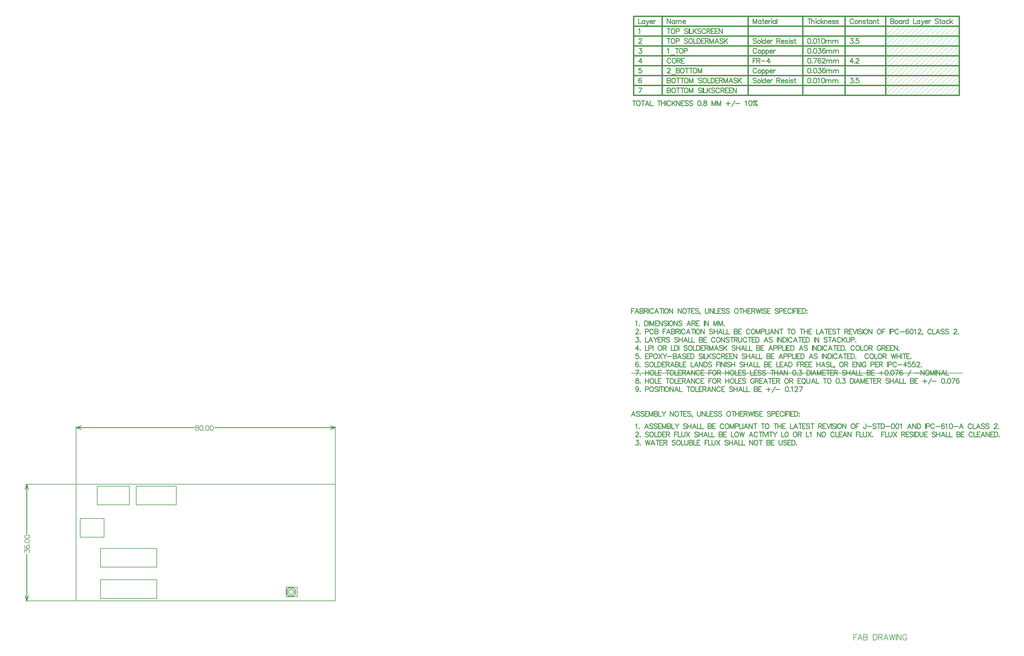
<source format=gm1>
G04 Layer_Color=16711935*
%FSLAX43Y43*%
%MOMM*%
G71*
G01*
G75*
%ADD23C,0.254*%
%ADD25C,0.381*%
%ADD28C,0.178*%
%ADD36C,0.127*%
%ADD39C,0.200*%
%ADD60C,0.025*%
%ADD61C,0.152*%
D23*
X137791Y44831D02*
G03*
X137791Y44831I-1393J0D01*
G01*
X54864Y42080D02*
Y56525D01*
Y62823D02*
Y78080D01*
Y42080D02*
X55372Y43604D01*
X54356D02*
X54864Y42080D01*
X54356Y76556D02*
X54864Y78080D01*
X55372Y76556D01*
X70080Y95580D02*
X106485D01*
X112863D02*
X150080D01*
X70080D02*
X71604Y95072D01*
X70080Y95580D02*
X71604Y96088D01*
X148556D02*
X150080Y95580D01*
X148556Y95072D02*
X150080Y95580D01*
X321193Y221742D02*
Y220218D01*
Y221742D02*
X321846D01*
X322064Y221669D01*
X322136Y221597D01*
X322209Y221451D01*
Y221306D01*
X322136Y221161D01*
X322064Y221089D01*
X321846Y221016D01*
X321193D02*
X321846D01*
X322064Y220944D01*
X322136Y220871D01*
X322209Y220726D01*
Y220508D01*
X322136Y220363D01*
X322064Y220291D01*
X321846Y220218D01*
X321193D01*
X322912Y221234D02*
X322767Y221161D01*
X322622Y221016D01*
X322550Y220798D01*
Y220653D01*
X322622Y220436D01*
X322767Y220291D01*
X322912Y220218D01*
X323130D01*
X323275Y220291D01*
X323420Y220436D01*
X323493Y220653D01*
Y220798D01*
X323420Y221016D01*
X323275Y221161D01*
X323130Y221234D01*
X322912D01*
X324697D02*
Y220218D01*
Y221016D02*
X324552Y221161D01*
X324407Y221234D01*
X324189D01*
X324044Y221161D01*
X323899Y221016D01*
X323827Y220798D01*
Y220653D01*
X323899Y220436D01*
X324044Y220291D01*
X324189Y220218D01*
X324407D01*
X324552Y220291D01*
X324697Y220436D01*
X325104Y221234D02*
Y220218D01*
Y220798D02*
X325176Y221016D01*
X325321Y221161D01*
X325466Y221234D01*
X325684D01*
X326693Y221742D02*
Y220218D01*
Y221016D02*
X326547Y221161D01*
X326402Y221234D01*
X326185D01*
X326040Y221161D01*
X325894Y221016D01*
X325822Y220798D01*
Y220653D01*
X325894Y220436D01*
X326040Y220291D01*
X326185Y220218D01*
X326402D01*
X326547Y220291D01*
X326693Y220436D01*
X328296Y221742D02*
Y220218D01*
X329167D01*
X330204Y221234D02*
Y220218D01*
Y221016D02*
X330059Y221161D01*
X329914Y221234D01*
X329696D01*
X329551Y221161D01*
X329406Y221016D01*
X329334Y220798D01*
Y220653D01*
X329406Y220436D01*
X329551Y220291D01*
X329696Y220218D01*
X329914D01*
X330059Y220291D01*
X330204Y220436D01*
X330683Y221234D02*
X331118Y220218D01*
X331554Y221234D02*
X331118Y220218D01*
X330973Y219928D01*
X330828Y219783D01*
X330683Y219710D01*
X330611D01*
X331808Y220798D02*
X332678D01*
Y220944D01*
X332606Y221089D01*
X332533Y221161D01*
X332388Y221234D01*
X332171D01*
X332025Y221161D01*
X331880Y221016D01*
X331808Y220798D01*
Y220653D01*
X331880Y220436D01*
X332025Y220291D01*
X332171Y220218D01*
X332388D01*
X332533Y220291D01*
X332678Y220436D01*
X333005Y221234D02*
Y220218D01*
Y220798D02*
X333078Y221016D01*
X333223Y221161D01*
X333368Y221234D01*
X333585D01*
X335936Y221524D02*
X335791Y221669D01*
X335573Y221742D01*
X335283D01*
X335066Y221669D01*
X334920Y221524D01*
Y221379D01*
X334993Y221234D01*
X335066Y221161D01*
X335211Y221089D01*
X335646Y220944D01*
X335791Y220871D01*
X335864Y220798D01*
X335936Y220653D01*
Y220436D01*
X335791Y220291D01*
X335573Y220218D01*
X335283D01*
X335066Y220291D01*
X334920Y220436D01*
X336495Y221742D02*
Y220508D01*
X336567Y220291D01*
X336713Y220218D01*
X336858D01*
X336277Y221234D02*
X336785D01*
X337946D02*
Y220218D01*
Y221016D02*
X337801Y221161D01*
X337656Y221234D01*
X337438D01*
X337293Y221161D01*
X337148Y221016D01*
X337075Y220798D01*
Y220653D01*
X337148Y220436D01*
X337293Y220291D01*
X337438Y220218D01*
X337656D01*
X337801Y220291D01*
X337946Y220436D01*
X339223Y221016D02*
X339078Y221161D01*
X338933Y221234D01*
X338715D01*
X338570Y221161D01*
X338425Y221016D01*
X338352Y220798D01*
Y220653D01*
X338425Y220436D01*
X338570Y220291D01*
X338715Y220218D01*
X338933D01*
X339078Y220291D01*
X339223Y220436D01*
X339549Y221742D02*
Y220218D01*
X340275Y221234D02*
X339549Y220508D01*
X339840Y220798D02*
X340348Y220218D01*
X308821Y215646D02*
X309619D01*
X309184Y215065D01*
X309402D01*
X309547Y214993D01*
X309619Y214920D01*
X309692Y214702D01*
Y214557D01*
X309619Y214340D01*
X309474Y214195D01*
X309257Y214122D01*
X309039D01*
X308821Y214195D01*
X308749Y214267D01*
X308676Y214412D01*
X310106Y214267D02*
X310033Y214195D01*
X310106Y214122D01*
X310178Y214195D01*
X310106Y214267D01*
X311383Y215646D02*
X310657D01*
X310584Y214993D01*
X310657Y215065D01*
X310875Y215138D01*
X311092D01*
X311310Y215065D01*
X311455Y214920D01*
X311528Y214702D01*
Y214557D01*
X311455Y214340D01*
X311310Y214195D01*
X311092Y214122D01*
X310875D01*
X310657Y214195D01*
X310584Y214267D01*
X310512Y214412D01*
X309402Y209550D02*
X308676Y208534D01*
X309765D01*
X309402Y209550D02*
Y208026D01*
X310106Y208171D02*
X310033Y208099D01*
X310106Y208026D01*
X310178Y208099D01*
X310106Y208171D01*
X310584Y209187D02*
Y209259D01*
X310657Y209405D01*
X310730Y209477D01*
X310875Y209550D01*
X311165D01*
X311310Y209477D01*
X311383Y209405D01*
X311455Y209259D01*
Y209114D01*
X311383Y208969D01*
X311237Y208752D01*
X310512Y208026D01*
X311528D01*
X308821Y203454D02*
X309619D01*
X309184Y202873D01*
X309402D01*
X309547Y202801D01*
X309619Y202728D01*
X309692Y202510D01*
Y202365D01*
X309619Y202148D01*
X309474Y202003D01*
X309257Y201930D01*
X309039D01*
X308821Y202003D01*
X308749Y202075D01*
X308676Y202220D01*
X310106Y202075D02*
X310033Y202003D01*
X310106Y201930D01*
X310178Y202003D01*
X310106Y202075D01*
X311383Y203454D02*
X310657D01*
X310584Y202801D01*
X310657Y202873D01*
X310875Y202946D01*
X311092D01*
X311310Y202873D01*
X311455Y202728D01*
X311528Y202510D01*
Y202365D01*
X311455Y202148D01*
X311310Y202003D01*
X311092Y201930D01*
X310875D01*
X310657Y202003D01*
X310584Y202075D01*
X310512Y202220D01*
X309765Y221379D02*
X309692Y221524D01*
X309547Y221669D01*
X309402Y221742D01*
X309112D01*
X308966Y221669D01*
X308821Y221524D01*
X308749Y221379D01*
X308676Y221161D01*
Y220798D01*
X308749Y220581D01*
X308821Y220436D01*
X308966Y220291D01*
X309112Y220218D01*
X309402D01*
X309547Y220291D01*
X309692Y220436D01*
X309765Y220581D01*
X310555Y221234D02*
X310410Y221161D01*
X310265Y221016D01*
X310193Y220798D01*
Y220653D01*
X310265Y220436D01*
X310410Y220291D01*
X310555Y220218D01*
X310773D01*
X310918Y220291D01*
X311063Y220436D01*
X311136Y220653D01*
Y220798D01*
X311063Y221016D01*
X310918Y221161D01*
X310773Y221234D01*
X310555D01*
X311470D02*
Y220218D01*
Y220944D02*
X311687Y221161D01*
X311832Y221234D01*
X312050D01*
X312195Y221161D01*
X312268Y220944D01*
Y220218D01*
X313465Y221016D02*
X313392Y221161D01*
X313175Y221234D01*
X312957D01*
X312739Y221161D01*
X312667Y221016D01*
X312739Y220871D01*
X312884Y220798D01*
X313247Y220726D01*
X313392Y220653D01*
X313465Y220508D01*
Y220436D01*
X313392Y220291D01*
X313175Y220218D01*
X312957D01*
X312739Y220291D01*
X312667Y220436D01*
X314002Y221742D02*
Y220508D01*
X314074Y220291D01*
X314219Y220218D01*
X314365D01*
X313784Y221234D02*
X314292D01*
X315453D02*
Y220218D01*
Y221016D02*
X315308Y221161D01*
X315163Y221234D01*
X314945D01*
X314800Y221161D01*
X314655Y221016D01*
X314582Y220798D01*
Y220653D01*
X314655Y220436D01*
X314800Y220291D01*
X314945Y220218D01*
X315163D01*
X315308Y220291D01*
X315453Y220436D01*
X315859Y221234D02*
Y220218D01*
Y220944D02*
X316077Y221161D01*
X316222Y221234D01*
X316440D01*
X316585Y221161D01*
X316657Y220944D01*
Y220218D01*
X317274Y221742D02*
Y220508D01*
X317347Y220291D01*
X317492Y220218D01*
X317637D01*
X317056Y221234D02*
X317564D01*
X296058Y215646D02*
X295840Y215573D01*
X295695Y215355D01*
X295623Y214993D01*
Y214775D01*
X295695Y214412D01*
X295840Y214195D01*
X296058Y214122D01*
X296203D01*
X296421Y214195D01*
X296566Y214412D01*
X296638Y214775D01*
Y214993D01*
X296566Y215355D01*
X296421Y215573D01*
X296203Y215646D01*
X296058D01*
X297052Y214267D02*
X296979Y214195D01*
X297052Y214122D01*
X297125Y214195D01*
X297052Y214267D01*
X297894Y215646D02*
X297676Y215573D01*
X297531Y215355D01*
X297458Y214993D01*
Y214775D01*
X297531Y214412D01*
X297676Y214195D01*
X297894Y214122D01*
X298039D01*
X298256Y214195D01*
X298402Y214412D01*
X298474Y214775D01*
Y214993D01*
X298402Y215355D01*
X298256Y215573D01*
X298039Y215646D01*
X297894D01*
X298815Y215355D02*
X298960Y215428D01*
X299178Y215646D01*
Y214122D01*
X300368Y215646D02*
X300150Y215573D01*
X300005Y215355D01*
X299932Y214993D01*
Y214775D01*
X300005Y214412D01*
X300150Y214195D01*
X300368Y214122D01*
X300513D01*
X300731Y214195D01*
X300876Y214412D01*
X300948Y214775D01*
Y214993D01*
X300876Y215355D01*
X300731Y215573D01*
X300513Y215646D01*
X300368D01*
X301289Y215138D02*
Y214122D01*
Y214848D02*
X301507Y215065D01*
X301652Y215138D01*
X301870D01*
X302015Y215065D01*
X302087Y214848D01*
Y214122D01*
Y214848D02*
X302305Y215065D01*
X302450Y215138D01*
X302668D01*
X302813Y215065D01*
X302885Y214848D01*
Y214122D01*
X303364Y215138D02*
Y214122D01*
Y214848D02*
X303582Y215065D01*
X303727Y215138D01*
X303945D01*
X304090Y215065D01*
X304162Y214848D01*
Y214122D01*
Y214848D02*
X304380Y215065D01*
X304525Y215138D01*
X304743D01*
X304888Y215065D01*
X304961Y214848D01*
Y214122D01*
X296058Y212598D02*
X295840Y212525D01*
X295695Y212307D01*
X295623Y211945D01*
Y211727D01*
X295695Y211364D01*
X295840Y211147D01*
X296058Y211074D01*
X296203D01*
X296421Y211147D01*
X296566Y211364D01*
X296638Y211727D01*
Y211945D01*
X296566Y212307D01*
X296421Y212525D01*
X296203Y212598D01*
X296058D01*
X297052Y211219D02*
X296979Y211147D01*
X297052Y211074D01*
X297125Y211147D01*
X297052Y211219D01*
X297894Y212598D02*
X297676Y212525D01*
X297531Y212307D01*
X297458Y211945D01*
Y211727D01*
X297531Y211364D01*
X297676Y211147D01*
X297894Y211074D01*
X298039D01*
X298256Y211147D01*
X298402Y211364D01*
X298474Y211727D01*
Y211945D01*
X298402Y212307D01*
X298256Y212525D01*
X298039Y212598D01*
X297894D01*
X298960D02*
X299758D01*
X299323Y212017D01*
X299541D01*
X299686Y211945D01*
X299758Y211872D01*
X299831Y211654D01*
Y211509D01*
X299758Y211292D01*
X299613Y211147D01*
X299396Y211074D01*
X299178D01*
X298960Y211147D01*
X298888Y211219D01*
X298815Y211364D01*
X301043Y212380D02*
X300970Y212525D01*
X300752Y212598D01*
X300607D01*
X300390Y212525D01*
X300244Y212307D01*
X300172Y211945D01*
Y211582D01*
X300244Y211292D01*
X300390Y211147D01*
X300607Y211074D01*
X300680D01*
X300897Y211147D01*
X301043Y211292D01*
X301115Y211509D01*
Y211582D01*
X301043Y211800D01*
X300897Y211945D01*
X300680Y212017D01*
X300607D01*
X300390Y211945D01*
X300244Y211800D01*
X300172Y211582D01*
X301449Y212090D02*
Y211074D01*
Y211800D02*
X301667Y212017D01*
X301812Y212090D01*
X302029D01*
X302174Y212017D01*
X302247Y211800D01*
Y211074D01*
Y211800D02*
X302465Y212017D01*
X302610Y212090D01*
X302827D01*
X302973Y212017D01*
X303045Y211800D01*
Y211074D01*
X303524Y212090D02*
Y211074D01*
Y211800D02*
X303742Y212017D01*
X303887Y212090D01*
X304104D01*
X304250Y212017D01*
X304322Y211800D01*
Y211074D01*
Y211800D02*
X304540Y212017D01*
X304685Y212090D01*
X304903D01*
X305048Y212017D01*
X305120Y211800D01*
Y211074D01*
X296058Y209550D02*
X295840Y209477D01*
X295695Y209259D01*
X295623Y208897D01*
Y208679D01*
X295695Y208316D01*
X295840Y208099D01*
X296058Y208026D01*
X296203D01*
X296421Y208099D01*
X296566Y208316D01*
X296638Y208679D01*
Y208897D01*
X296566Y209259D01*
X296421Y209477D01*
X296203Y209550D01*
X296058D01*
X297052Y208171D02*
X296979Y208099D01*
X297052Y208026D01*
X297125Y208099D01*
X297052Y208171D01*
X298474Y209550D02*
X297749Y208026D01*
X297458Y209550D02*
X298474D01*
X299686Y209332D02*
X299613Y209477D01*
X299396Y209550D01*
X299250D01*
X299033Y209477D01*
X298888Y209259D01*
X298815Y208897D01*
Y208534D01*
X298888Y208244D01*
X299033Y208099D01*
X299250Y208026D01*
X299323D01*
X299541Y208099D01*
X299686Y208244D01*
X299758Y208461D01*
Y208534D01*
X299686Y208752D01*
X299541Y208897D01*
X299323Y208969D01*
X299250D01*
X299033Y208897D01*
X298888Y208752D01*
X298815Y208534D01*
X300165Y209187D02*
Y209259D01*
X300237Y209405D01*
X300310Y209477D01*
X300455Y209550D01*
X300745D01*
X300890Y209477D01*
X300963Y209405D01*
X301035Y209259D01*
Y209114D01*
X300963Y208969D01*
X300818Y208752D01*
X300092Y208026D01*
X301108D01*
X301449Y209042D02*
Y208026D01*
Y208752D02*
X301667Y208969D01*
X301812Y209042D01*
X302029D01*
X302174Y208969D01*
X302247Y208752D01*
Y208026D01*
Y208752D02*
X302465Y208969D01*
X302610Y209042D01*
X302827D01*
X302973Y208969D01*
X303045Y208752D01*
Y208026D01*
X303524Y209042D02*
Y208026D01*
Y208752D02*
X303742Y208969D01*
X303887Y209042D01*
X304104D01*
X304250Y208969D01*
X304322Y208752D01*
Y208026D01*
Y208752D02*
X304540Y208969D01*
X304685Y209042D01*
X304903D01*
X305048Y208969D01*
X305120Y208752D01*
Y208026D01*
X296058Y206502D02*
X295840Y206429D01*
X295695Y206211D01*
X295623Y205849D01*
Y205631D01*
X295695Y205268D01*
X295840Y205051D01*
X296058Y204978D01*
X296203D01*
X296421Y205051D01*
X296566Y205268D01*
X296638Y205631D01*
Y205849D01*
X296566Y206211D01*
X296421Y206429D01*
X296203Y206502D01*
X296058D01*
X297052Y205123D02*
X296979Y205051D01*
X297052Y204978D01*
X297125Y205051D01*
X297052Y205123D01*
X297894Y206502D02*
X297676Y206429D01*
X297531Y206211D01*
X297458Y205849D01*
Y205631D01*
X297531Y205268D01*
X297676Y205051D01*
X297894Y204978D01*
X298039D01*
X298256Y205051D01*
X298402Y205268D01*
X298474Y205631D01*
Y205849D01*
X298402Y206211D01*
X298256Y206429D01*
X298039Y206502D01*
X297894D01*
X298960D02*
X299758D01*
X299323Y205921D01*
X299541D01*
X299686Y205849D01*
X299758Y205776D01*
X299831Y205558D01*
Y205413D01*
X299758Y205196D01*
X299613Y205051D01*
X299396Y204978D01*
X299178D01*
X298960Y205051D01*
X298888Y205123D01*
X298815Y205268D01*
X301043Y206284D02*
X300970Y206429D01*
X300752Y206502D01*
X300607D01*
X300390Y206429D01*
X300244Y206211D01*
X300172Y205849D01*
Y205486D01*
X300244Y205196D01*
X300390Y205051D01*
X300607Y204978D01*
X300680D01*
X300897Y205051D01*
X301043Y205196D01*
X301115Y205413D01*
Y205486D01*
X301043Y205704D01*
X300897Y205849D01*
X300680Y205921D01*
X300607D01*
X300390Y205849D01*
X300244Y205704D01*
X300172Y205486D01*
X301449Y205994D02*
Y204978D01*
Y205704D02*
X301667Y205921D01*
X301812Y205994D01*
X302029D01*
X302174Y205921D01*
X302247Y205704D01*
Y204978D01*
Y205704D02*
X302465Y205921D01*
X302610Y205994D01*
X302827D01*
X302973Y205921D01*
X303045Y205704D01*
Y204978D01*
X303524Y205994D02*
Y204978D01*
Y205704D02*
X303742Y205921D01*
X303887Y205994D01*
X304104D01*
X304250Y205921D01*
X304322Y205704D01*
Y204978D01*
Y205704D02*
X304540Y205921D01*
X304685Y205994D01*
X304903D01*
X305048Y205921D01*
X305120Y205704D01*
Y204978D01*
X296058Y203454D02*
X295840Y203381D01*
X295695Y203163D01*
X295623Y202801D01*
Y202583D01*
X295695Y202220D01*
X295840Y202003D01*
X296058Y201930D01*
X296203D01*
X296421Y202003D01*
X296566Y202220D01*
X296638Y202583D01*
Y202801D01*
X296566Y203163D01*
X296421Y203381D01*
X296203Y203454D01*
X296058D01*
X297052Y202075D02*
X296979Y202003D01*
X297052Y201930D01*
X297125Y202003D01*
X297052Y202075D01*
X297894Y203454D02*
X297676Y203381D01*
X297531Y203163D01*
X297458Y202801D01*
Y202583D01*
X297531Y202220D01*
X297676Y202003D01*
X297894Y201930D01*
X298039D01*
X298256Y202003D01*
X298402Y202220D01*
X298474Y202583D01*
Y202801D01*
X298402Y203163D01*
X298256Y203381D01*
X298039Y203454D01*
X297894D01*
X298815Y203163D02*
X298960Y203236D01*
X299178Y203454D01*
Y201930D01*
X300368Y203454D02*
X300150Y203381D01*
X300005Y203163D01*
X299932Y202801D01*
Y202583D01*
X300005Y202220D01*
X300150Y202003D01*
X300368Y201930D01*
X300513D01*
X300731Y202003D01*
X300876Y202220D01*
X300948Y202583D01*
Y202801D01*
X300876Y203163D01*
X300731Y203381D01*
X300513Y203454D01*
X300368D01*
X301289Y202946D02*
Y201930D01*
Y202656D02*
X301507Y202873D01*
X301652Y202946D01*
X301870D01*
X302015Y202873D01*
X302087Y202656D01*
Y201930D01*
Y202656D02*
X302305Y202873D01*
X302450Y202946D01*
X302668D01*
X302813Y202873D01*
X302885Y202656D01*
Y201930D01*
X303364Y202946D02*
Y201930D01*
Y202656D02*
X303582Y202873D01*
X303727Y202946D01*
X303945D01*
X304090Y202873D01*
X304162Y202656D01*
Y201930D01*
Y202656D02*
X304380Y202873D01*
X304525Y202946D01*
X304743D01*
X304888Y202873D01*
X304961Y202656D01*
Y201930D01*
X296131Y221742D02*
Y220218D01*
X295623Y221742D02*
X296638D01*
X296820D02*
Y220218D01*
Y220944D02*
X297037Y221161D01*
X297183Y221234D01*
X297400D01*
X297545Y221161D01*
X297618Y220944D01*
Y220218D01*
X298162Y221742D02*
X298235Y221669D01*
X298307Y221742D01*
X298235Y221814D01*
X298162Y221742D01*
X298235Y221234D02*
Y220218D01*
X299446Y221016D02*
X299301Y221161D01*
X299156Y221234D01*
X298938D01*
X298793Y221161D01*
X298648Y221016D01*
X298576Y220798D01*
Y220653D01*
X298648Y220436D01*
X298793Y220291D01*
X298938Y220218D01*
X299156D01*
X299301Y220291D01*
X299446Y220436D01*
X299773Y221742D02*
Y220218D01*
X300498Y221234D02*
X299773Y220508D01*
X300063Y220798D02*
X300571Y220218D01*
X300810Y221234D02*
Y220218D01*
Y220944D02*
X301028Y221161D01*
X301173Y221234D01*
X301391D01*
X301536Y221161D01*
X301608Y220944D01*
Y220218D01*
X302008Y220798D02*
X302878D01*
Y220944D01*
X302806Y221089D01*
X302733Y221161D01*
X302588Y221234D01*
X302370D01*
X302225Y221161D01*
X302080Y221016D01*
X302008Y220798D01*
Y220653D01*
X302080Y220436D01*
X302225Y220291D01*
X302370Y220218D01*
X302588D01*
X302733Y220291D01*
X302878Y220436D01*
X304003Y221016D02*
X303930Y221161D01*
X303713Y221234D01*
X303495D01*
X303277Y221161D01*
X303205Y221016D01*
X303277Y220871D01*
X303422Y220798D01*
X303785Y220726D01*
X303930Y220653D01*
X304003Y220508D01*
Y220436D01*
X303930Y220291D01*
X303713Y220218D01*
X303495D01*
X303277Y220291D01*
X303205Y220436D01*
X305120Y221016D02*
X305048Y221161D01*
X304830Y221234D01*
X304612D01*
X304395Y221161D01*
X304322Y221016D01*
X304395Y220871D01*
X304540Y220798D01*
X304903Y220726D01*
X305048Y220653D01*
X305120Y220508D01*
Y220436D01*
X305048Y220291D01*
X304830Y220218D01*
X304612D01*
X304395Y220291D01*
X304322Y220436D01*
X279812Y215428D02*
X279667Y215573D01*
X279449Y215646D01*
X279159D01*
X278941Y215573D01*
X278796Y215428D01*
Y215283D01*
X278869Y215138D01*
X278941Y215065D01*
X279086Y214993D01*
X279522Y214848D01*
X279667Y214775D01*
X279739Y214702D01*
X279812Y214557D01*
Y214340D01*
X279667Y214195D01*
X279449Y214122D01*
X279159D01*
X278941Y214195D01*
X278796Y214340D01*
X280516Y215138D02*
X280371Y215065D01*
X280226Y214920D01*
X280153Y214702D01*
Y214557D01*
X280226Y214340D01*
X280371Y214195D01*
X280516Y214122D01*
X280733D01*
X280879Y214195D01*
X281024Y214340D01*
X281096Y214557D01*
Y214702D01*
X281024Y214920D01*
X280879Y215065D01*
X280733Y215138D01*
X280516D01*
X281430Y215646D02*
Y214122D01*
X282620Y215646D02*
Y214122D01*
Y214920D02*
X282475Y215065D01*
X282330Y215138D01*
X282112D01*
X281967Y215065D01*
X281822Y214920D01*
X281749Y214702D01*
Y214557D01*
X281822Y214340D01*
X281967Y214195D01*
X282112Y214122D01*
X282330D01*
X282475Y214195D01*
X282620Y214340D01*
X283026Y214702D02*
X283897D01*
Y214848D01*
X283824Y214993D01*
X283752Y215065D01*
X283607Y215138D01*
X283389D01*
X283244Y215065D01*
X283099Y214920D01*
X283026Y214702D01*
Y214557D01*
X283099Y214340D01*
X283244Y214195D01*
X283389Y214122D01*
X283607D01*
X283752Y214195D01*
X283897Y214340D01*
X284223Y215138D02*
Y214122D01*
Y214702D02*
X284296Y214920D01*
X284441Y215065D01*
X284586Y215138D01*
X284804D01*
X286139Y215646D02*
Y214122D01*
Y215646D02*
X286792D01*
X287009Y215573D01*
X287082Y215501D01*
X287155Y215355D01*
Y215210D01*
X287082Y215065D01*
X287009Y214993D01*
X286792Y214920D01*
X286139D01*
X286647D02*
X287155Y214122D01*
X287496Y214702D02*
X288366D01*
Y214848D01*
X288294Y214993D01*
X288221Y215065D01*
X288076Y215138D01*
X287858D01*
X287713Y215065D01*
X287568Y214920D01*
X287496Y214702D01*
Y214557D01*
X287568Y214340D01*
X287713Y214195D01*
X287858Y214122D01*
X288076D01*
X288221Y214195D01*
X288366Y214340D01*
X289491Y214920D02*
X289418Y215065D01*
X289201Y215138D01*
X288983D01*
X288765Y215065D01*
X288693Y214920D01*
X288765Y214775D01*
X288910Y214702D01*
X289273Y214630D01*
X289418Y214557D01*
X289491Y214412D01*
Y214340D01*
X289418Y214195D01*
X289201Y214122D01*
X288983D01*
X288765Y214195D01*
X288693Y214340D01*
X289955Y215646D02*
X290028Y215573D01*
X290100Y215646D01*
X290028Y215718D01*
X289955Y215646D01*
X290028Y215138D02*
Y214122D01*
X291167Y214920D02*
X291094Y215065D01*
X290877Y215138D01*
X290659D01*
X290441Y215065D01*
X290369Y214920D01*
X290441Y214775D01*
X290586Y214702D01*
X290949Y214630D01*
X291094Y214557D01*
X291167Y214412D01*
Y214340D01*
X291094Y214195D01*
X290877Y214122D01*
X290659D01*
X290441Y214195D01*
X290369Y214340D01*
X291704Y215646D02*
Y214412D01*
X291776Y214195D01*
X291922Y214122D01*
X292067D01*
X291486Y215138D02*
X291994D01*
X279884Y212235D02*
X279812Y212380D01*
X279667Y212525D01*
X279522Y212598D01*
X279231D01*
X279086Y212525D01*
X278941Y212380D01*
X278869Y212235D01*
X278796Y212017D01*
Y211654D01*
X278869Y211437D01*
X278941Y211292D01*
X279086Y211147D01*
X279231Y211074D01*
X279522D01*
X279667Y211147D01*
X279812Y211292D01*
X279884Y211437D01*
X280675Y212090D02*
X280530Y212017D01*
X280385Y211872D01*
X280313Y211654D01*
Y211509D01*
X280385Y211292D01*
X280530Y211147D01*
X280675Y211074D01*
X280893D01*
X281038Y211147D01*
X281183Y211292D01*
X281256Y211509D01*
Y211654D01*
X281183Y211872D01*
X281038Y212017D01*
X280893Y212090D01*
X280675D01*
X281590D02*
Y210566D01*
Y211872D02*
X281735Y212017D01*
X281880Y212090D01*
X282097D01*
X282243Y212017D01*
X282388Y211872D01*
X282460Y211654D01*
Y211509D01*
X282388Y211292D01*
X282243Y211147D01*
X282097Y211074D01*
X281880D01*
X281735Y211147D01*
X281590Y211292D01*
X282787Y212090D02*
Y210566D01*
Y211872D02*
X282932Y212017D01*
X283077Y212090D01*
X283295D01*
X283440Y212017D01*
X283585Y211872D01*
X283657Y211654D01*
Y211509D01*
X283585Y211292D01*
X283440Y211147D01*
X283295Y211074D01*
X283077D01*
X282932Y211147D01*
X282787Y211292D01*
X283984Y211654D02*
X284855D01*
Y211800D01*
X284782Y211945D01*
X284709Y212017D01*
X284564Y212090D01*
X284347D01*
X284202Y212017D01*
X284056Y211872D01*
X283984Y211654D01*
Y211509D01*
X284056Y211292D01*
X284202Y211147D01*
X284347Y211074D01*
X284564D01*
X284709Y211147D01*
X284855Y211292D01*
X285181Y212090D02*
Y211074D01*
Y211654D02*
X285254Y211872D01*
X285399Y212017D01*
X285544Y212090D01*
X285762D01*
X278796Y209550D02*
Y208026D01*
Y209550D02*
X279739D01*
X278796Y208824D02*
X279377D01*
X279914Y209550D02*
Y208026D01*
Y209550D02*
X280567D01*
X280784Y209477D01*
X280857Y209405D01*
X280929Y209259D01*
Y209114D01*
X280857Y208969D01*
X280784Y208897D01*
X280567Y208824D01*
X279914D01*
X280421D02*
X280929Y208026D01*
X281270Y208679D02*
X282576D01*
X283752Y209550D02*
X283026Y208534D01*
X284115D01*
X283752Y209550D02*
Y208026D01*
X279884Y206139D02*
X279812Y206284D01*
X279667Y206429D01*
X279522Y206502D01*
X279231D01*
X279086Y206429D01*
X278941Y206284D01*
X278869Y206139D01*
X278796Y205921D01*
Y205558D01*
X278869Y205341D01*
X278941Y205196D01*
X279086Y205051D01*
X279231Y204978D01*
X279522D01*
X279667Y205051D01*
X279812Y205196D01*
X279884Y205341D01*
X280675Y205994D02*
X280530Y205921D01*
X280385Y205776D01*
X280313Y205558D01*
Y205413D01*
X280385Y205196D01*
X280530Y205051D01*
X280675Y204978D01*
X280893D01*
X281038Y205051D01*
X281183Y205196D01*
X281256Y205413D01*
Y205558D01*
X281183Y205776D01*
X281038Y205921D01*
X280893Y205994D01*
X280675D01*
X281590D02*
Y204470D01*
Y205776D02*
X281735Y205921D01*
X281880Y205994D01*
X282097D01*
X282243Y205921D01*
X282388Y205776D01*
X282460Y205558D01*
Y205413D01*
X282388Y205196D01*
X282243Y205051D01*
X282097Y204978D01*
X281880D01*
X281735Y205051D01*
X281590Y205196D01*
X282787Y205994D02*
Y204470D01*
Y205776D02*
X282932Y205921D01*
X283077Y205994D01*
X283295D01*
X283440Y205921D01*
X283585Y205776D01*
X283657Y205558D01*
Y205413D01*
X283585Y205196D01*
X283440Y205051D01*
X283295Y204978D01*
X283077D01*
X282932Y205051D01*
X282787Y205196D01*
X283984Y205558D02*
X284855D01*
Y205704D01*
X284782Y205849D01*
X284709Y205921D01*
X284564Y205994D01*
X284347D01*
X284202Y205921D01*
X284056Y205776D01*
X283984Y205558D01*
Y205413D01*
X284056Y205196D01*
X284202Y205051D01*
X284347Y204978D01*
X284564D01*
X284709Y205051D01*
X284855Y205196D01*
X285181Y205994D02*
Y204978D01*
Y205558D02*
X285254Y205776D01*
X285399Y205921D01*
X285544Y205994D01*
X285762D01*
X279812Y203236D02*
X279667Y203381D01*
X279449Y203454D01*
X279159D01*
X278941Y203381D01*
X278796Y203236D01*
Y203091D01*
X278869Y202946D01*
X278941Y202873D01*
X279086Y202801D01*
X279522Y202656D01*
X279667Y202583D01*
X279739Y202510D01*
X279812Y202365D01*
Y202148D01*
X279667Y202003D01*
X279449Y201930D01*
X279159D01*
X278941Y202003D01*
X278796Y202148D01*
X280516Y202946D02*
X280371Y202873D01*
X280226Y202728D01*
X280153Y202510D01*
Y202365D01*
X280226Y202148D01*
X280371Y202003D01*
X280516Y201930D01*
X280733D01*
X280879Y202003D01*
X281024Y202148D01*
X281096Y202365D01*
Y202510D01*
X281024Y202728D01*
X280879Y202873D01*
X280733Y202946D01*
X280516D01*
X281430Y203454D02*
Y201930D01*
X282620Y203454D02*
Y201930D01*
Y202728D02*
X282475Y202873D01*
X282330Y202946D01*
X282112D01*
X281967Y202873D01*
X281822Y202728D01*
X281749Y202510D01*
Y202365D01*
X281822Y202148D01*
X281967Y202003D01*
X282112Y201930D01*
X282330D01*
X282475Y202003D01*
X282620Y202148D01*
X283026Y202510D02*
X283897D01*
Y202656D01*
X283824Y202801D01*
X283752Y202873D01*
X283607Y202946D01*
X283389D01*
X283244Y202873D01*
X283099Y202728D01*
X283026Y202510D01*
Y202365D01*
X283099Y202148D01*
X283244Y202003D01*
X283389Y201930D01*
X283607D01*
X283752Y202003D01*
X283897Y202148D01*
X284223Y202946D02*
Y201930D01*
Y202510D02*
X284296Y202728D01*
X284441Y202873D01*
X284586Y202946D01*
X284804D01*
X286139Y203454D02*
Y201930D01*
Y203454D02*
X286792D01*
X287009Y203381D01*
X287082Y203309D01*
X287155Y203163D01*
Y203018D01*
X287082Y202873D01*
X287009Y202801D01*
X286792Y202728D01*
X286139D01*
X286647D02*
X287155Y201930D01*
X287496Y202510D02*
X288366D01*
Y202656D01*
X288294Y202801D01*
X288221Y202873D01*
X288076Y202946D01*
X287858D01*
X287713Y202873D01*
X287568Y202728D01*
X287496Y202510D01*
Y202365D01*
X287568Y202148D01*
X287713Y202003D01*
X287858Y201930D01*
X288076D01*
X288221Y202003D01*
X288366Y202148D01*
X289491Y202728D02*
X289418Y202873D01*
X289201Y202946D01*
X288983D01*
X288765Y202873D01*
X288693Y202728D01*
X288765Y202583D01*
X288910Y202510D01*
X289273Y202438D01*
X289418Y202365D01*
X289491Y202220D01*
Y202148D01*
X289418Y202003D01*
X289201Y201930D01*
X288983D01*
X288765Y202003D01*
X288693Y202148D01*
X289955Y203454D02*
X290028Y203381D01*
X290100Y203454D01*
X290028Y203526D01*
X289955Y203454D01*
X290028Y202946D02*
Y201930D01*
X291167Y202728D02*
X291094Y202873D01*
X290877Y202946D01*
X290659D01*
X290441Y202873D01*
X290369Y202728D01*
X290441Y202583D01*
X290586Y202510D01*
X290949Y202438D01*
X291094Y202365D01*
X291167Y202220D01*
Y202148D01*
X291094Y202003D01*
X290877Y201930D01*
X290659D01*
X290441Y202003D01*
X290369Y202148D01*
X291704Y203454D02*
Y202220D01*
X291776Y202003D01*
X291922Y201930D01*
X292067D01*
X291486Y202946D02*
X291994D01*
X278796Y221742D02*
Y220218D01*
Y221742D02*
X279377Y220218D01*
X279957Y221742D02*
X279377Y220218D01*
X279957Y221742D02*
Y220218D01*
X281263Y221234D02*
Y220218D01*
Y221016D02*
X281118Y221161D01*
X280973Y221234D01*
X280755D01*
X280610Y221161D01*
X280465Y221016D01*
X280392Y220798D01*
Y220653D01*
X280465Y220436D01*
X280610Y220291D01*
X280755Y220218D01*
X280973D01*
X281118Y220291D01*
X281263Y220436D01*
X281887Y221742D02*
Y220508D01*
X281960Y220291D01*
X282105Y220218D01*
X282250D01*
X281669Y221234D02*
X282177D01*
X282467Y220798D02*
X283338D01*
Y220944D01*
X283266Y221089D01*
X283193Y221161D01*
X283048Y221234D01*
X282830D01*
X282685Y221161D01*
X282540Y221016D01*
X282467Y220798D01*
Y220653D01*
X282540Y220436D01*
X282685Y220291D01*
X282830Y220218D01*
X283048D01*
X283193Y220291D01*
X283338Y220436D01*
X283665Y221234D02*
Y220218D01*
Y220798D02*
X283737Y221016D01*
X283882Y221161D01*
X284027Y221234D01*
X284245D01*
X284528Y221742D02*
X284601Y221669D01*
X284673Y221742D01*
X284601Y221814D01*
X284528Y221742D01*
X284601Y221234D02*
Y220218D01*
X285812Y221234D02*
Y220218D01*
Y221016D02*
X285667Y221161D01*
X285522Y221234D01*
X285304D01*
X285159Y221161D01*
X285014Y221016D01*
X284942Y220798D01*
Y220653D01*
X285014Y220436D01*
X285159Y220291D01*
X285304Y220218D01*
X285522D01*
X285667Y220291D01*
X285812Y220436D01*
X286219Y221742D02*
Y220218D01*
X252864Y218694D02*
Y217170D01*
X252356Y218694D02*
X253372D01*
X253989D02*
X253843Y218621D01*
X253698Y218476D01*
X253626Y218331D01*
X253553Y218113D01*
Y217750D01*
X253626Y217533D01*
X253698Y217388D01*
X253843Y217243D01*
X253989Y217170D01*
X254279D01*
X254424Y217243D01*
X254569Y217388D01*
X254642Y217533D01*
X254714Y217750D01*
Y218113D01*
X254642Y218331D01*
X254569Y218476D01*
X254424Y218621D01*
X254279Y218694D01*
X253989D01*
X255070Y217896D02*
X255723D01*
X255940Y217968D01*
X256013Y218041D01*
X256085Y218186D01*
Y218403D01*
X256013Y218549D01*
X255940Y218621D01*
X255723Y218694D01*
X255070D01*
Y217170D01*
X258639Y218476D02*
X258494Y218621D01*
X258277Y218694D01*
X257986D01*
X257769Y218621D01*
X257624Y218476D01*
Y218331D01*
X257696Y218186D01*
X257769Y218113D01*
X257914Y218041D01*
X258349Y217896D01*
X258494Y217823D01*
X258567Y217750D01*
X258639Y217605D01*
Y217388D01*
X258494Y217243D01*
X258277Y217170D01*
X257986D01*
X257769Y217243D01*
X257624Y217388D01*
X258980Y218694D02*
Y217170D01*
X259300Y218694D02*
Y217170D01*
X260170D01*
X260337Y218694D02*
Y217170D01*
X261353Y218694D02*
X260337Y217678D01*
X260700Y218041D02*
X261353Y217170D01*
X262710Y218476D02*
X262565Y218621D01*
X262347Y218694D01*
X262057D01*
X261839Y218621D01*
X261694Y218476D01*
Y218331D01*
X261767Y218186D01*
X261839Y218113D01*
X261984Y218041D01*
X262420Y217896D01*
X262565Y217823D01*
X262637Y217750D01*
X262710Y217605D01*
Y217388D01*
X262565Y217243D01*
X262347Y217170D01*
X262057D01*
X261839Y217243D01*
X261694Y217388D01*
X264139Y218331D02*
X264067Y218476D01*
X263921Y218621D01*
X263776Y218694D01*
X263486D01*
X263341Y218621D01*
X263196Y218476D01*
X263123Y218331D01*
X263051Y218113D01*
Y217750D01*
X263123Y217533D01*
X263196Y217388D01*
X263341Y217243D01*
X263486Y217170D01*
X263776D01*
X263921Y217243D01*
X264067Y217388D01*
X264139Y217533D01*
X264567Y218694D02*
Y217170D01*
Y218694D02*
X265220D01*
X265438Y218621D01*
X265510Y218549D01*
X265583Y218403D01*
Y218258D01*
X265510Y218113D01*
X265438Y218041D01*
X265220Y217968D01*
X264567D01*
X265075D02*
X265583Y217170D01*
X266867Y218694D02*
X265924D01*
Y217170D01*
X266867D01*
X265924Y217968D02*
X266504D01*
X268064Y218694D02*
X267121D01*
Y217170D01*
X268064D01*
X267121Y217968D02*
X267702D01*
X268318Y218694D02*
Y217170D01*
Y218694D02*
X269334Y217170D01*
Y218694D02*
Y217170D01*
X252864Y215646D02*
Y214122D01*
X252356Y215646D02*
X253372D01*
X253989D02*
X253843Y215573D01*
X253698Y215428D01*
X253626Y215283D01*
X253553Y215065D01*
Y214702D01*
X253626Y214485D01*
X253698Y214340D01*
X253843Y214195D01*
X253989Y214122D01*
X254279D01*
X254424Y214195D01*
X254569Y214340D01*
X254642Y214485D01*
X254714Y214702D01*
Y215065D01*
X254642Y215283D01*
X254569Y215428D01*
X254424Y215573D01*
X254279Y215646D01*
X253989D01*
X255070Y214848D02*
X255723D01*
X255940Y214920D01*
X256013Y214993D01*
X256085Y215138D01*
Y215355D01*
X256013Y215501D01*
X255940Y215573D01*
X255723Y215646D01*
X255070D01*
Y214122D01*
X258639Y215428D02*
X258494Y215573D01*
X258277Y215646D01*
X257986D01*
X257769Y215573D01*
X257624Y215428D01*
Y215283D01*
X257696Y215138D01*
X257769Y215065D01*
X257914Y214993D01*
X258349Y214848D01*
X258494Y214775D01*
X258567Y214702D01*
X258639Y214557D01*
Y214340D01*
X258494Y214195D01*
X258277Y214122D01*
X257986D01*
X257769Y214195D01*
X257624Y214340D01*
X259416Y215646D02*
X259271Y215573D01*
X259125Y215428D01*
X259053Y215283D01*
X258980Y215065D01*
Y214702D01*
X259053Y214485D01*
X259125Y214340D01*
X259271Y214195D01*
X259416Y214122D01*
X259706D01*
X259851Y214195D01*
X259996Y214340D01*
X260069Y214485D01*
X260141Y214702D01*
Y215065D01*
X260069Y215283D01*
X259996Y215428D01*
X259851Y215573D01*
X259706Y215646D01*
X259416D01*
X260497D02*
Y214122D01*
X261367D01*
X261534Y215646D02*
Y214122D01*
Y215646D02*
X262042D01*
X262260Y215573D01*
X262405Y215428D01*
X262478Y215283D01*
X262550Y215065D01*
Y214702D01*
X262478Y214485D01*
X262405Y214340D01*
X262260Y214195D01*
X262042Y214122D01*
X261534D01*
X263834Y215646D02*
X262891D01*
Y214122D01*
X263834D01*
X262891Y214920D02*
X263472D01*
X264088Y215646D02*
Y214122D01*
Y215646D02*
X264741D01*
X264959Y215573D01*
X265032Y215501D01*
X265104Y215355D01*
Y215210D01*
X265032Y215065D01*
X264959Y214993D01*
X264741Y214920D01*
X264088D01*
X264596D02*
X265104Y214122D01*
X265445Y215646D02*
Y214122D01*
Y215646D02*
X266026Y214122D01*
X266606Y215646D02*
X266026Y214122D01*
X266606Y215646D02*
Y214122D01*
X268202D02*
X267622Y215646D01*
X267041Y214122D01*
X267259Y214630D02*
X267985D01*
X269574Y215428D02*
X269428Y215573D01*
X269211Y215646D01*
X268921D01*
X268703Y215573D01*
X268558Y215428D01*
Y215283D01*
X268630Y215138D01*
X268703Y215065D01*
X268848Y214993D01*
X269283Y214848D01*
X269428Y214775D01*
X269501Y214702D01*
X269574Y214557D01*
Y214340D01*
X269428Y214195D01*
X269211Y214122D01*
X268921D01*
X268703Y214195D01*
X268558Y214340D01*
X269915Y215646D02*
Y214122D01*
X270930Y215646D02*
X269915Y214630D01*
X270277Y214993D02*
X270930Y214122D01*
X252356Y212307D02*
X252501Y212380D01*
X252719Y212598D01*
Y211074D01*
X253473Y210566D02*
X254634D01*
X255338Y212598D02*
Y211074D01*
X254830Y212598D02*
X255846D01*
X256463D02*
X256318Y212525D01*
X256172Y212380D01*
X256100Y212235D01*
X256027Y212017D01*
Y211654D01*
X256100Y211437D01*
X256172Y211292D01*
X256318Y211147D01*
X256463Y211074D01*
X256753D01*
X256898Y211147D01*
X257043Y211292D01*
X257116Y211437D01*
X257188Y211654D01*
Y212017D01*
X257116Y212235D01*
X257043Y212380D01*
X256898Y212525D01*
X256753Y212598D01*
X256463D01*
X257544Y211800D02*
X258197D01*
X258414Y211872D01*
X258487Y211945D01*
X258560Y212090D01*
Y212307D01*
X258487Y212453D01*
X258414Y212525D01*
X258197Y212598D01*
X257544D01*
Y211074D01*
X253444Y209187D02*
X253372Y209332D01*
X253227Y209477D01*
X253082Y209550D01*
X252791D01*
X252646Y209477D01*
X252501Y209332D01*
X252429Y209187D01*
X252356Y208969D01*
Y208606D01*
X252429Y208389D01*
X252501Y208244D01*
X252646Y208099D01*
X252791Y208026D01*
X253082D01*
X253227Y208099D01*
X253372Y208244D01*
X253444Y208389D01*
X254308Y209550D02*
X254163Y209477D01*
X254018Y209332D01*
X253945Y209187D01*
X253872Y208969D01*
Y208606D01*
X253945Y208389D01*
X254018Y208244D01*
X254163Y208099D01*
X254308Y208026D01*
X254598D01*
X254743Y208099D01*
X254888Y208244D01*
X254961Y208389D01*
X255033Y208606D01*
Y208969D01*
X254961Y209187D01*
X254888Y209332D01*
X254743Y209477D01*
X254598Y209550D01*
X254308D01*
X255389D02*
Y208026D01*
Y209550D02*
X256042D01*
X256260Y209477D01*
X256332Y209405D01*
X256405Y209259D01*
Y209114D01*
X256332Y208969D01*
X256260Y208897D01*
X256042Y208824D01*
X255389D01*
X255897D02*
X256405Y208026D01*
X257689Y209550D02*
X256746D01*
Y208026D01*
X257689D01*
X256746Y208824D02*
X257326D01*
X252429Y206139D02*
Y206211D01*
X252501Y206357D01*
X252574Y206429D01*
X252719Y206502D01*
X253009D01*
X253154Y206429D01*
X253227Y206357D01*
X253299Y206211D01*
Y206066D01*
X253227Y205921D01*
X253082Y205704D01*
X252356Y204978D01*
X253372D01*
X253713Y204470D02*
X254874D01*
X255070Y206502D02*
Y204978D01*
Y206502D02*
X255723D01*
X255940Y206429D01*
X256013Y206357D01*
X256085Y206211D01*
Y206066D01*
X256013Y205921D01*
X255940Y205849D01*
X255723Y205776D01*
X255070D02*
X255723D01*
X255940Y205704D01*
X256013Y205631D01*
X256085Y205486D01*
Y205268D01*
X256013Y205123D01*
X255940Y205051D01*
X255723Y204978D01*
X255070D01*
X256862Y206502D02*
X256717Y206429D01*
X256572Y206284D01*
X256499Y206139D01*
X256426Y205921D01*
Y205558D01*
X256499Y205341D01*
X256572Y205196D01*
X256717Y205051D01*
X256862Y204978D01*
X257152D01*
X257297Y205051D01*
X257442Y205196D01*
X257515Y205341D01*
X257587Y205558D01*
Y205921D01*
X257515Y206139D01*
X257442Y206284D01*
X257297Y206429D01*
X257152Y206502D01*
X256862D01*
X258451D02*
Y204978D01*
X257943Y206502D02*
X258959D01*
X259648D02*
Y204978D01*
X259140Y206502D02*
X260156D01*
X260773D02*
X260627Y206429D01*
X260482Y206284D01*
X260410Y206139D01*
X260337Y205921D01*
Y205558D01*
X260410Y205341D01*
X260482Y205196D01*
X260627Y205051D01*
X260773Y204978D01*
X261063D01*
X261208Y205051D01*
X261353Y205196D01*
X261426Y205341D01*
X261498Y205558D01*
Y205921D01*
X261426Y206139D01*
X261353Y206284D01*
X261208Y206429D01*
X261063Y206502D01*
X260773D01*
X261854D02*
Y204978D01*
Y206502D02*
X262434Y204978D01*
X263014Y206502D02*
X262434Y204978D01*
X263014Y206502D02*
Y204978D01*
X252356Y203454D02*
Y201930D01*
Y203454D02*
X253009D01*
X253227Y203381D01*
X253299Y203309D01*
X253372Y203163D01*
Y203018D01*
X253299Y202873D01*
X253227Y202801D01*
X253009Y202728D01*
X252356D02*
X253009D01*
X253227Y202656D01*
X253299Y202583D01*
X253372Y202438D01*
Y202220D01*
X253299Y202075D01*
X253227Y202003D01*
X253009Y201930D01*
X252356D01*
X254148Y203454D02*
X254003Y203381D01*
X253858Y203236D01*
X253785Y203091D01*
X253713Y202873D01*
Y202510D01*
X253785Y202293D01*
X253858Y202148D01*
X254003Y202003D01*
X254148Y201930D01*
X254438D01*
X254583Y202003D01*
X254729Y202148D01*
X254801Y202293D01*
X254874Y202510D01*
Y202873D01*
X254801Y203091D01*
X254729Y203236D01*
X254583Y203381D01*
X254438Y203454D01*
X254148D01*
X255737D02*
Y201930D01*
X255229Y203454D02*
X256245D01*
X256934D02*
Y201930D01*
X256426Y203454D02*
X257442D01*
X258059D02*
X257914Y203381D01*
X257769Y203236D01*
X257696Y203091D01*
X257624Y202873D01*
Y202510D01*
X257696Y202293D01*
X257769Y202148D01*
X257914Y202003D01*
X258059Y201930D01*
X258349D01*
X258494Y202003D01*
X258639Y202148D01*
X258712Y202293D01*
X258784Y202510D01*
Y202873D01*
X258712Y203091D01*
X258639Y203236D01*
X258494Y203381D01*
X258349Y203454D01*
X258059D01*
X259140D02*
Y201930D01*
Y203454D02*
X259720Y201930D01*
X260301Y203454D02*
X259720Y201930D01*
X260301Y203454D02*
Y201930D01*
X262949Y203236D02*
X262804Y203381D01*
X262586Y203454D01*
X262296D01*
X262079Y203381D01*
X261933Y203236D01*
Y203091D01*
X262006Y202946D01*
X262079Y202873D01*
X262224Y202801D01*
X262659Y202656D01*
X262804Y202583D01*
X262877Y202510D01*
X262949Y202365D01*
Y202148D01*
X262804Y202003D01*
X262586Y201930D01*
X262296D01*
X262079Y202003D01*
X261933Y202148D01*
X263726Y203454D02*
X263580Y203381D01*
X263435Y203236D01*
X263363Y203091D01*
X263290Y202873D01*
Y202510D01*
X263363Y202293D01*
X263435Y202148D01*
X263580Y202003D01*
X263726Y201930D01*
X264016D01*
X264161Y202003D01*
X264306Y202148D01*
X264379Y202293D01*
X264451Y202510D01*
Y202873D01*
X264379Y203091D01*
X264306Y203236D01*
X264161Y203381D01*
X264016Y203454D01*
X263726D01*
X264807D02*
Y201930D01*
X265677D01*
X265844Y203454D02*
Y201930D01*
Y203454D02*
X266352D01*
X266570Y203381D01*
X266715Y203236D01*
X266787Y203091D01*
X266860Y202873D01*
Y202510D01*
X266787Y202293D01*
X266715Y202148D01*
X266570Y202003D01*
X266352Y201930D01*
X265844D01*
X268144Y203454D02*
X267201D01*
Y201930D01*
X268144D01*
X267201Y202728D02*
X267781D01*
X268398Y203454D02*
Y201930D01*
Y203454D02*
X269051D01*
X269269Y203381D01*
X269341Y203309D01*
X269414Y203163D01*
Y203018D01*
X269341Y202873D01*
X269269Y202801D01*
X269051Y202728D01*
X268398D01*
X268906D02*
X269414Y201930D01*
X269755Y203454D02*
Y201930D01*
Y203454D02*
X270335Y201930D01*
X270916Y203454D02*
X270335Y201930D01*
X270916Y203454D02*
Y201930D01*
X272512D02*
X271932Y203454D01*
X271351Y201930D01*
X271569Y202438D02*
X272294D01*
X273883Y203236D02*
X273738Y203381D01*
X273521Y203454D01*
X273230D01*
X273013Y203381D01*
X272868Y203236D01*
Y203091D01*
X272940Y202946D01*
X273013Y202873D01*
X273158Y202801D01*
X273593Y202656D01*
X273738Y202583D01*
X273811Y202510D01*
X273883Y202365D01*
Y202148D01*
X273738Y202003D01*
X273521Y201930D01*
X273230D01*
X273013Y202003D01*
X272868Y202148D01*
X274224Y203454D02*
Y201930D01*
X275240Y203454D02*
X274224Y202438D01*
X274587Y202801D02*
X275240Y201930D01*
X252356Y200406D02*
Y198882D01*
Y200406D02*
X253009D01*
X253227Y200333D01*
X253299Y200261D01*
X253372Y200115D01*
Y199970D01*
X253299Y199825D01*
X253227Y199753D01*
X253009Y199680D01*
X252356D02*
X253009D01*
X253227Y199608D01*
X253299Y199535D01*
X253372Y199390D01*
Y199172D01*
X253299Y199027D01*
X253227Y198955D01*
X253009Y198882D01*
X252356D01*
X254148Y200406D02*
X254003Y200333D01*
X253858Y200188D01*
X253785Y200043D01*
X253713Y199825D01*
Y199462D01*
X253785Y199245D01*
X253858Y199100D01*
X254003Y198955D01*
X254148Y198882D01*
X254438D01*
X254583Y198955D01*
X254729Y199100D01*
X254801Y199245D01*
X254874Y199462D01*
Y199825D01*
X254801Y200043D01*
X254729Y200188D01*
X254583Y200333D01*
X254438Y200406D01*
X254148D01*
X255737D02*
Y198882D01*
X255229Y200406D02*
X256245D01*
X256934D02*
Y198882D01*
X256426Y200406D02*
X257442D01*
X258059D02*
X257914Y200333D01*
X257769Y200188D01*
X257696Y200043D01*
X257624Y199825D01*
Y199462D01*
X257696Y199245D01*
X257769Y199100D01*
X257914Y198955D01*
X258059Y198882D01*
X258349D01*
X258494Y198955D01*
X258639Y199100D01*
X258712Y199245D01*
X258784Y199462D01*
Y199825D01*
X258712Y200043D01*
X258639Y200188D01*
X258494Y200333D01*
X258349Y200406D01*
X258059D01*
X259140D02*
Y198882D01*
Y200406D02*
X259720Y198882D01*
X260301Y200406D02*
X259720Y198882D01*
X260301Y200406D02*
Y198882D01*
X262949Y200188D02*
X262804Y200333D01*
X262586Y200406D01*
X262296D01*
X262079Y200333D01*
X261933Y200188D01*
Y200043D01*
X262006Y199898D01*
X262079Y199825D01*
X262224Y199753D01*
X262659Y199608D01*
X262804Y199535D01*
X262877Y199462D01*
X262949Y199317D01*
Y199100D01*
X262804Y198955D01*
X262586Y198882D01*
X262296D01*
X262079Y198955D01*
X261933Y199100D01*
X263290Y200406D02*
Y198882D01*
X263609Y200406D02*
Y198882D01*
X264480D01*
X264647Y200406D02*
Y198882D01*
X265663Y200406D02*
X264647Y199390D01*
X265010Y199753D02*
X265663Y198882D01*
X267020Y200188D02*
X266874Y200333D01*
X266657Y200406D01*
X266367D01*
X266149Y200333D01*
X266004Y200188D01*
Y200043D01*
X266076Y199898D01*
X266149Y199825D01*
X266294Y199753D01*
X266729Y199608D01*
X266874Y199535D01*
X266947Y199462D01*
X267020Y199317D01*
Y199100D01*
X266874Y198955D01*
X266657Y198882D01*
X266367D01*
X266149Y198955D01*
X266004Y199100D01*
X268449Y200043D02*
X268376Y200188D01*
X268231Y200333D01*
X268086Y200406D01*
X267796D01*
X267651Y200333D01*
X267506Y200188D01*
X267433Y200043D01*
X267361Y199825D01*
Y199462D01*
X267433Y199245D01*
X267506Y199100D01*
X267651Y198955D01*
X267796Y198882D01*
X268086D01*
X268231Y198955D01*
X268376Y199100D01*
X268449Y199245D01*
X268877Y200406D02*
Y198882D01*
Y200406D02*
X269530D01*
X269748Y200333D01*
X269820Y200261D01*
X269893Y200115D01*
Y199970D01*
X269820Y199825D01*
X269748Y199753D01*
X269530Y199680D01*
X268877D01*
X269385D02*
X269893Y198882D01*
X271177Y200406D02*
X270234D01*
Y198882D01*
X271177D01*
X270234Y199680D02*
X270814D01*
X272374Y200406D02*
X271431D01*
Y198882D01*
X272374D01*
X271431Y199680D02*
X272011D01*
X272628Y200406D02*
Y198882D01*
Y200406D02*
X273644Y198882D01*
Y200406D02*
Y198882D01*
X252356Y221742D02*
Y220218D01*
Y221742D02*
X253372Y220218D01*
Y221742D02*
Y220218D01*
X254663Y221234D02*
Y220218D01*
Y221016D02*
X254518Y221161D01*
X254373Y221234D01*
X254155D01*
X254010Y221161D01*
X253865Y221016D01*
X253793Y220798D01*
Y220653D01*
X253865Y220436D01*
X254010Y220291D01*
X254155Y220218D01*
X254373D01*
X254518Y220291D01*
X254663Y220436D01*
X255070Y221234D02*
Y220218D01*
Y220944D02*
X255287Y221161D01*
X255432Y221234D01*
X255650D01*
X255795Y221161D01*
X255868Y220944D01*
Y220218D01*
Y220944D02*
X256085Y221161D01*
X256230Y221234D01*
X256448D01*
X256593Y221161D01*
X256666Y220944D01*
Y220218D01*
X257145Y220798D02*
X258015D01*
Y220944D01*
X257943Y221089D01*
X257870Y221161D01*
X257725Y221234D01*
X257508D01*
X257362Y221161D01*
X257217Y221016D01*
X257145Y220798D01*
Y220653D01*
X257217Y220436D01*
X257362Y220291D01*
X257508Y220218D01*
X257725D01*
X257870Y220291D01*
X258015Y220436D01*
X243511Y218403D02*
X243656Y218476D01*
X243873Y218694D01*
Y217170D01*
X243583Y215283D02*
Y215355D01*
X243656Y215501D01*
X243728Y215573D01*
X243873Y215646D01*
X244164D01*
X244309Y215573D01*
X244381Y215501D01*
X244454Y215355D01*
Y215210D01*
X244381Y215065D01*
X244236Y214848D01*
X243511Y214122D01*
X244526D01*
X243656Y212598D02*
X244454D01*
X244019Y212017D01*
X244236D01*
X244381Y211945D01*
X244454Y211872D01*
X244526Y211654D01*
Y211509D01*
X244454Y211292D01*
X244309Y211147D01*
X244091Y211074D01*
X243873D01*
X243656Y211147D01*
X243583Y211219D01*
X243511Y211364D01*
X244236Y209550D02*
X243511Y208534D01*
X244599D01*
X244236Y209550D02*
Y208026D01*
X244381Y206502D02*
X243656D01*
X243583Y205849D01*
X243656Y205921D01*
X243873Y205994D01*
X244091D01*
X244309Y205921D01*
X244454Y205776D01*
X244526Y205558D01*
Y205413D01*
X244454Y205196D01*
X244309Y205051D01*
X244091Y204978D01*
X243873D01*
X243656Y205051D01*
X243583Y205123D01*
X243511Y205268D01*
X244381Y203236D02*
X244309Y203381D01*
X244091Y203454D01*
X243946D01*
X243728Y203381D01*
X243583Y203163D01*
X243511Y202801D01*
Y202438D01*
X243583Y202148D01*
X243728Y202003D01*
X243946Y201930D01*
X244019D01*
X244236Y202003D01*
X244381Y202148D01*
X244454Y202365D01*
Y202438D01*
X244381Y202656D01*
X244236Y202801D01*
X244019Y202873D01*
X243946D01*
X243728Y202801D01*
X243583Y202656D01*
X243511Y202438D01*
X244526Y200406D02*
X243801Y198882D01*
X243511Y200406D02*
X244526D01*
X243511Y221742D02*
Y220218D01*
X244381D01*
X245419Y221234D02*
Y220218D01*
Y221016D02*
X245274Y221161D01*
X245129Y221234D01*
X244911D01*
X244766Y221161D01*
X244621Y221016D01*
X244548Y220798D01*
Y220653D01*
X244621Y220436D01*
X244766Y220291D01*
X244911Y220218D01*
X245129D01*
X245274Y220291D01*
X245419Y220436D01*
X245898Y221234D02*
X246333Y220218D01*
X246768Y221234D02*
X246333Y220218D01*
X246188Y219928D01*
X246043Y219783D01*
X245898Y219710D01*
X245825D01*
X247022Y220798D02*
X247893D01*
Y220944D01*
X247821Y221089D01*
X247748Y221161D01*
X247603Y221234D01*
X247385D01*
X247240Y221161D01*
X247095Y221016D01*
X247022Y220798D01*
Y220653D01*
X247095Y220436D01*
X247240Y220291D01*
X247385Y220218D01*
X247603D01*
X247748Y220291D01*
X247893Y220436D01*
X248220Y221234D02*
Y220218D01*
Y220798D02*
X248292Y221016D01*
X248437Y221161D01*
X248582Y221234D01*
X248800D01*
X243586Y113284D02*
X242860Y111760D01*
X242570Y113284D02*
X243586D01*
X243999Y111905D02*
X243927Y111833D01*
X243999Y111760D01*
X244072Y111833D01*
X243999Y111905D01*
X245603Y113284D02*
Y111760D01*
X246619Y113284D02*
Y111760D01*
X245603Y112558D02*
X246619D01*
X247475Y113284D02*
X247330Y113211D01*
X247185Y113066D01*
X247112Y112921D01*
X247039Y112703D01*
Y112340D01*
X247112Y112123D01*
X247185Y111978D01*
X247330Y111833D01*
X247475Y111760D01*
X247765D01*
X247910Y111833D01*
X248055Y111978D01*
X248128Y112123D01*
X248200Y112340D01*
Y112703D01*
X248128Y112921D01*
X248055Y113066D01*
X247910Y113211D01*
X247765Y113284D01*
X247475D01*
X248556D02*
Y111760D01*
X249427D01*
X250537Y113284D02*
X249593D01*
Y111760D01*
X250537D01*
X249593Y112558D02*
X250174D01*
X252496Y113284D02*
Y111760D01*
X251988Y113284D02*
X253004D01*
X253620D02*
X253475Y113211D01*
X253330Y113066D01*
X253257Y112921D01*
X253185Y112703D01*
Y112340D01*
X253257Y112123D01*
X253330Y111978D01*
X253475Y111833D01*
X253620Y111760D01*
X253910D01*
X254056Y111833D01*
X254201Y111978D01*
X254273Y112123D01*
X254346Y112340D01*
Y112703D01*
X254273Y112921D01*
X254201Y113066D01*
X254056Y113211D01*
X253910Y113284D01*
X253620D01*
X254701D02*
Y111760D01*
X255572D01*
X256682Y113284D02*
X255739D01*
Y111760D01*
X256682D01*
X255739Y112558D02*
X256319D01*
X256936Y113284D02*
Y111760D01*
Y113284D02*
X257589D01*
X257807Y113211D01*
X257879Y113139D01*
X257952Y112993D01*
Y112848D01*
X257879Y112703D01*
X257807Y112631D01*
X257589Y112558D01*
X256936D01*
X257444D02*
X257952Y111760D01*
X259454D02*
X258873Y113284D01*
X258293Y111760D01*
X258511Y112268D02*
X259236D01*
X259809Y113284D02*
Y111760D01*
Y113284D02*
X260825Y111760D01*
Y113284D02*
Y111760D01*
X262334Y112921D02*
X262262Y113066D01*
X262117Y113211D01*
X261971Y113284D01*
X261681D01*
X261536Y113211D01*
X261391Y113066D01*
X261318Y112921D01*
X261246Y112703D01*
Y112340D01*
X261318Y112123D01*
X261391Y111978D01*
X261536Y111833D01*
X261681Y111760D01*
X261971D01*
X262117Y111833D01*
X262262Y111978D01*
X262334Y112123D01*
X263706Y113284D02*
X262762D01*
Y111760D01*
X263706D01*
X262762Y112558D02*
X263343D01*
X265157Y113284D02*
Y111760D01*
Y113284D02*
X266100D01*
X265157Y112558D02*
X265737D01*
X266709Y113284D02*
X266564Y113211D01*
X266419Y113066D01*
X266347Y112921D01*
X266274Y112703D01*
Y112340D01*
X266347Y112123D01*
X266419Y111978D01*
X266564Y111833D01*
X266709Y111760D01*
X267000D01*
X267145Y111833D01*
X267290Y111978D01*
X267362Y112123D01*
X267435Y112340D01*
Y112703D01*
X267362Y112921D01*
X267290Y113066D01*
X267145Y113211D01*
X267000Y113284D01*
X266709D01*
X267790D02*
Y111760D01*
Y113284D02*
X268443D01*
X268661Y113211D01*
X268734Y113139D01*
X268806Y112993D01*
Y112848D01*
X268734Y112703D01*
X268661Y112631D01*
X268443Y112558D01*
X267790D01*
X268298D02*
X268806Y111760D01*
X270344Y113284D02*
Y111760D01*
X271360Y113284D02*
Y111760D01*
X270344Y112558D02*
X271360D01*
X272216Y113284D02*
X272071Y113211D01*
X271926Y113066D01*
X271854Y112921D01*
X271781Y112703D01*
Y112340D01*
X271854Y112123D01*
X271926Y111978D01*
X272071Y111833D01*
X272216Y111760D01*
X272507D01*
X272652Y111833D01*
X272797Y111978D01*
X272869Y112123D01*
X272942Y112340D01*
Y112703D01*
X272869Y112921D01*
X272797Y113066D01*
X272652Y113211D01*
X272507Y113284D01*
X272216D01*
X273297D02*
Y111760D01*
X274168D01*
X275278Y113284D02*
X274335D01*
Y111760D01*
X275278D01*
X274335Y112558D02*
X274915D01*
X276548Y113066D02*
X276403Y113211D01*
X276185Y113284D01*
X275895D01*
X275677Y113211D01*
X275532Y113066D01*
Y112921D01*
X275605Y112776D01*
X275677Y112703D01*
X275822Y112631D01*
X276258Y112486D01*
X276403Y112413D01*
X276475Y112340D01*
X276548Y112195D01*
Y111978D01*
X276403Y111833D01*
X276185Y111760D01*
X275895D01*
X275677Y111833D01*
X275532Y111978D01*
X278086Y113284D02*
Y111760D01*
X278957D01*
X280067Y113284D02*
X279124D01*
Y111760D01*
X280067D01*
X279124Y112558D02*
X279704D01*
X281337Y113066D02*
X281191Y113211D01*
X280974Y113284D01*
X280684D01*
X280466Y113211D01*
X280321Y113066D01*
Y112921D01*
X280393Y112776D01*
X280466Y112703D01*
X280611Y112631D01*
X281046Y112486D01*
X281191Y112413D01*
X281264Y112340D01*
X281337Y112195D01*
Y111978D01*
X281191Y111833D01*
X280974Y111760D01*
X280684D01*
X280466Y111833D01*
X280321Y111978D01*
X282693Y113066D02*
X282548Y113211D01*
X282331Y113284D01*
X282040D01*
X281823Y113211D01*
X281678Y113066D01*
Y112921D01*
X281750Y112776D01*
X281823Y112703D01*
X281968Y112631D01*
X282403Y112486D01*
X282548Y112413D01*
X282621Y112340D01*
X282693Y112195D01*
Y111978D01*
X282548Y111833D01*
X282331Y111760D01*
X282040D01*
X281823Y111833D01*
X281678Y111978D01*
X284740Y113284D02*
Y111760D01*
X284232Y113284D02*
X285247D01*
X285429D02*
Y111760D01*
X286445Y113284D02*
Y111760D01*
X285429Y112558D02*
X286445D01*
X288026Y111760D02*
X287446Y113284D01*
X286865Y111760D01*
X287083Y112268D02*
X287809D01*
X288382Y113284D02*
Y111760D01*
Y113284D02*
X289398Y111760D01*
Y113284D02*
Y111760D01*
X291451Y113284D02*
X291233Y113211D01*
X291088Y112993D01*
X291016Y112631D01*
Y112413D01*
X291088Y112050D01*
X291233Y111833D01*
X291451Y111760D01*
X291596D01*
X291814Y111833D01*
X291959Y112050D01*
X292031Y112413D01*
Y112631D01*
X291959Y112993D01*
X291814Y113211D01*
X291596Y113284D01*
X291451D01*
X292445Y111905D02*
X292372Y111833D01*
X292445Y111760D01*
X292517Y111833D01*
X292445Y111905D01*
X292996Y113284D02*
X293794D01*
X293359Y112703D01*
X293577D01*
X293722Y112631D01*
X293794Y112558D01*
X293867Y112340D01*
Y112195D01*
X293794Y111978D01*
X293649Y111833D01*
X293432Y111760D01*
X293214D01*
X292996Y111833D01*
X292924Y111905D01*
X292851Y112050D01*
X295405Y113284D02*
Y111760D01*
Y113284D02*
X295913D01*
X296131Y113211D01*
X296276Y113066D01*
X296348Y112921D01*
X296421Y112703D01*
Y112340D01*
X296348Y112123D01*
X296276Y111978D01*
X296131Y111833D01*
X295913Y111760D01*
X295405D01*
X296762Y113284D02*
Y111760D01*
X298242D02*
X297662Y113284D01*
X297081Y111760D01*
X297299Y112268D02*
X298024D01*
X298598Y113284D02*
Y111760D01*
Y113284D02*
X299178Y111760D01*
X299759Y113284D02*
X299178Y111760D01*
X299759Y113284D02*
Y111760D01*
X301137Y113284D02*
X300194D01*
Y111760D01*
X301137D01*
X300194Y112558D02*
X300774D01*
X301899Y113284D02*
Y111760D01*
X301391Y113284D02*
X302407D01*
X303531D02*
X302588D01*
Y111760D01*
X303531D01*
X302588Y112558D02*
X303169D01*
X303785Y113284D02*
Y111760D01*
Y113284D02*
X304438D01*
X304656Y113211D01*
X304729Y113139D01*
X304801Y112993D01*
Y112848D01*
X304729Y112703D01*
X304656Y112631D01*
X304438Y112558D01*
X303785D01*
X304293D02*
X304801Y111760D01*
X307355Y113066D02*
X307210Y113211D01*
X306992Y113284D01*
X306702D01*
X306484Y113211D01*
X306339Y113066D01*
Y112921D01*
X306412Y112776D01*
X306484Y112703D01*
X306630Y112631D01*
X307065Y112486D01*
X307210Y112413D01*
X307283Y112340D01*
X307355Y112195D01*
Y111978D01*
X307210Y111833D01*
X306992Y111760D01*
X306702D01*
X306484Y111833D01*
X306339Y111978D01*
X307696Y113284D02*
Y111760D01*
X308712Y113284D02*
Y111760D01*
X307696Y112558D02*
X308712D01*
X310294Y111760D02*
X309713Y113284D01*
X309133Y111760D01*
X309350Y112268D02*
X310076D01*
X310649Y113284D02*
Y111760D01*
X311520D01*
X311687Y113284D02*
Y111760D01*
X312557D01*
X313921Y113284D02*
Y111760D01*
Y113284D02*
X314574D01*
X314792Y113211D01*
X314865Y113139D01*
X314937Y112993D01*
Y112848D01*
X314865Y112703D01*
X314792Y112631D01*
X314574Y112558D01*
X313921D02*
X314574D01*
X314792Y112486D01*
X314865Y112413D01*
X314937Y112268D01*
Y112050D01*
X314865Y111905D01*
X314792Y111833D01*
X314574Y111760D01*
X313921D01*
X316221Y113284D02*
X315278D01*
Y111760D01*
X316221D01*
X315278Y112558D02*
X315859D01*
X318326Y113066D02*
Y111760D01*
X317673Y112413D02*
X318979D01*
X319864Y113284D02*
X319646Y113211D01*
X319501Y112993D01*
X319428Y112631D01*
Y112413D01*
X319501Y112050D01*
X319646Y111833D01*
X319864Y111760D01*
X320009D01*
X320227Y111833D01*
X320372Y112050D01*
X320444Y112413D01*
Y112631D01*
X320372Y112993D01*
X320227Y113211D01*
X320009Y113284D01*
X319864D01*
X320858Y111905D02*
X320785Y111833D01*
X320858Y111760D01*
X320930Y111833D01*
X320858Y111905D01*
X321699Y113284D02*
X321482Y113211D01*
X321337Y112993D01*
X321264Y112631D01*
Y112413D01*
X321337Y112050D01*
X321482Y111833D01*
X321699Y111760D01*
X321845D01*
X322062Y111833D01*
X322207Y112050D01*
X322280Y112413D01*
Y112631D01*
X322207Y112993D01*
X322062Y113211D01*
X321845Y113284D01*
X321699D01*
X323637D02*
X322911Y111760D01*
X322621Y113284D02*
X323637D01*
X324848Y113066D02*
X324776Y113211D01*
X324558Y113284D01*
X324413D01*
X324195Y113211D01*
X324050Y112993D01*
X323978Y112631D01*
Y112268D01*
X324050Y111978D01*
X324195Y111833D01*
X324413Y111760D01*
X324486D01*
X324703Y111833D01*
X324848Y111978D01*
X324921Y112195D01*
Y112268D01*
X324848Y112486D01*
X324703Y112631D01*
X324486Y112703D01*
X324413D01*
X324195Y112631D01*
X324050Y112486D01*
X323978Y112268D01*
X326452Y111542D02*
X327468Y113284D01*
X328766Y112413D02*
X330072D01*
X330522Y113284D02*
Y111760D01*
Y113284D02*
X331538Y111760D01*
Y113284D02*
Y111760D01*
X332394Y113284D02*
X332249Y113211D01*
X332104Y113066D01*
X332031Y112921D01*
X331959Y112703D01*
Y112340D01*
X332031Y112123D01*
X332104Y111978D01*
X332249Y111833D01*
X332394Y111760D01*
X332684D01*
X332830Y111833D01*
X332975Y111978D01*
X333047Y112123D01*
X333120Y112340D01*
Y112703D01*
X333047Y112921D01*
X332975Y113066D01*
X332830Y113211D01*
X332684Y113284D01*
X332394D01*
X333475D02*
Y111760D01*
Y113284D02*
X334056Y111760D01*
X334636Y113284D02*
X334056Y111760D01*
X334636Y113284D02*
Y111760D01*
X335072Y113284D02*
Y111760D01*
X335391Y113284D02*
Y111760D01*
Y113284D02*
X336407Y111760D01*
Y113284D02*
Y111760D01*
X337988D02*
X337408Y113284D01*
X336827Y111760D01*
X337045Y112268D02*
X337771D01*
X338344Y113284D02*
Y111760D01*
X339214D01*
X241300Y132334D02*
Y130810D01*
Y132334D02*
X242243D01*
X241300Y131608D02*
X241880D01*
X243578Y130810D02*
X242998Y132334D01*
X242417Y130810D01*
X242635Y131318D02*
X243361D01*
X243934Y132334D02*
Y130810D01*
Y132334D02*
X244587D01*
X244804Y132261D01*
X244877Y132189D01*
X244950Y132043D01*
Y131898D01*
X244877Y131753D01*
X244804Y131681D01*
X244587Y131608D01*
X243934D02*
X244587D01*
X244804Y131536D01*
X244877Y131463D01*
X244950Y131318D01*
Y131100D01*
X244877Y130955D01*
X244804Y130883D01*
X244587Y130810D01*
X243934D01*
X245291Y132334D02*
Y130810D01*
Y132334D02*
X245944D01*
X246161Y132261D01*
X246234Y132189D01*
X246306Y132043D01*
Y131898D01*
X246234Y131753D01*
X246161Y131681D01*
X245944Y131608D01*
X245291D01*
X245798D02*
X246306Y130810D01*
X246647Y132334D02*
Y130810D01*
X248055Y131971D02*
X247982Y132116D01*
X247837Y132261D01*
X247692Y132334D01*
X247402D01*
X247257Y132261D01*
X247112Y132116D01*
X247039Y131971D01*
X246967Y131753D01*
Y131390D01*
X247039Y131173D01*
X247112Y131028D01*
X247257Y130883D01*
X247402Y130810D01*
X247692D01*
X247837Y130883D01*
X247982Y131028D01*
X248055Y131173D01*
X249644Y130810D02*
X249063Y132334D01*
X248483Y130810D01*
X248701Y131318D02*
X249426D01*
X250507Y132334D02*
Y130810D01*
X249999Y132334D02*
X251015D01*
X251197D02*
Y130810D01*
X251951Y132334D02*
X251806Y132261D01*
X251661Y132116D01*
X251588Y131971D01*
X251516Y131753D01*
Y131390D01*
X251588Y131173D01*
X251661Y131028D01*
X251806Y130883D01*
X251951Y130810D01*
X252241D01*
X252387Y130883D01*
X252532Y131028D01*
X252604Y131173D01*
X252677Y131390D01*
Y131753D01*
X252604Y131971D01*
X252532Y132116D01*
X252387Y132261D01*
X252241Y132334D01*
X251951D01*
X253032D02*
Y130810D01*
Y132334D02*
X254048Y130810D01*
Y132334D02*
Y130810D01*
X255666Y132334D02*
Y130810D01*
Y132334D02*
X256682Y130810D01*
Y132334D02*
Y130810D01*
X257538Y132334D02*
X257393Y132261D01*
X257248Y132116D01*
X257175Y131971D01*
X257103Y131753D01*
Y131390D01*
X257175Y131173D01*
X257248Y131028D01*
X257393Y130883D01*
X257538Y130810D01*
X257828D01*
X257973Y130883D01*
X258118Y131028D01*
X258191Y131173D01*
X258264Y131390D01*
Y131753D01*
X258191Y131971D01*
X258118Y132116D01*
X257973Y132261D01*
X257828Y132334D01*
X257538D01*
X259127D02*
Y130810D01*
X258619Y132334D02*
X259635D01*
X260759D02*
X259816D01*
Y130810D01*
X260759D01*
X259816Y131608D02*
X260397D01*
X262029Y132116D02*
X261884Y132261D01*
X261666Y132334D01*
X261376D01*
X261159Y132261D01*
X261013Y132116D01*
Y131971D01*
X261086Y131826D01*
X261159Y131753D01*
X261304Y131681D01*
X261739Y131536D01*
X261884Y131463D01*
X261957Y131390D01*
X262029Y131245D01*
Y131028D01*
X261884Y130883D01*
X261666Y130810D01*
X261376D01*
X261159Y130883D01*
X261013Y131028D01*
X262515Y130883D02*
X262443Y130810D01*
X262370Y130883D01*
X262443Y130955D01*
X262515Y130883D01*
Y130737D01*
X262443Y130592D01*
X262370Y130520D01*
X264046Y132334D02*
Y131245D01*
X264119Y131028D01*
X264264Y130883D01*
X264482Y130810D01*
X264627D01*
X264844Y130883D01*
X264990Y131028D01*
X265062Y131245D01*
Y132334D01*
X265483D02*
Y130810D01*
Y132334D02*
X266499Y130810D01*
Y132334D02*
Y130810D01*
X266919Y132334D02*
Y130810D01*
X267790D01*
X268900Y132334D02*
X267957D01*
Y130810D01*
X268900D01*
X267957Y131608D02*
X268537D01*
X270170Y132116D02*
X270025Y132261D01*
X269807Y132334D01*
X269517D01*
X269299Y132261D01*
X269154Y132116D01*
Y131971D01*
X269227Y131826D01*
X269299Y131753D01*
X269444Y131681D01*
X269880Y131536D01*
X270025Y131463D01*
X270097Y131390D01*
X270170Y131245D01*
Y131028D01*
X270025Y130883D01*
X269807Y130810D01*
X269517D01*
X269299Y130883D01*
X269154Y131028D01*
X271527Y132116D02*
X271382Y132261D01*
X271164Y132334D01*
X270874D01*
X270656Y132261D01*
X270511Y132116D01*
Y131971D01*
X270584Y131826D01*
X270656Y131753D01*
X270801Y131681D01*
X271237Y131536D01*
X271382Y131463D01*
X271454Y131390D01*
X271527Y131245D01*
Y131028D01*
X271382Y130883D01*
X271164Y130810D01*
X270874D01*
X270656Y130883D01*
X270511Y131028D01*
X273500Y132334D02*
X273355Y132261D01*
X273210Y132116D01*
X273138Y131971D01*
X273065Y131753D01*
Y131390D01*
X273138Y131173D01*
X273210Y131028D01*
X273355Y130883D01*
X273500Y130810D01*
X273791D01*
X273936Y130883D01*
X274081Y131028D01*
X274153Y131173D01*
X274226Y131390D01*
Y131753D01*
X274153Y131971D01*
X274081Y132116D01*
X273936Y132261D01*
X273791Y132334D01*
X273500D01*
X275089D02*
Y130810D01*
X274581Y132334D02*
X275597D01*
X275779D02*
Y130810D01*
X276794Y132334D02*
Y130810D01*
X275779Y131608D02*
X276794D01*
X278158Y132334D02*
X277215D01*
Y130810D01*
X278158D01*
X277215Y131608D02*
X277796D01*
X278412Y132334D02*
Y130810D01*
Y132334D02*
X279065D01*
X279283Y132261D01*
X279356Y132189D01*
X279428Y132043D01*
Y131898D01*
X279356Y131753D01*
X279283Y131681D01*
X279065Y131608D01*
X278412D01*
X278920D02*
X279428Y130810D01*
X279769Y132334D02*
X280132Y130810D01*
X280495Y132334D02*
X280132Y130810D01*
X280495Y132334D02*
X280857Y130810D01*
X281220Y132334D02*
X280857Y130810D01*
X281525Y132334D02*
Y130810D01*
X282860Y132116D02*
X282715Y132261D01*
X282497Y132334D01*
X282207D01*
X281989Y132261D01*
X281844Y132116D01*
Y131971D01*
X281917Y131826D01*
X281989Y131753D01*
X282134Y131681D01*
X282570Y131536D01*
X282715Y131463D01*
X282787Y131390D01*
X282860Y131245D01*
Y131028D01*
X282715Y130883D01*
X282497Y130810D01*
X282207D01*
X281989Y130883D01*
X281844Y131028D01*
X284144Y132334D02*
X283201D01*
Y130810D01*
X284144D01*
X283201Y131608D02*
X283781D01*
X286611Y132116D02*
X286466Y132261D01*
X286248Y132334D01*
X285958D01*
X285740Y132261D01*
X285595Y132116D01*
Y131971D01*
X285668Y131826D01*
X285740Y131753D01*
X285886Y131681D01*
X286321Y131536D01*
X286466Y131463D01*
X286539Y131390D01*
X286611Y131245D01*
Y131028D01*
X286466Y130883D01*
X286248Y130810D01*
X285958D01*
X285740Y130883D01*
X285595Y131028D01*
X286952Y131536D02*
X287605D01*
X287823Y131608D01*
X287895Y131681D01*
X287968Y131826D01*
Y132043D01*
X287895Y132189D01*
X287823Y132261D01*
X287605Y132334D01*
X286952D01*
Y130810D01*
X289252Y132334D02*
X288309D01*
Y130810D01*
X289252D01*
X288309Y131608D02*
X288889D01*
X290594Y131971D02*
X290522Y132116D01*
X290377Y132261D01*
X290232Y132334D01*
X289941D01*
X289796Y132261D01*
X289651Y132116D01*
X289579Y131971D01*
X289506Y131753D01*
Y131390D01*
X289579Y131173D01*
X289651Y131028D01*
X289796Y130883D01*
X289941Y130810D01*
X290232D01*
X290377Y130883D01*
X290522Y131028D01*
X290594Y131173D01*
X291023Y132334D02*
Y130810D01*
X291342Y132334D02*
Y130810D01*
Y132334D02*
X292285D01*
X291342Y131608D02*
X291922D01*
X292459Y132334D02*
Y130810D01*
X293722Y132334D02*
X292778D01*
Y130810D01*
X293722D01*
X292778Y131608D02*
X293359D01*
X293976Y132334D02*
Y130810D01*
Y132334D02*
X294483D01*
X294701Y132261D01*
X294846Y132116D01*
X294919Y131971D01*
X294991Y131753D01*
Y131390D01*
X294919Y131173D01*
X294846Y131028D01*
X294701Y130883D01*
X294483Y130810D01*
X293976D01*
X295405Y131826D02*
X295332Y131753D01*
X295405Y131681D01*
X295477Y131753D01*
X295405Y131826D01*
Y130955D02*
X295332Y130883D01*
X295405Y130810D01*
X295477Y130883D01*
X295405Y130955D01*
X242643Y125621D02*
Y125693D01*
X242715Y125839D01*
X242788Y125911D01*
X242933Y125984D01*
X243223D01*
X243368Y125911D01*
X243441Y125839D01*
X243513Y125693D01*
Y125548D01*
X243441Y125403D01*
X243296Y125186D01*
X242570Y124460D01*
X243586D01*
X243999Y124605D02*
X243927Y124533D01*
X243999Y124460D01*
X244072Y124533D01*
X243999Y124605D01*
X245603Y125186D02*
X246256D01*
X246474Y125258D01*
X246546Y125331D01*
X246619Y125476D01*
Y125693D01*
X246546Y125839D01*
X246474Y125911D01*
X246256Y125984D01*
X245603D01*
Y124460D01*
X248048Y125621D02*
X247975Y125766D01*
X247830Y125911D01*
X247685Y125984D01*
X247395D01*
X247250Y125911D01*
X247105Y125766D01*
X247032Y125621D01*
X246960Y125403D01*
Y125040D01*
X247032Y124823D01*
X247105Y124678D01*
X247250Y124533D01*
X247395Y124460D01*
X247685D01*
X247830Y124533D01*
X247975Y124678D01*
X248048Y124823D01*
X248476Y125984D02*
Y124460D01*
Y125984D02*
X249129D01*
X249347Y125911D01*
X249419Y125839D01*
X249492Y125693D01*
Y125548D01*
X249419Y125403D01*
X249347Y125331D01*
X249129Y125258D01*
X248476D02*
X249129D01*
X249347Y125186D01*
X249419Y125113D01*
X249492Y124968D01*
Y124750D01*
X249419Y124605D01*
X249347Y124533D01*
X249129Y124460D01*
X248476D01*
X251030Y125984D02*
Y124460D01*
Y125984D02*
X251973D01*
X251030Y125258D02*
X251610D01*
X253308Y124460D02*
X252728Y125984D01*
X252147Y124460D01*
X252365Y124968D02*
X253091D01*
X253664Y125984D02*
Y124460D01*
Y125984D02*
X254317D01*
X254534Y125911D01*
X254607Y125839D01*
X254680Y125693D01*
Y125548D01*
X254607Y125403D01*
X254534Y125331D01*
X254317Y125258D01*
X253664D02*
X254317D01*
X254534Y125186D01*
X254607Y125113D01*
X254680Y124968D01*
Y124750D01*
X254607Y124605D01*
X254534Y124533D01*
X254317Y124460D01*
X253664D01*
X255021Y125984D02*
Y124460D01*
Y125984D02*
X255674D01*
X255891Y125911D01*
X255964Y125839D01*
X256036Y125693D01*
Y125548D01*
X255964Y125403D01*
X255891Y125331D01*
X255674Y125258D01*
X255021D01*
X255528D02*
X256036Y124460D01*
X256377Y125984D02*
Y124460D01*
X257785Y125621D02*
X257712Y125766D01*
X257567Y125911D01*
X257422Y125984D01*
X257132D01*
X256987Y125911D01*
X256842Y125766D01*
X256769Y125621D01*
X256697Y125403D01*
Y125040D01*
X256769Y124823D01*
X256842Y124678D01*
X256987Y124533D01*
X257132Y124460D01*
X257422D01*
X257567Y124533D01*
X257712Y124678D01*
X257785Y124823D01*
X259374Y124460D02*
X258793Y125984D01*
X258213Y124460D01*
X258431Y124968D02*
X259156D01*
X260237Y125984D02*
Y124460D01*
X259729Y125984D02*
X260745D01*
X260927D02*
Y124460D01*
X261681Y125984D02*
X261536Y125911D01*
X261391Y125766D01*
X261318Y125621D01*
X261246Y125403D01*
Y125040D01*
X261318Y124823D01*
X261391Y124678D01*
X261536Y124533D01*
X261681Y124460D01*
X261971D01*
X262117Y124533D01*
X262262Y124678D01*
X262334Y124823D01*
X262407Y125040D01*
Y125403D01*
X262334Y125621D01*
X262262Y125766D01*
X262117Y125911D01*
X261971Y125984D01*
X261681D01*
X262762D02*
Y124460D01*
Y125984D02*
X263778Y124460D01*
Y125984D02*
Y124460D01*
X266412Y125766D02*
X266267Y125911D01*
X266049Y125984D01*
X265759D01*
X265541Y125911D01*
X265396Y125766D01*
Y125621D01*
X265469Y125476D01*
X265541Y125403D01*
X265686Y125331D01*
X266122Y125186D01*
X266267Y125113D01*
X266339Y125040D01*
X266412Y124895D01*
Y124678D01*
X266267Y124533D01*
X266049Y124460D01*
X265759D01*
X265541Y124533D01*
X265396Y124678D01*
X266753Y125984D02*
Y124460D01*
X267769Y125984D02*
Y124460D01*
X266753Y125258D02*
X267769D01*
X269350Y124460D02*
X268770Y125984D01*
X268189Y124460D01*
X268407Y124968D02*
X269133D01*
X269706Y125984D02*
Y124460D01*
X270577D01*
X270743Y125984D02*
Y124460D01*
X271614D01*
X272978Y125984D02*
Y124460D01*
Y125984D02*
X273631D01*
X273849Y125911D01*
X273921Y125839D01*
X273994Y125693D01*
Y125548D01*
X273921Y125403D01*
X273849Y125331D01*
X273631Y125258D01*
X272978D02*
X273631D01*
X273849Y125186D01*
X273921Y125113D01*
X273994Y124968D01*
Y124750D01*
X273921Y124605D01*
X273849Y124533D01*
X273631Y124460D01*
X272978D01*
X275278Y125984D02*
X274335D01*
Y124460D01*
X275278D01*
X274335Y125258D02*
X274915D01*
X277818Y125621D02*
X277745Y125766D01*
X277600Y125911D01*
X277455Y125984D01*
X277165D01*
X277020Y125911D01*
X276874Y125766D01*
X276802Y125621D01*
X276729Y125403D01*
Y125040D01*
X276802Y124823D01*
X276874Y124678D01*
X277020Y124533D01*
X277165Y124460D01*
X277455D01*
X277600Y124533D01*
X277745Y124678D01*
X277818Y124823D01*
X278681Y125984D02*
X278536Y125911D01*
X278391Y125766D01*
X278318Y125621D01*
X278246Y125403D01*
Y125040D01*
X278318Y124823D01*
X278391Y124678D01*
X278536Y124533D01*
X278681Y124460D01*
X278971D01*
X279116Y124533D01*
X279262Y124678D01*
X279334Y124823D01*
X279407Y125040D01*
Y125403D01*
X279334Y125621D01*
X279262Y125766D01*
X279116Y125911D01*
X278971Y125984D01*
X278681D01*
X279762D02*
Y124460D01*
Y125984D02*
X280343Y124460D01*
X280923Y125984D02*
X280343Y124460D01*
X280923Y125984D02*
Y124460D01*
X281358Y125186D02*
X282011D01*
X282229Y125258D01*
X282302Y125331D01*
X282374Y125476D01*
Y125693D01*
X282302Y125839D01*
X282229Y125911D01*
X282011Y125984D01*
X281358D01*
Y124460D01*
X282715Y125984D02*
Y124460D01*
X283586D01*
X283753Y125984D02*
Y124460D01*
X285233D02*
X284652Y125984D01*
X284072Y124460D01*
X284290Y124968D02*
X285015D01*
X285588Y125984D02*
Y124460D01*
Y125984D02*
X286604Y124460D01*
Y125984D02*
Y124460D01*
X287533Y125984D02*
Y124460D01*
X287025Y125984D02*
X288041D01*
X289927D02*
Y124460D01*
X289419Y125984D02*
X290435D01*
X291052D02*
X290907Y125911D01*
X290762Y125766D01*
X290689Y125621D01*
X290617Y125403D01*
Y125040D01*
X290689Y124823D01*
X290762Y124678D01*
X290907Y124533D01*
X291052Y124460D01*
X291342D01*
X291487Y124533D01*
X291632Y124678D01*
X291705Y124823D01*
X291777Y125040D01*
Y125403D01*
X291705Y125621D01*
X291632Y125766D01*
X291487Y125911D01*
X291342Y125984D01*
X291052D01*
X293838D02*
Y124460D01*
X293330Y125984D02*
X294346D01*
X294527D02*
Y124460D01*
X295543Y125984D02*
Y124460D01*
X294527Y125258D02*
X295543D01*
X296907Y125984D02*
X295964D01*
Y124460D01*
X296907D01*
X295964Y125258D02*
X296544D01*
X298358Y125984D02*
Y124460D01*
X299229D01*
X300557D02*
X299976Y125984D01*
X299396Y124460D01*
X299613Y124968D02*
X300339D01*
X301420Y125984D02*
Y124460D01*
X300912Y125984D02*
X301928D01*
X303053D02*
X302109D01*
Y124460D01*
X303053D01*
X302109Y125258D02*
X302690D01*
X304322Y125766D02*
X304177Y125911D01*
X303960Y125984D01*
X303669D01*
X303452Y125911D01*
X303307Y125766D01*
Y125621D01*
X303379Y125476D01*
X303452Y125403D01*
X303597Y125331D01*
X304032Y125186D01*
X304177Y125113D01*
X304250Y125040D01*
X304322Y124895D01*
Y124678D01*
X304177Y124533D01*
X303960Y124460D01*
X303669D01*
X303452Y124533D01*
X303307Y124678D01*
X305171Y125984D02*
Y124460D01*
X304663Y125984D02*
X305679D01*
X307058D02*
Y124460D01*
Y125984D02*
X307711D01*
X307928Y125911D01*
X308001Y125839D01*
X308073Y125693D01*
Y125548D01*
X308001Y125403D01*
X307928Y125331D01*
X307711Y125258D01*
X307058D01*
X307566D02*
X308073Y124460D01*
X309358Y125984D02*
X308414D01*
Y124460D01*
X309358D01*
X308414Y125258D02*
X308995D01*
X309612Y125984D02*
X310192Y124460D01*
X310773Y125984D02*
X310192Y124460D01*
X310968Y125984D02*
Y124460D01*
X312303Y125766D02*
X312158Y125911D01*
X311941Y125984D01*
X311650D01*
X311433Y125911D01*
X311288Y125766D01*
Y125621D01*
X311360Y125476D01*
X311433Y125403D01*
X311578Y125331D01*
X312013Y125186D01*
X312158Y125113D01*
X312231Y125040D01*
X312303Y124895D01*
Y124678D01*
X312158Y124533D01*
X311941Y124460D01*
X311650D01*
X311433Y124533D01*
X311288Y124678D01*
X312644Y125984D02*
Y124460D01*
X313399Y125984D02*
X313254Y125911D01*
X313109Y125766D01*
X313036Y125621D01*
X312964Y125403D01*
Y125040D01*
X313036Y124823D01*
X313109Y124678D01*
X313254Y124533D01*
X313399Y124460D01*
X313689D01*
X313834Y124533D01*
X313980Y124678D01*
X314052Y124823D01*
X314125Y125040D01*
Y125403D01*
X314052Y125621D01*
X313980Y125766D01*
X313834Y125911D01*
X313689Y125984D01*
X313399D01*
X314480D02*
Y124460D01*
Y125984D02*
X315496Y124460D01*
Y125984D02*
Y124460D01*
X317549Y125984D02*
X317404Y125911D01*
X317259Y125766D01*
X317186Y125621D01*
X317114Y125403D01*
Y125040D01*
X317186Y124823D01*
X317259Y124678D01*
X317404Y124533D01*
X317549Y124460D01*
X317839D01*
X317985Y124533D01*
X318130Y124678D01*
X318202Y124823D01*
X318275Y125040D01*
Y125403D01*
X318202Y125621D01*
X318130Y125766D01*
X317985Y125911D01*
X317839Y125984D01*
X317549D01*
X318630D02*
Y124460D01*
Y125984D02*
X319574D01*
X318630Y125258D02*
X319211D01*
X320945Y125984D02*
Y124460D01*
X321264Y125186D02*
X321917D01*
X322135Y125258D01*
X322207Y125331D01*
X322280Y125476D01*
Y125693D01*
X322207Y125839D01*
X322135Y125911D01*
X321917Y125984D01*
X321264D01*
Y124460D01*
X323709Y125621D02*
X323637Y125766D01*
X323492Y125911D01*
X323346Y125984D01*
X323056D01*
X322911Y125911D01*
X322766Y125766D01*
X322693Y125621D01*
X322621Y125403D01*
Y125040D01*
X322693Y124823D01*
X322766Y124678D01*
X322911Y124533D01*
X323056Y124460D01*
X323346D01*
X323492Y124533D01*
X323637Y124678D01*
X323709Y124823D01*
X324137Y125113D02*
X325443D01*
X326764Y125766D02*
X326691Y125911D01*
X326474Y125984D01*
X326329D01*
X326111Y125911D01*
X325966Y125693D01*
X325893Y125331D01*
Y124968D01*
X325966Y124678D01*
X326111Y124533D01*
X326329Y124460D01*
X326401D01*
X326619Y124533D01*
X326764Y124678D01*
X326836Y124895D01*
Y124968D01*
X326764Y125186D01*
X326619Y125331D01*
X326401Y125403D01*
X326329D01*
X326111Y125331D01*
X325966Y125186D01*
X325893Y124968D01*
X327605Y125984D02*
X327388Y125911D01*
X327243Y125693D01*
X327170Y125331D01*
Y125113D01*
X327243Y124750D01*
X327388Y124533D01*
X327605Y124460D01*
X327751D01*
X327968Y124533D01*
X328113Y124750D01*
X328186Y125113D01*
Y125331D01*
X328113Y125693D01*
X327968Y125911D01*
X327751Y125984D01*
X327605D01*
X328527Y125693D02*
X328672Y125766D01*
X328890Y125984D01*
Y124460D01*
X329717Y125621D02*
Y125693D01*
X329789Y125839D01*
X329862Y125911D01*
X330007Y125984D01*
X330297D01*
X330442Y125911D01*
X330515Y125839D01*
X330588Y125693D01*
Y125548D01*
X330515Y125403D01*
X330370Y125186D01*
X329644Y124460D01*
X330660D01*
X331146Y124533D02*
X331074Y124460D01*
X331001Y124533D01*
X331074Y124605D01*
X331146Y124533D01*
Y124387D01*
X331074Y124242D01*
X331001Y124170D01*
X333766Y125621D02*
X333693Y125766D01*
X333548Y125911D01*
X333403Y125984D01*
X333112D01*
X332967Y125911D01*
X332822Y125766D01*
X332750Y125621D01*
X332677Y125403D01*
Y125040D01*
X332750Y124823D01*
X332822Y124678D01*
X332967Y124533D01*
X333112Y124460D01*
X333403D01*
X333548Y124533D01*
X333693Y124678D01*
X333766Y124823D01*
X334194Y125984D02*
Y124460D01*
X335064D01*
X336392D02*
X335812Y125984D01*
X335231Y124460D01*
X335449Y124968D02*
X336174D01*
X337763Y125766D02*
X337618Y125911D01*
X337401Y125984D01*
X337110D01*
X336893Y125911D01*
X336748Y125766D01*
Y125621D01*
X336820Y125476D01*
X336893Y125403D01*
X337038Y125331D01*
X337473Y125186D01*
X337618Y125113D01*
X337691Y125040D01*
X337763Y124895D01*
Y124678D01*
X337618Y124533D01*
X337401Y124460D01*
X337110D01*
X336893Y124533D01*
X336748Y124678D01*
X339120Y125766D02*
X338975Y125911D01*
X338757Y125984D01*
X338467D01*
X338249Y125911D01*
X338104Y125766D01*
Y125621D01*
X338177Y125476D01*
X338249Y125403D01*
X338395Y125331D01*
X338830Y125186D01*
X338975Y125113D01*
X339048Y125040D01*
X339120Y124895D01*
Y124678D01*
X338975Y124533D01*
X338757Y124460D01*
X338467D01*
X338249Y124533D01*
X338104Y124678D01*
X340731Y125621D02*
Y125693D01*
X340803Y125839D01*
X340876Y125911D01*
X341021Y125984D01*
X341311D01*
X341456Y125911D01*
X341529Y125839D01*
X341602Y125693D01*
Y125548D01*
X341529Y125403D01*
X341384Y125186D01*
X340658Y124460D01*
X341674D01*
X342088Y124605D02*
X342015Y124533D01*
X342088Y124460D01*
X342160Y124533D01*
X342088Y124605D01*
X243441Y115606D02*
X243368Y115751D01*
X243150Y115824D01*
X243005D01*
X242788Y115751D01*
X242643Y115533D01*
X242570Y115171D01*
Y114808D01*
X242643Y114518D01*
X242788Y114373D01*
X243005Y114300D01*
X243078D01*
X243296Y114373D01*
X243441Y114518D01*
X243513Y114735D01*
Y114808D01*
X243441Y115026D01*
X243296Y115171D01*
X243078Y115243D01*
X243005D01*
X242788Y115171D01*
X242643Y115026D01*
X242570Y114808D01*
X243920Y114445D02*
X243847Y114373D01*
X243920Y114300D01*
X243992Y114373D01*
X243920Y114445D01*
X246539Y115606D02*
X246394Y115751D01*
X246176Y115824D01*
X245886D01*
X245668Y115751D01*
X245523Y115606D01*
Y115461D01*
X245596Y115316D01*
X245668Y115243D01*
X245813Y115171D01*
X246249Y115026D01*
X246394Y114953D01*
X246466Y114880D01*
X246539Y114735D01*
Y114518D01*
X246394Y114373D01*
X246176Y114300D01*
X245886D01*
X245668Y114373D01*
X245523Y114518D01*
X247315Y115824D02*
X247170Y115751D01*
X247025Y115606D01*
X246952Y115461D01*
X246880Y115243D01*
Y114880D01*
X246952Y114663D01*
X247025Y114518D01*
X247170Y114373D01*
X247315Y114300D01*
X247605D01*
X247750Y114373D01*
X247896Y114518D01*
X247968Y114663D01*
X248041Y114880D01*
Y115243D01*
X247968Y115461D01*
X247896Y115606D01*
X247750Y115751D01*
X247605Y115824D01*
X247315D01*
X248396D02*
Y114300D01*
X249267D01*
X249434Y115824D02*
Y114300D01*
Y115824D02*
X249942D01*
X250159Y115751D01*
X250304Y115606D01*
X250377Y115461D01*
X250450Y115243D01*
Y114880D01*
X250377Y114663D01*
X250304Y114518D01*
X250159Y114373D01*
X249942Y114300D01*
X249434D01*
X251734Y115824D02*
X250791D01*
Y114300D01*
X251734D01*
X250791Y115098D02*
X251371D01*
X251988Y115824D02*
Y114300D01*
Y115824D02*
X252641D01*
X252858Y115751D01*
X252931Y115679D01*
X253004Y115533D01*
Y115388D01*
X252931Y115243D01*
X252858Y115171D01*
X252641Y115098D01*
X251988D01*
X252496D02*
X253004Y114300D01*
X254505D02*
X253925Y115824D01*
X253345Y114300D01*
X253562Y114808D02*
X254288D01*
X254861Y115824D02*
Y114300D01*
Y115824D02*
X255514D01*
X255732Y115751D01*
X255804Y115679D01*
X255877Y115533D01*
Y115388D01*
X255804Y115243D01*
X255732Y115171D01*
X255514Y115098D01*
X254861D02*
X255514D01*
X255732Y115026D01*
X255804Y114953D01*
X255877Y114808D01*
Y114590D01*
X255804Y114445D01*
X255732Y114373D01*
X255514Y114300D01*
X254861D01*
X256218Y115824D02*
Y114300D01*
X257088D01*
X258199Y115824D02*
X257255D01*
Y114300D01*
X258199D01*
X257255Y115098D02*
X257836D01*
X259650Y115824D02*
Y114300D01*
X260520D01*
X261848D02*
X261268Y115824D01*
X260687Y114300D01*
X260905Y114808D02*
X261630D01*
X262204Y115824D02*
Y114300D01*
Y115824D02*
X263219Y114300D01*
Y115824D02*
Y114300D01*
X263640Y115824D02*
Y114300D01*
Y115824D02*
X264148D01*
X264366Y115751D01*
X264511Y115606D01*
X264583Y115461D01*
X264656Y115243D01*
Y114880D01*
X264583Y114663D01*
X264511Y114518D01*
X264366Y114373D01*
X264148Y114300D01*
X263640D01*
X266013Y115606D02*
X265868Y115751D01*
X265650Y115824D01*
X265360D01*
X265142Y115751D01*
X264997Y115606D01*
Y115461D01*
X265070Y115316D01*
X265142Y115243D01*
X265287Y115171D01*
X265723Y115026D01*
X265868Y114953D01*
X265940Y114880D01*
X266013Y114735D01*
Y114518D01*
X265868Y114373D01*
X265650Y114300D01*
X265360D01*
X265142Y114373D01*
X264997Y114518D01*
X267551Y115824D02*
Y114300D01*
Y115824D02*
X268494D01*
X267551Y115098D02*
X268131D01*
X268668Y115824D02*
Y114300D01*
X268988Y115824D02*
Y114300D01*
Y115824D02*
X270003Y114300D01*
Y115824D02*
Y114300D01*
X270424Y115824D02*
Y114300D01*
X271759Y115606D02*
X271614Y115751D01*
X271396Y115824D01*
X271106D01*
X270889Y115751D01*
X270743Y115606D01*
Y115461D01*
X270816Y115316D01*
X270889Y115243D01*
X271034Y115171D01*
X271469Y115026D01*
X271614Y114953D01*
X271687Y114880D01*
X271759Y114735D01*
Y114518D01*
X271614Y114373D01*
X271396Y114300D01*
X271106D01*
X270889Y114373D01*
X270743Y114518D01*
X272100Y115824D02*
Y114300D01*
X273116Y115824D02*
Y114300D01*
X272100Y115098D02*
X273116D01*
X275750Y115606D02*
X275605Y115751D01*
X275387Y115824D01*
X275097D01*
X274879Y115751D01*
X274734Y115606D01*
Y115461D01*
X274807Y115316D01*
X274879Y115243D01*
X275024Y115171D01*
X275460Y115026D01*
X275605Y114953D01*
X275677Y114880D01*
X275750Y114735D01*
Y114518D01*
X275605Y114373D01*
X275387Y114300D01*
X275097D01*
X274879Y114373D01*
X274734Y114518D01*
X276091Y115824D02*
Y114300D01*
X277107Y115824D02*
Y114300D01*
X276091Y115098D02*
X277107D01*
X278688Y114300D02*
X278108Y115824D01*
X277527Y114300D01*
X277745Y114808D02*
X278471D01*
X279044Y115824D02*
Y114300D01*
X279915D01*
X280081Y115824D02*
Y114300D01*
X280952D01*
X282316Y115824D02*
Y114300D01*
Y115824D02*
X282969D01*
X283187Y115751D01*
X283259Y115679D01*
X283332Y115533D01*
Y115388D01*
X283259Y115243D01*
X283187Y115171D01*
X282969Y115098D01*
X282316D02*
X282969D01*
X283187Y115026D01*
X283259Y114953D01*
X283332Y114808D01*
Y114590D01*
X283259Y114445D01*
X283187Y114373D01*
X282969Y114300D01*
X282316D01*
X284616Y115824D02*
X283673D01*
Y114300D01*
X284616D01*
X283673Y115098D02*
X284253D01*
X286067Y115824D02*
Y114300D01*
X286938D01*
X288048Y115824D02*
X287105D01*
Y114300D01*
X288048D01*
X287105Y115098D02*
X287685D01*
X289463Y114300D02*
X288882Y115824D01*
X288302Y114300D01*
X288520Y114808D02*
X289245D01*
X289818Y115824D02*
Y114300D01*
Y115824D02*
X290326D01*
X290544Y115751D01*
X290689Y115606D01*
X290762Y115461D01*
X290834Y115243D01*
Y114880D01*
X290762Y114663D01*
X290689Y114518D01*
X290544Y114373D01*
X290326Y114300D01*
X289818D01*
X292372Y115824D02*
Y114300D01*
Y115824D02*
X293316D01*
X292372Y115098D02*
X292953D01*
X293490Y115824D02*
Y114300D01*
Y115824D02*
X294143D01*
X294360Y115751D01*
X294433Y115679D01*
X294505Y115533D01*
Y115388D01*
X294433Y115243D01*
X294360Y115171D01*
X294143Y115098D01*
X293490D01*
X293998D02*
X294505Y114300D01*
X295790Y115824D02*
X294847D01*
Y114300D01*
X295790D01*
X294847Y115098D02*
X295427D01*
X296987Y115824D02*
X296044D01*
Y114300D01*
X296987D01*
X296044Y115098D02*
X296624D01*
X298438Y115824D02*
Y114300D01*
X299454Y115824D02*
Y114300D01*
X298438Y115098D02*
X299454D01*
X301036Y114300D02*
X300455Y115824D01*
X299875Y114300D01*
X300092Y114808D02*
X300818D01*
X302407Y115606D02*
X302262Y115751D01*
X302044Y115824D01*
X301754D01*
X301536Y115751D01*
X301391Y115606D01*
Y115461D01*
X301464Y115316D01*
X301536Y115243D01*
X301681Y115171D01*
X302117Y115026D01*
X302262Y114953D01*
X302334Y114880D01*
X302407Y114735D01*
Y114518D01*
X302262Y114373D01*
X302044Y114300D01*
X301754D01*
X301536Y114373D01*
X301391Y114518D01*
X302748Y115824D02*
Y114300D01*
X303619D01*
X303931Y114373D02*
X303858Y114300D01*
X303785Y114373D01*
X303858Y114445D01*
X303931Y114373D01*
Y114227D01*
X303858Y114082D01*
X303785Y114010D01*
X305897Y115824D02*
X305752Y115751D01*
X305607Y115606D01*
X305534Y115461D01*
X305461Y115243D01*
Y114880D01*
X305534Y114663D01*
X305607Y114518D01*
X305752Y114373D01*
X305897Y114300D01*
X306187D01*
X306332Y114373D01*
X306477Y114518D01*
X306550Y114663D01*
X306622Y114880D01*
Y115243D01*
X306550Y115461D01*
X306477Y115606D01*
X306332Y115751D01*
X306187Y115824D01*
X305897D01*
X306978D02*
Y114300D01*
Y115824D02*
X307631D01*
X307849Y115751D01*
X307921Y115679D01*
X307994Y115533D01*
Y115388D01*
X307921Y115243D01*
X307849Y115171D01*
X307631Y115098D01*
X306978D01*
X307486D02*
X307994Y114300D01*
X310475Y115824D02*
X309532D01*
Y114300D01*
X310475D01*
X309532Y115098D02*
X310112D01*
X310729Y115824D02*
Y114300D01*
Y115824D02*
X311745Y114300D01*
Y115824D02*
Y114300D01*
X312166Y115824D02*
Y114300D01*
X313573Y115461D02*
X313501Y115606D01*
X313356Y115751D01*
X313210Y115824D01*
X312920D01*
X312775Y115751D01*
X312630Y115606D01*
X312557Y115461D01*
X312485Y115243D01*
Y114880D01*
X312557Y114663D01*
X312630Y114518D01*
X312775Y114373D01*
X312920Y114300D01*
X313210D01*
X313356Y114373D01*
X313501Y114518D01*
X313573Y114663D01*
Y114880D01*
X313210D02*
X313573D01*
X315119Y115026D02*
X315772D01*
X315989Y115098D01*
X316062Y115171D01*
X316134Y115316D01*
Y115533D01*
X316062Y115679D01*
X315989Y115751D01*
X315772Y115824D01*
X315119D01*
Y114300D01*
X317419Y115824D02*
X316475D01*
Y114300D01*
X317419D01*
X316475Y115098D02*
X317056D01*
X317673Y115824D02*
Y114300D01*
Y115824D02*
X318326D01*
X318543Y115751D01*
X318616Y115679D01*
X318688Y115533D01*
Y115388D01*
X318616Y115243D01*
X318543Y115171D01*
X318326Y115098D01*
X317673D01*
X318180D02*
X318688Y114300D01*
X320227Y115824D02*
Y114300D01*
X320546Y115026D02*
X321199D01*
X321417Y115098D01*
X321489Y115171D01*
X321562Y115316D01*
Y115533D01*
X321489Y115679D01*
X321417Y115751D01*
X321199Y115824D01*
X320546D01*
Y114300D01*
X322991Y115461D02*
X322918Y115606D01*
X322773Y115751D01*
X322628Y115824D01*
X322338D01*
X322193Y115751D01*
X322048Y115606D01*
X321975Y115461D01*
X321903Y115243D01*
Y114880D01*
X321975Y114663D01*
X322048Y114518D01*
X322193Y114373D01*
X322338Y114300D01*
X322628D01*
X322773Y114373D01*
X322918Y114518D01*
X322991Y114663D01*
X323419Y114953D02*
X324725D01*
X325900Y115824D02*
X325175Y114808D01*
X326263D01*
X325900Y115824D02*
Y114300D01*
X327402Y115824D02*
X326677D01*
X326604Y115171D01*
X326677Y115243D01*
X326894Y115316D01*
X327112D01*
X327330Y115243D01*
X327475Y115098D01*
X327547Y114880D01*
Y114735D01*
X327475Y114518D01*
X327330Y114373D01*
X327112Y114300D01*
X326894D01*
X326677Y114373D01*
X326604Y114445D01*
X326532Y114590D01*
X328759Y115824D02*
X328034D01*
X327961Y115171D01*
X328034Y115243D01*
X328251Y115316D01*
X328469D01*
X328687Y115243D01*
X328832Y115098D01*
X328904Y114880D01*
Y114735D01*
X328832Y114518D01*
X328687Y114373D01*
X328469Y114300D01*
X328251D01*
X328034Y114373D01*
X327961Y114445D01*
X327888Y114590D01*
X329318Y115461D02*
Y115533D01*
X329390Y115679D01*
X329463Y115751D01*
X329608Y115824D01*
X329898D01*
X330043Y115751D01*
X330116Y115679D01*
X330188Y115533D01*
Y115388D01*
X330116Y115243D01*
X329971Y115026D01*
X329245Y114300D01*
X330261D01*
X330675Y114445D02*
X330602Y114373D01*
X330675Y114300D01*
X330747Y114373D01*
X330675Y114445D01*
X242189Y196469D02*
Y194945D01*
X241681Y196469D02*
X242697D01*
X243314D02*
X243168Y196396D01*
X243023Y196251D01*
X242951Y196106D01*
X242878Y195888D01*
Y195525D01*
X242951Y195308D01*
X243023Y195163D01*
X243168Y195018D01*
X243314Y194945D01*
X243604D01*
X243749Y195018D01*
X243894Y195163D01*
X243967Y195308D01*
X244039Y195525D01*
Y195888D01*
X243967Y196106D01*
X243894Y196251D01*
X243749Y196396D01*
X243604Y196469D01*
X243314D01*
X244902D02*
Y194945D01*
X244395Y196469D02*
X245410D01*
X246753Y194945D02*
X246172Y196469D01*
X245592Y194945D01*
X245809Y195453D02*
X246535D01*
X247108Y196469D02*
Y194945D01*
X247979D01*
X249851Y196469D02*
Y194945D01*
X249343Y196469D02*
X250359D01*
X250540D02*
Y194945D01*
X251556Y196469D02*
Y194945D01*
X250540Y195743D02*
X251556D01*
X251977Y196469D02*
Y194945D01*
X253384Y196106D02*
X253312Y196251D01*
X253167Y196396D01*
X253021Y196469D01*
X252731D01*
X252586Y196396D01*
X252441Y196251D01*
X252368Y196106D01*
X252296Y195888D01*
Y195525D01*
X252368Y195308D01*
X252441Y195163D01*
X252586Y195018D01*
X252731Y194945D01*
X253021D01*
X253167Y195018D01*
X253312Y195163D01*
X253384Y195308D01*
X253812Y196469D02*
Y194945D01*
X254828Y196469D02*
X253812Y195453D01*
X254175Y195816D02*
X254828Y194945D01*
X255169Y196469D02*
Y194945D01*
Y196469D02*
X256185Y194945D01*
Y196469D02*
Y194945D01*
X257549Y196469D02*
X256606D01*
Y194945D01*
X257549D01*
X256606Y195743D02*
X257186D01*
X258819Y196251D02*
X258674Y196396D01*
X258456Y196469D01*
X258166D01*
X257948Y196396D01*
X257803Y196251D01*
Y196106D01*
X257875Y195961D01*
X257948Y195888D01*
X258093Y195816D01*
X258528Y195671D01*
X258674Y195598D01*
X258746Y195525D01*
X258819Y195380D01*
Y195163D01*
X258674Y195018D01*
X258456Y194945D01*
X258166D01*
X257948Y195018D01*
X257803Y195163D01*
X260176Y196251D02*
X260030Y196396D01*
X259813Y196469D01*
X259522D01*
X259305Y196396D01*
X259160Y196251D01*
Y196106D01*
X259232Y195961D01*
X259305Y195888D01*
X259450Y195816D01*
X259885Y195671D01*
X260030Y195598D01*
X260103Y195525D01*
X260176Y195380D01*
Y195163D01*
X260030Y195018D01*
X259813Y194945D01*
X259522D01*
X259305Y195018D01*
X259160Y195163D01*
X262149Y196469D02*
X261931Y196396D01*
X261786Y196178D01*
X261714Y195816D01*
Y195598D01*
X261786Y195235D01*
X261931Y195018D01*
X262149Y194945D01*
X262294D01*
X262512Y195018D01*
X262657Y195235D01*
X262729Y195598D01*
Y195816D01*
X262657Y196178D01*
X262512Y196396D01*
X262294Y196469D01*
X262149D01*
X263143Y195090D02*
X263070Y195018D01*
X263143Y194945D01*
X263216Y195018D01*
X263143Y195090D01*
X263912Y196469D02*
X263694Y196396D01*
X263622Y196251D01*
Y196106D01*
X263694Y195961D01*
X263840Y195888D01*
X264130Y195816D01*
X264347Y195743D01*
X264493Y195598D01*
X264565Y195453D01*
Y195235D01*
X264493Y195090D01*
X264420Y195018D01*
X264202Y194945D01*
X263912D01*
X263694Y195018D01*
X263622Y195090D01*
X263549Y195235D01*
Y195453D01*
X263622Y195598D01*
X263767Y195743D01*
X263985Y195816D01*
X264275Y195888D01*
X264420Y195961D01*
X264493Y196106D01*
Y196251D01*
X264420Y196396D01*
X264202Y196469D01*
X263912D01*
X266103D02*
Y194945D01*
Y196469D02*
X266684Y194945D01*
X267264Y196469D02*
X266684Y194945D01*
X267264Y196469D02*
Y194945D01*
X267700Y196469D02*
Y194945D01*
Y196469D02*
X268280Y194945D01*
X268860Y196469D02*
X268280Y194945D01*
X268860Y196469D02*
Y194945D01*
X271146Y196251D02*
Y194945D01*
X270493Y195598D02*
X271799D01*
X272249Y194727D02*
X273265Y196469D01*
X273366Y195598D02*
X274672D01*
X276319Y196178D02*
X276464Y196251D01*
X276682Y196469D01*
Y194945D01*
X277872Y196469D02*
X277654Y196396D01*
X277509Y196178D01*
X277437Y195816D01*
Y195598D01*
X277509Y195235D01*
X277654Y195018D01*
X277872Y194945D01*
X278017D01*
X278235Y195018D01*
X278380Y195235D01*
X278452Y195598D01*
Y195816D01*
X278380Y196178D01*
X278235Y196396D01*
X278017Y196469D01*
X277872D01*
X280099D02*
X278793Y194945D01*
X279156Y196469D02*
X279301Y196324D01*
Y196178D01*
X279229Y196033D01*
X279084Y195961D01*
X278938D01*
X278793Y196106D01*
Y196251D01*
X278866Y196396D01*
X279011Y196469D01*
X279156D01*
X279301Y196396D01*
X279519Y196324D01*
X279737D01*
X279954Y196396D01*
X280099Y196469D01*
X279809Y195453D02*
X279664Y195380D01*
X279591Y195235D01*
Y195090D01*
X279737Y194945D01*
X279882D01*
X280027Y195018D01*
X280099Y195163D01*
Y195308D01*
X279954Y195453D01*
X279809D01*
X242933Y110744D02*
X242715Y110671D01*
X242643Y110526D01*
Y110381D01*
X242715Y110236D01*
X242860Y110163D01*
X243150Y110091D01*
X243368Y110018D01*
X243513Y109873D01*
X243586Y109728D01*
Y109510D01*
X243513Y109365D01*
X243441Y109293D01*
X243223Y109220D01*
X242933D01*
X242715Y109293D01*
X242643Y109365D01*
X242570Y109510D01*
Y109728D01*
X242643Y109873D01*
X242788Y110018D01*
X243005Y110091D01*
X243296Y110163D01*
X243441Y110236D01*
X243513Y110381D01*
Y110526D01*
X243441Y110671D01*
X243223Y110744D01*
X242933D01*
X243999Y109365D02*
X243927Y109293D01*
X243999Y109220D01*
X244072Y109293D01*
X243999Y109365D01*
X245603Y110744D02*
Y109220D01*
X246619Y110744D02*
Y109220D01*
X245603Y110018D02*
X246619D01*
X247475Y110744D02*
X247330Y110671D01*
X247185Y110526D01*
X247112Y110381D01*
X247039Y110163D01*
Y109800D01*
X247112Y109583D01*
X247185Y109438D01*
X247330Y109293D01*
X247475Y109220D01*
X247765D01*
X247910Y109293D01*
X248055Y109438D01*
X248128Y109583D01*
X248200Y109800D01*
Y110163D01*
X248128Y110381D01*
X248055Y110526D01*
X247910Y110671D01*
X247765Y110744D01*
X247475D01*
X248556D02*
Y109220D01*
X249427D01*
X250537Y110744D02*
X249593D01*
Y109220D01*
X250537D01*
X249593Y110018D02*
X250174D01*
X252496Y110744D02*
Y109220D01*
X251988Y110744D02*
X253004D01*
X253620D02*
X253475Y110671D01*
X253330Y110526D01*
X253257Y110381D01*
X253185Y110163D01*
Y109800D01*
X253257Y109583D01*
X253330Y109438D01*
X253475Y109293D01*
X253620Y109220D01*
X253910D01*
X254056Y109293D01*
X254201Y109438D01*
X254273Y109583D01*
X254346Y109800D01*
Y110163D01*
X254273Y110381D01*
X254201Y110526D01*
X254056Y110671D01*
X253910Y110744D01*
X253620D01*
X254701D02*
Y109220D01*
X255572D01*
X256682Y110744D02*
X255739D01*
Y109220D01*
X256682D01*
X255739Y110018D02*
X256319D01*
X256936Y110744D02*
Y109220D01*
Y110744D02*
X257589D01*
X257807Y110671D01*
X257879Y110599D01*
X257952Y110453D01*
Y110308D01*
X257879Y110163D01*
X257807Y110091D01*
X257589Y110018D01*
X256936D01*
X257444D02*
X257952Y109220D01*
X259454D02*
X258873Y110744D01*
X258293Y109220D01*
X258511Y109728D02*
X259236D01*
X259809Y110744D02*
Y109220D01*
Y110744D02*
X260825Y109220D01*
Y110744D02*
Y109220D01*
X262334Y110381D02*
X262262Y110526D01*
X262117Y110671D01*
X261971Y110744D01*
X261681D01*
X261536Y110671D01*
X261391Y110526D01*
X261318Y110381D01*
X261246Y110163D01*
Y109800D01*
X261318Y109583D01*
X261391Y109438D01*
X261536Y109293D01*
X261681Y109220D01*
X261971D01*
X262117Y109293D01*
X262262Y109438D01*
X262334Y109583D01*
X263706Y110744D02*
X262762D01*
Y109220D01*
X263706D01*
X262762Y110018D02*
X263343D01*
X265157Y110744D02*
Y109220D01*
Y110744D02*
X266100D01*
X265157Y110018D02*
X265737D01*
X266709Y110744D02*
X266564Y110671D01*
X266419Y110526D01*
X266347Y110381D01*
X266274Y110163D01*
Y109800D01*
X266347Y109583D01*
X266419Y109438D01*
X266564Y109293D01*
X266709Y109220D01*
X267000D01*
X267145Y109293D01*
X267290Y109438D01*
X267362Y109583D01*
X267435Y109800D01*
Y110163D01*
X267362Y110381D01*
X267290Y110526D01*
X267145Y110671D01*
X267000Y110744D01*
X266709D01*
X267790D02*
Y109220D01*
Y110744D02*
X268443D01*
X268661Y110671D01*
X268734Y110599D01*
X268806Y110453D01*
Y110308D01*
X268734Y110163D01*
X268661Y110091D01*
X268443Y110018D01*
X267790D01*
X268298D02*
X268806Y109220D01*
X270344Y110744D02*
Y109220D01*
X271360Y110744D02*
Y109220D01*
X270344Y110018D02*
X271360D01*
X272216Y110744D02*
X272071Y110671D01*
X271926Y110526D01*
X271854Y110381D01*
X271781Y110163D01*
Y109800D01*
X271854Y109583D01*
X271926Y109438D01*
X272071Y109293D01*
X272216Y109220D01*
X272507D01*
X272652Y109293D01*
X272797Y109438D01*
X272869Y109583D01*
X272942Y109800D01*
Y110163D01*
X272869Y110381D01*
X272797Y110526D01*
X272652Y110671D01*
X272507Y110744D01*
X272216D01*
X273297D02*
Y109220D01*
X274168D01*
X275278Y110744D02*
X274335D01*
Y109220D01*
X275278D01*
X274335Y110018D02*
X274915D01*
X276548Y110526D02*
X276403Y110671D01*
X276185Y110744D01*
X275895D01*
X275677Y110671D01*
X275532Y110526D01*
Y110381D01*
X275605Y110236D01*
X275677Y110163D01*
X275822Y110091D01*
X276258Y109946D01*
X276403Y109873D01*
X276475Y109800D01*
X276548Y109655D01*
Y109438D01*
X276403Y109293D01*
X276185Y109220D01*
X275895D01*
X275677Y109293D01*
X275532Y109438D01*
X279174Y110381D02*
X279102Y110526D01*
X278957Y110671D01*
X278812Y110744D01*
X278521D01*
X278376Y110671D01*
X278231Y110526D01*
X278159Y110381D01*
X278086Y110163D01*
Y109800D01*
X278159Y109583D01*
X278231Y109438D01*
X278376Y109293D01*
X278521Y109220D01*
X278812D01*
X278957Y109293D01*
X279102Y109438D01*
X279174Y109583D01*
Y109800D01*
X278812D02*
X279174D01*
X279523Y110744D02*
Y109220D01*
Y110744D02*
X280176D01*
X280393Y110671D01*
X280466Y110599D01*
X280539Y110453D01*
Y110308D01*
X280466Y110163D01*
X280393Y110091D01*
X280176Y110018D01*
X279523D01*
X280031D02*
X280539Y109220D01*
X281823Y110744D02*
X280880D01*
Y109220D01*
X281823D01*
X280880Y110018D02*
X281460D01*
X283238Y109220D02*
X282657Y110744D01*
X282077Y109220D01*
X282294Y109728D02*
X283020D01*
X284101Y110744D02*
Y109220D01*
X283593Y110744D02*
X284609D01*
X285734D02*
X284790D01*
Y109220D01*
X285734D01*
X284790Y110018D02*
X285371D01*
X285987Y110744D02*
Y109220D01*
Y110744D02*
X286640D01*
X286858Y110671D01*
X286931Y110599D01*
X287003Y110453D01*
Y110308D01*
X286931Y110163D01*
X286858Y110091D01*
X286640Y110018D01*
X285987D01*
X286495D02*
X287003Y109220D01*
X288977Y110744D02*
X288832Y110671D01*
X288687Y110526D01*
X288614Y110381D01*
X288541Y110163D01*
Y109800D01*
X288614Y109583D01*
X288687Y109438D01*
X288832Y109293D01*
X288977Y109220D01*
X289267D01*
X289412Y109293D01*
X289557Y109438D01*
X289630Y109583D01*
X289702Y109800D01*
Y110163D01*
X289630Y110381D01*
X289557Y110526D01*
X289412Y110671D01*
X289267Y110744D01*
X288977D01*
X290058D02*
Y109220D01*
Y110744D02*
X290711D01*
X290928Y110671D01*
X291001Y110599D01*
X291074Y110453D01*
Y110308D01*
X291001Y110163D01*
X290928Y110091D01*
X290711Y110018D01*
X290058D01*
X290566D02*
X291074Y109220D01*
X293555Y110744D02*
X292612D01*
Y109220D01*
X293555D01*
X292612Y110018D02*
X293192D01*
X294244Y110744D02*
X294099Y110671D01*
X293954Y110526D01*
X293882Y110381D01*
X293809Y110163D01*
Y109800D01*
X293882Y109583D01*
X293954Y109438D01*
X294099Y109293D01*
X294244Y109220D01*
X294535D01*
X294680Y109293D01*
X294825Y109438D01*
X294897Y109583D01*
X294970Y109800D01*
Y110163D01*
X294897Y110381D01*
X294825Y110526D01*
X294680Y110671D01*
X294535Y110744D01*
X294244D01*
X294462Y109510D02*
X294897Y109075D01*
X295325Y110744D02*
Y109655D01*
X295398Y109438D01*
X295543Y109293D01*
X295761Y109220D01*
X295906D01*
X296124Y109293D01*
X296269Y109438D01*
X296341Y109655D01*
Y110744D01*
X297923Y109220D02*
X297342Y110744D01*
X296762Y109220D01*
X296980Y109728D02*
X297705D01*
X298278Y110744D02*
Y109220D01*
X299149D01*
X301021Y110744D02*
Y109220D01*
X300513Y110744D02*
X301529D01*
X302146D02*
X302001Y110671D01*
X301855Y110526D01*
X301783Y110381D01*
X301710Y110163D01*
Y109800D01*
X301783Y109583D01*
X301855Y109438D01*
X302001Y109293D01*
X302146Y109220D01*
X302436D01*
X302581Y109293D01*
X302726Y109438D01*
X302799Y109583D01*
X302871Y109800D01*
Y110163D01*
X302799Y110381D01*
X302726Y110526D01*
X302581Y110671D01*
X302436Y110744D01*
X302146D01*
X304859D02*
X304642Y110671D01*
X304496Y110453D01*
X304424Y110091D01*
Y109873D01*
X304496Y109510D01*
X304642Y109293D01*
X304859Y109220D01*
X305004D01*
X305222Y109293D01*
X305367Y109510D01*
X305440Y109873D01*
Y110091D01*
X305367Y110453D01*
X305222Y110671D01*
X305004Y110744D01*
X304859D01*
X305853Y109365D02*
X305781Y109293D01*
X305853Y109220D01*
X305926Y109293D01*
X305853Y109365D01*
X306405Y110744D02*
X307203D01*
X306767Y110163D01*
X306985D01*
X307130Y110091D01*
X307203Y110018D01*
X307275Y109800D01*
Y109655D01*
X307203Y109438D01*
X307058Y109293D01*
X306840Y109220D01*
X306622D01*
X306405Y109293D01*
X306332Y109365D01*
X306260Y109510D01*
X308814Y110744D02*
Y109220D01*
Y110744D02*
X309321D01*
X309539Y110671D01*
X309684Y110526D01*
X309757Y110381D01*
X309829Y110163D01*
Y109800D01*
X309757Y109583D01*
X309684Y109438D01*
X309539Y109293D01*
X309321Y109220D01*
X308814D01*
X310170Y110744D02*
Y109220D01*
X311650D02*
X311070Y110744D01*
X310490Y109220D01*
X310707Y109728D02*
X311433D01*
X312006Y110744D02*
Y109220D01*
Y110744D02*
X312586Y109220D01*
X313167Y110744D02*
X312586Y109220D01*
X313167Y110744D02*
Y109220D01*
X314545Y110744D02*
X313602D01*
Y109220D01*
X314545D01*
X313602Y110018D02*
X314183D01*
X315307Y110744D02*
Y109220D01*
X314799Y110744D02*
X315815D01*
X316940D02*
X315997D01*
Y109220D01*
X316940D01*
X315997Y110018D02*
X316577D01*
X317194Y110744D02*
Y109220D01*
Y110744D02*
X317847D01*
X318064Y110671D01*
X318137Y110599D01*
X318210Y110453D01*
Y110308D01*
X318137Y110163D01*
X318064Y110091D01*
X317847Y110018D01*
X317194D01*
X317702D02*
X318210Y109220D01*
X320763Y110526D02*
X320618Y110671D01*
X320401Y110744D01*
X320111D01*
X319893Y110671D01*
X319748Y110526D01*
Y110381D01*
X319820Y110236D01*
X319893Y110163D01*
X320038Y110091D01*
X320473Y109946D01*
X320618Y109873D01*
X320691Y109800D01*
X320763Y109655D01*
Y109438D01*
X320618Y109293D01*
X320401Y109220D01*
X320111D01*
X319893Y109293D01*
X319748Y109438D01*
X321105Y110744D02*
Y109220D01*
X322120Y110744D02*
Y109220D01*
X321105Y110018D02*
X322120D01*
X323702Y109220D02*
X323122Y110744D01*
X322541Y109220D01*
X322759Y109728D02*
X323484D01*
X324058Y110744D02*
Y109220D01*
X324928D01*
X325095Y110744D02*
Y109220D01*
X325966D01*
X327330Y110744D02*
Y109220D01*
Y110744D02*
X327983D01*
X328200Y110671D01*
X328273Y110599D01*
X328346Y110453D01*
Y110308D01*
X328273Y110163D01*
X328200Y110091D01*
X327983Y110018D01*
X327330D02*
X327983D01*
X328200Y109946D01*
X328273Y109873D01*
X328346Y109728D01*
Y109510D01*
X328273Y109365D01*
X328200Y109293D01*
X327983Y109220D01*
X327330D01*
X329630Y110744D02*
X328687D01*
Y109220D01*
X329630D01*
X328687Y110018D02*
X329267D01*
X331734Y110526D02*
Y109220D01*
X331081Y109873D02*
X332387D01*
X332837Y109002D02*
X333853Y110744D01*
X333954Y109873D02*
X335260D01*
X337343Y110744D02*
X337125Y110671D01*
X336980Y110453D01*
X336907Y110091D01*
Y109873D01*
X336980Y109510D01*
X337125Y109293D01*
X337343Y109220D01*
X337488D01*
X337705Y109293D01*
X337850Y109510D01*
X337923Y109873D01*
Y110091D01*
X337850Y110453D01*
X337705Y110671D01*
X337488Y110744D01*
X337343D01*
X338337Y109365D02*
X338264Y109293D01*
X338337Y109220D01*
X338409Y109293D01*
X338337Y109365D01*
X339178Y110744D02*
X338961Y110671D01*
X338815Y110453D01*
X338743Y110091D01*
Y109873D01*
X338815Y109510D01*
X338961Y109293D01*
X339178Y109220D01*
X339323D01*
X339541Y109293D01*
X339686Y109510D01*
X339759Y109873D01*
Y110091D01*
X339686Y110453D01*
X339541Y110671D01*
X339323Y110744D01*
X339178D01*
X341115D02*
X340390Y109220D01*
X340100Y110744D02*
X341115D01*
X342327Y110526D02*
X342255Y110671D01*
X342037Y110744D01*
X341892D01*
X341674Y110671D01*
X341529Y110453D01*
X341456Y110091D01*
Y109728D01*
X341529Y109438D01*
X341674Y109293D01*
X341892Y109220D01*
X341964D01*
X342182Y109293D01*
X342327Y109438D01*
X342400Y109655D01*
Y109728D01*
X342327Y109946D01*
X342182Y110091D01*
X341964Y110163D01*
X341892D01*
X341674Y110091D01*
X341529Y109946D01*
X341456Y109728D01*
X243513Y107696D02*
X243441Y107478D01*
X243296Y107333D01*
X243078Y107260D01*
X243005D01*
X242788Y107333D01*
X242643Y107478D01*
X242570Y107696D01*
Y107768D01*
X242643Y107986D01*
X242788Y108131D01*
X243005Y108204D01*
X243078D01*
X243296Y108131D01*
X243441Y107986D01*
X243513Y107696D01*
Y107333D01*
X243441Y106970D01*
X243296Y106753D01*
X243078Y106680D01*
X242933D01*
X242715Y106753D01*
X242643Y106898D01*
X243999Y106825D02*
X243927Y106753D01*
X243999Y106680D01*
X244072Y106753D01*
X243999Y106825D01*
X245603Y107406D02*
X246256D01*
X246474Y107478D01*
X246546Y107551D01*
X246619Y107696D01*
Y107913D01*
X246546Y108059D01*
X246474Y108131D01*
X246256Y108204D01*
X245603D01*
Y106680D01*
X247395Y108204D02*
X247250Y108131D01*
X247105Y107986D01*
X247032Y107841D01*
X246960Y107623D01*
Y107260D01*
X247032Y107043D01*
X247105Y106898D01*
X247250Y106753D01*
X247395Y106680D01*
X247685D01*
X247830Y106753D01*
X247975Y106898D01*
X248048Y107043D01*
X248121Y107260D01*
Y107623D01*
X248048Y107841D01*
X247975Y107986D01*
X247830Y108131D01*
X247685Y108204D01*
X247395D01*
X249492Y107986D02*
X249347Y108131D01*
X249129Y108204D01*
X248839D01*
X248621Y108131D01*
X248476Y107986D01*
Y107841D01*
X248549Y107696D01*
X248621Y107623D01*
X248766Y107551D01*
X249202Y107406D01*
X249347Y107333D01*
X249419Y107260D01*
X249492Y107115D01*
Y106898D01*
X249347Y106753D01*
X249129Y106680D01*
X248839D01*
X248621Y106753D01*
X248476Y106898D01*
X249833Y108204D02*
Y106680D01*
X250660Y108204D02*
Y106680D01*
X250152Y108204D02*
X251168D01*
X251349D02*
Y106680D01*
X252104Y108204D02*
X251959Y108131D01*
X251814Y107986D01*
X251741Y107841D01*
X251669Y107623D01*
Y107260D01*
X251741Y107043D01*
X251814Y106898D01*
X251959Y106753D01*
X252104Y106680D01*
X252394D01*
X252539Y106753D01*
X252684Y106898D01*
X252757Y107043D01*
X252829Y107260D01*
Y107623D01*
X252757Y107841D01*
X252684Y107986D01*
X252539Y108131D01*
X252394Y108204D01*
X252104D01*
X253185D02*
Y106680D01*
Y108204D02*
X254201Y106680D01*
Y108204D02*
Y106680D01*
X255782D02*
X255202Y108204D01*
X254622Y106680D01*
X254839Y107188D02*
X255565D01*
X256138Y108204D02*
Y106680D01*
X257009D01*
X258881Y108204D02*
Y106680D01*
X258373Y108204D02*
X259388D01*
X260005D02*
X259860Y108131D01*
X259715Y107986D01*
X259642Y107841D01*
X259570Y107623D01*
Y107260D01*
X259642Y107043D01*
X259715Y106898D01*
X259860Y106753D01*
X260005Y106680D01*
X260295D01*
X260441Y106753D01*
X260586Y106898D01*
X260658Y107043D01*
X260731Y107260D01*
Y107623D01*
X260658Y107841D01*
X260586Y107986D01*
X260441Y108131D01*
X260295Y108204D01*
X260005D01*
X261086D02*
Y106680D01*
X261957D01*
X263067Y108204D02*
X262124D01*
Y106680D01*
X263067D01*
X262124Y107478D02*
X262704D01*
X263321Y108204D02*
Y106680D01*
Y108204D02*
X263974D01*
X264192Y108131D01*
X264264Y108059D01*
X264337Y107913D01*
Y107768D01*
X264264Y107623D01*
X264192Y107551D01*
X263974Y107478D01*
X263321D01*
X263829D02*
X264337Y106680D01*
X265839D02*
X265258Y108204D01*
X264678Y106680D01*
X264895Y107188D02*
X265621D01*
X266194Y108204D02*
Y106680D01*
Y108204D02*
X267210Y106680D01*
Y108204D02*
Y106680D01*
X268719Y107841D02*
X268647Y107986D01*
X268501Y108131D01*
X268356Y108204D01*
X268066D01*
X267921Y108131D01*
X267776Y107986D01*
X267703Y107841D01*
X267631Y107623D01*
Y107260D01*
X267703Y107043D01*
X267776Y106898D01*
X267921Y106753D01*
X268066Y106680D01*
X268356D01*
X268501Y106753D01*
X268647Y106898D01*
X268719Y107043D01*
X270090Y108204D02*
X269147D01*
Y106680D01*
X270090D01*
X269147Y107478D02*
X269728D01*
X272557Y107986D02*
X272412Y108131D01*
X272195Y108204D01*
X271904D01*
X271687Y108131D01*
X271542Y107986D01*
Y107841D01*
X271614Y107696D01*
X271687Y107623D01*
X271832Y107551D01*
X272267Y107406D01*
X272412Y107333D01*
X272485Y107260D01*
X272557Y107115D01*
Y106898D01*
X272412Y106753D01*
X272195Y106680D01*
X271904D01*
X271687Y106753D01*
X271542Y106898D01*
X272898Y108204D02*
Y106680D01*
X273914Y108204D02*
Y106680D01*
X272898Y107478D02*
X273914D01*
X275496Y106680D02*
X274915Y108204D01*
X274335Y106680D01*
X274553Y107188D02*
X275278D01*
X275851Y108204D02*
Y106680D01*
X276722D01*
X276889Y108204D02*
Y106680D01*
X277760D01*
X279124Y108204D02*
Y106680D01*
Y108204D02*
X279777D01*
X279994Y108131D01*
X280067Y108059D01*
X280139Y107913D01*
Y107768D01*
X280067Y107623D01*
X279994Y107551D01*
X279777Y107478D01*
X279124D02*
X279777D01*
X279994Y107406D01*
X280067Y107333D01*
X280139Y107188D01*
Y106970D01*
X280067Y106825D01*
X279994Y106753D01*
X279777Y106680D01*
X279124D01*
X281424Y108204D02*
X280480D01*
Y106680D01*
X281424D01*
X280480Y107478D02*
X281061D01*
X283528Y107986D02*
Y106680D01*
X282875Y107333D02*
X284181D01*
X284631Y106462D02*
X285646Y108204D01*
X285748Y107333D02*
X287054D01*
X289136Y108204D02*
X288919Y108131D01*
X288774Y107913D01*
X288701Y107551D01*
Y107333D01*
X288774Y106970D01*
X288919Y106753D01*
X289136Y106680D01*
X289281D01*
X289499Y106753D01*
X289644Y106970D01*
X289717Y107333D01*
Y107551D01*
X289644Y107913D01*
X289499Y108131D01*
X289281Y108204D01*
X289136D01*
X290130Y106825D02*
X290058Y106753D01*
X290130Y106680D01*
X290203Y106753D01*
X290130Y106825D01*
X290537Y107913D02*
X290682Y107986D01*
X290899Y108204D01*
Y106680D01*
X291727Y107841D02*
Y107913D01*
X291799Y108059D01*
X291872Y108131D01*
X292017Y108204D01*
X292307D01*
X292452Y108131D01*
X292525Y108059D01*
X292597Y107913D01*
Y107768D01*
X292525Y107623D01*
X292380Y107406D01*
X291654Y106680D01*
X292670D01*
X294027Y108204D02*
X293301Y106680D01*
X293011Y108204D02*
X294027D01*
X242570Y128233D02*
X242715Y128306D01*
X242933Y128524D01*
Y127000D01*
X243760Y127145D02*
X243687Y127073D01*
X243760Y127000D01*
X243832Y127073D01*
X243760Y127145D01*
X245363Y128524D02*
Y127000D01*
Y128524D02*
X245871D01*
X246089Y128451D01*
X246234Y128306D01*
X246307Y128161D01*
X246379Y127943D01*
Y127580D01*
X246307Y127363D01*
X246234Y127218D01*
X246089Y127073D01*
X245871Y127000D01*
X245363D01*
X246720Y128524D02*
Y127000D01*
X247039Y128524D02*
Y127000D01*
Y128524D02*
X247620Y127000D01*
X248200Y128524D02*
X247620Y127000D01*
X248200Y128524D02*
Y127000D01*
X249579Y128524D02*
X248636D01*
Y127000D01*
X249579D01*
X248636Y127798D02*
X249216D01*
X249833Y128524D02*
Y127000D01*
Y128524D02*
X250849Y127000D01*
Y128524D02*
Y127000D01*
X252285Y128306D02*
X252140Y128451D01*
X251922Y128524D01*
X251632D01*
X251415Y128451D01*
X251269Y128306D01*
Y128161D01*
X251342Y128016D01*
X251415Y127943D01*
X251560Y127871D01*
X251995Y127726D01*
X252140Y127653D01*
X252213Y127580D01*
X252285Y127435D01*
Y127218D01*
X252140Y127073D01*
X251922Y127000D01*
X251632D01*
X251415Y127073D01*
X251269Y127218D01*
X252626Y128524D02*
Y127000D01*
X253381Y128524D02*
X253236Y128451D01*
X253091Y128306D01*
X253018Y128161D01*
X252945Y127943D01*
Y127580D01*
X253018Y127363D01*
X253091Y127218D01*
X253236Y127073D01*
X253381Y127000D01*
X253671D01*
X253816Y127073D01*
X253961Y127218D01*
X254034Y127363D01*
X254106Y127580D01*
Y127943D01*
X254034Y128161D01*
X253961Y128306D01*
X253816Y128451D01*
X253671Y128524D01*
X253381D01*
X254462D02*
Y127000D01*
Y128524D02*
X255478Y127000D01*
Y128524D02*
Y127000D01*
X256914Y128306D02*
X256769Y128451D01*
X256552Y128524D01*
X256261D01*
X256044Y128451D01*
X255899Y128306D01*
Y128161D01*
X255971Y128016D01*
X256044Y127943D01*
X256189Y127871D01*
X256624Y127726D01*
X256769Y127653D01*
X256842Y127580D01*
X256914Y127435D01*
Y127218D01*
X256769Y127073D01*
X256552Y127000D01*
X256261D01*
X256044Y127073D01*
X255899Y127218D01*
X259613Y127000D02*
X259033Y128524D01*
X258452Y127000D01*
X258670Y127508D02*
X259396D01*
X259969Y128524D02*
Y127000D01*
Y128524D02*
X260622D01*
X260840Y128451D01*
X260912Y128379D01*
X260985Y128233D01*
Y128088D01*
X260912Y127943D01*
X260840Y127871D01*
X260622Y127798D01*
X259969D01*
X260477D02*
X260985Y127000D01*
X262269Y128524D02*
X261326D01*
Y127000D01*
X262269D01*
X261326Y127798D02*
X261906D01*
X263720Y128524D02*
Y127000D01*
X264039Y128524D02*
Y127000D01*
Y128524D02*
X265055Y127000D01*
Y128524D02*
Y127000D01*
X266673Y128524D02*
Y127000D01*
Y128524D02*
X267254Y127000D01*
X267834Y128524D02*
X267254Y127000D01*
X267834Y128524D02*
Y127000D01*
X268269Y128524D02*
Y127000D01*
Y128524D02*
X268850Y127000D01*
X269430Y128524D02*
X268850Y127000D01*
X269430Y128524D02*
Y127000D01*
X269938Y127145D02*
X269866Y127073D01*
X269938Y127000D01*
X270011Y127073D01*
X269938Y127145D01*
X243296Y120904D02*
X242570Y119888D01*
X243658D01*
X243296Y120904D02*
Y119380D01*
X243999Y119525D02*
X243927Y119453D01*
X243999Y119380D01*
X244072Y119453D01*
X243999Y119525D01*
X245603Y120904D02*
Y119380D01*
X246474D01*
X246640Y120106D02*
X247293D01*
X247511Y120178D01*
X247584Y120251D01*
X247656Y120396D01*
Y120613D01*
X247584Y120759D01*
X247511Y120831D01*
X247293Y120904D01*
X246640D01*
Y119380D01*
X247997Y120904D02*
Y119380D01*
X249949Y120904D02*
X249804Y120831D01*
X249659Y120686D01*
X249586Y120541D01*
X249514Y120323D01*
Y119960D01*
X249586Y119743D01*
X249659Y119598D01*
X249804Y119453D01*
X249949Y119380D01*
X250239D01*
X250384Y119453D01*
X250529Y119598D01*
X250602Y119743D01*
X250674Y119960D01*
Y120323D01*
X250602Y120541D01*
X250529Y120686D01*
X250384Y120831D01*
X250239Y120904D01*
X249949D01*
X251030D02*
Y119380D01*
Y120904D02*
X251683D01*
X251901Y120831D01*
X251973Y120759D01*
X252046Y120613D01*
Y120468D01*
X251973Y120323D01*
X251901Y120251D01*
X251683Y120178D01*
X251030D01*
X251538D02*
X252046Y119380D01*
X253584Y120904D02*
Y119380D01*
X254455D01*
X254622Y120904D02*
Y119380D01*
Y120904D02*
X255129D01*
X255347Y120831D01*
X255492Y120686D01*
X255565Y120541D01*
X255637Y120323D01*
Y119960D01*
X255565Y119743D01*
X255492Y119598D01*
X255347Y119453D01*
X255129Y119380D01*
X254622D01*
X255978Y120904D02*
Y119380D01*
X258511Y120686D02*
X258365Y120831D01*
X258148Y120904D01*
X257858D01*
X257640Y120831D01*
X257495Y120686D01*
Y120541D01*
X257567Y120396D01*
X257640Y120323D01*
X257785Y120251D01*
X258220Y120106D01*
X258365Y120033D01*
X258438Y119960D01*
X258511Y119815D01*
Y119598D01*
X258365Y119453D01*
X258148Y119380D01*
X257858D01*
X257640Y119453D01*
X257495Y119598D01*
X259287Y120904D02*
X259142Y120831D01*
X258997Y120686D01*
X258924Y120541D01*
X258852Y120323D01*
Y119960D01*
X258924Y119743D01*
X258997Y119598D01*
X259142Y119453D01*
X259287Y119380D01*
X259577D01*
X259722Y119453D01*
X259867Y119598D01*
X259940Y119743D01*
X260012Y119960D01*
Y120323D01*
X259940Y120541D01*
X259867Y120686D01*
X259722Y120831D01*
X259577Y120904D01*
X259287D01*
X260368D02*
Y119380D01*
X261239D01*
X261406Y120904D02*
Y119380D01*
Y120904D02*
X261913D01*
X262131Y120831D01*
X262276Y120686D01*
X262349Y120541D01*
X262421Y120323D01*
Y119960D01*
X262349Y119743D01*
X262276Y119598D01*
X262131Y119453D01*
X261913Y119380D01*
X261406D01*
X263706Y120904D02*
X262762D01*
Y119380D01*
X263706D01*
X262762Y120178D02*
X263343D01*
X263959Y120904D02*
Y119380D01*
Y120904D02*
X264612D01*
X264830Y120831D01*
X264903Y120759D01*
X264975Y120613D01*
Y120468D01*
X264903Y120323D01*
X264830Y120251D01*
X264612Y120178D01*
X263959D01*
X264467D02*
X264975Y119380D01*
X265316Y120904D02*
Y119380D01*
Y120904D02*
X265897Y119380D01*
X266477Y120904D02*
X265897Y119380D01*
X266477Y120904D02*
Y119380D01*
X268073D02*
X267493Y120904D01*
X266913Y119380D01*
X267130Y119888D02*
X267856D01*
X269445Y120686D02*
X269300Y120831D01*
X269082Y120904D01*
X268792D01*
X268574Y120831D01*
X268429Y120686D01*
Y120541D01*
X268501Y120396D01*
X268574Y120323D01*
X268719Y120251D01*
X269154Y120106D01*
X269300Y120033D01*
X269372Y119960D01*
X269445Y119815D01*
Y119598D01*
X269300Y119453D01*
X269082Y119380D01*
X268792D01*
X268574Y119453D01*
X268429Y119598D01*
X269786Y120904D02*
Y119380D01*
X270801Y120904D02*
X269786Y119888D01*
X270148Y120251D02*
X270801Y119380D01*
X273355Y120686D02*
X273210Y120831D01*
X272993Y120904D01*
X272702D01*
X272485Y120831D01*
X272340Y120686D01*
Y120541D01*
X272412Y120396D01*
X272485Y120323D01*
X272630Y120251D01*
X273065Y120106D01*
X273210Y120033D01*
X273283Y119960D01*
X273355Y119815D01*
Y119598D01*
X273210Y119453D01*
X272993Y119380D01*
X272702D01*
X272485Y119453D01*
X272340Y119598D01*
X273696Y120904D02*
Y119380D01*
X274712Y120904D02*
Y119380D01*
X273696Y120178D02*
X274712D01*
X276294Y119380D02*
X275714Y120904D01*
X275133Y119380D01*
X275351Y119888D02*
X276076D01*
X276650Y120904D02*
Y119380D01*
X277520D01*
X277687Y120904D02*
Y119380D01*
X278558D01*
X279922Y120904D02*
Y119380D01*
Y120904D02*
X280575D01*
X280792Y120831D01*
X280865Y120759D01*
X280938Y120613D01*
Y120468D01*
X280865Y120323D01*
X280792Y120251D01*
X280575Y120178D01*
X279922D02*
X280575D01*
X280792Y120106D01*
X280865Y120033D01*
X280938Y119888D01*
Y119670D01*
X280865Y119525D01*
X280792Y119453D01*
X280575Y119380D01*
X279922D01*
X282222Y120904D02*
X281279D01*
Y119380D01*
X282222D01*
X281279Y120178D02*
X281859D01*
X284834Y119380D02*
X284253Y120904D01*
X283673Y119380D01*
X283891Y119888D02*
X284616D01*
X285189Y120106D02*
X285842D01*
X286060Y120178D01*
X286133Y120251D01*
X286205Y120396D01*
Y120613D01*
X286133Y120759D01*
X286060Y120831D01*
X285842Y120904D01*
X285189D01*
Y119380D01*
X286546Y120106D02*
X287199D01*
X287417Y120178D01*
X287489Y120251D01*
X287562Y120396D01*
Y120613D01*
X287489Y120759D01*
X287417Y120831D01*
X287199Y120904D01*
X286546D01*
Y119380D01*
X287903Y120904D02*
Y119380D01*
X288774D01*
X288940Y120904D02*
Y119380D01*
X290203Y120904D02*
X289260D01*
Y119380D01*
X290203D01*
X289260Y120178D02*
X289840D01*
X290457Y120904D02*
Y119380D01*
Y120904D02*
X290965D01*
X291182Y120831D01*
X291328Y120686D01*
X291400Y120541D01*
X291473Y120323D01*
Y119960D01*
X291400Y119743D01*
X291328Y119598D01*
X291182Y119453D01*
X290965Y119380D01*
X290457D01*
X294172D02*
X293591Y120904D01*
X293011Y119380D01*
X293229Y119888D02*
X293954D01*
X295543Y120686D02*
X295398Y120831D01*
X295180Y120904D01*
X294890D01*
X294672Y120831D01*
X294527Y120686D01*
Y120541D01*
X294600Y120396D01*
X294672Y120323D01*
X294818Y120251D01*
X295253Y120106D01*
X295398Y120033D01*
X295470Y119960D01*
X295543Y119815D01*
Y119598D01*
X295398Y119453D01*
X295180Y119380D01*
X294890D01*
X294672Y119453D01*
X294527Y119598D01*
X297081Y120904D02*
Y119380D01*
X297400Y120904D02*
Y119380D01*
Y120904D02*
X298416Y119380D01*
Y120904D02*
Y119380D01*
X298837Y120904D02*
Y119380D01*
Y120904D02*
X299345D01*
X299563Y120831D01*
X299708Y120686D01*
X299780Y120541D01*
X299853Y120323D01*
Y119960D01*
X299780Y119743D01*
X299708Y119598D01*
X299563Y119453D01*
X299345Y119380D01*
X298837D01*
X300194Y120904D02*
Y119380D01*
X301601Y120541D02*
X301529Y120686D01*
X301384Y120831D01*
X301239Y120904D01*
X300948D01*
X300803Y120831D01*
X300658Y120686D01*
X300586Y120541D01*
X300513Y120323D01*
Y119960D01*
X300586Y119743D01*
X300658Y119598D01*
X300803Y119453D01*
X300948Y119380D01*
X301239D01*
X301384Y119453D01*
X301529Y119598D01*
X301601Y119743D01*
X303190Y119380D02*
X302610Y120904D01*
X302030Y119380D01*
X302247Y119888D02*
X302973D01*
X304054Y120904D02*
Y119380D01*
X303546Y120904D02*
X304562D01*
X305686D02*
X304743D01*
Y119380D01*
X305686D01*
X304743Y120178D02*
X305324D01*
X305940Y120904D02*
Y119380D01*
Y120904D02*
X306448D01*
X306666Y120831D01*
X306811Y120686D01*
X306884Y120541D01*
X306956Y120323D01*
Y119960D01*
X306884Y119743D01*
X306811Y119598D01*
X306666Y119453D01*
X306448Y119380D01*
X305940D01*
X307370Y119525D02*
X307297Y119453D01*
X307370Y119380D01*
X307442Y119453D01*
X307370Y119525D01*
X310061Y120541D02*
X309989Y120686D01*
X309844Y120831D01*
X309699Y120904D01*
X309408D01*
X309263Y120831D01*
X309118Y120686D01*
X309046Y120541D01*
X308973Y120323D01*
Y119960D01*
X309046Y119743D01*
X309118Y119598D01*
X309263Y119453D01*
X309408Y119380D01*
X309699D01*
X309844Y119453D01*
X309989Y119598D01*
X310061Y119743D01*
X310925Y120904D02*
X310780Y120831D01*
X310635Y120686D01*
X310562Y120541D01*
X310490Y120323D01*
Y119960D01*
X310562Y119743D01*
X310635Y119598D01*
X310780Y119453D01*
X310925Y119380D01*
X311215D01*
X311360Y119453D01*
X311505Y119598D01*
X311578Y119743D01*
X311650Y119960D01*
Y120323D01*
X311578Y120541D01*
X311505Y120686D01*
X311360Y120831D01*
X311215Y120904D01*
X310925D01*
X312006D02*
Y119380D01*
X312877D01*
X313479Y120904D02*
X313334Y120831D01*
X313189Y120686D01*
X313116Y120541D01*
X313044Y120323D01*
Y119960D01*
X313116Y119743D01*
X313189Y119598D01*
X313334Y119453D01*
X313479Y119380D01*
X313769D01*
X313914Y119453D01*
X314059Y119598D01*
X314132Y119743D01*
X314204Y119960D01*
Y120323D01*
X314132Y120541D01*
X314059Y120686D01*
X313914Y120831D01*
X313769Y120904D01*
X313479D01*
X314560D02*
Y119380D01*
Y120904D02*
X315213D01*
X315431Y120831D01*
X315503Y120759D01*
X315576Y120613D01*
Y120468D01*
X315503Y120323D01*
X315431Y120251D01*
X315213Y120178D01*
X314560D01*
X315068D02*
X315576Y119380D01*
X318202Y120541D02*
X318130Y120686D01*
X317985Y120831D01*
X317839Y120904D01*
X317549D01*
X317404Y120831D01*
X317259Y120686D01*
X317186Y120541D01*
X317114Y120323D01*
Y119960D01*
X317186Y119743D01*
X317259Y119598D01*
X317404Y119453D01*
X317549Y119380D01*
X317839D01*
X317985Y119453D01*
X318130Y119598D01*
X318202Y119743D01*
Y119960D01*
X317839D02*
X318202D01*
X318551Y120904D02*
Y119380D01*
Y120904D02*
X319204D01*
X319421Y120831D01*
X319494Y120759D01*
X319566Y120613D01*
Y120468D01*
X319494Y120323D01*
X319421Y120251D01*
X319204Y120178D01*
X318551D01*
X319058D02*
X319566Y119380D01*
X320851Y120904D02*
X319907D01*
Y119380D01*
X320851D01*
X319907Y120178D02*
X320488D01*
X322048Y120904D02*
X321104D01*
Y119380D01*
X322048D01*
X321104Y120178D02*
X321685D01*
X322302Y120904D02*
Y119380D01*
Y120904D02*
X323317Y119380D01*
Y120904D02*
Y119380D01*
X323811Y119525D02*
X323738Y119453D01*
X323811Y119380D01*
X323883Y119453D01*
X323811Y119525D01*
X242715Y123444D02*
X243513D01*
X243078Y122863D01*
X243296D01*
X243441Y122791D01*
X243513Y122718D01*
X243586Y122500D01*
Y122355D01*
X243513Y122138D01*
X243368Y121993D01*
X243150Y121920D01*
X242933D01*
X242715Y121993D01*
X242643Y122065D01*
X242570Y122210D01*
X243999Y122065D02*
X243927Y121993D01*
X243999Y121920D01*
X244072Y121993D01*
X243999Y122065D01*
X245603Y123444D02*
Y121920D01*
X246474D01*
X247801D02*
X247221Y123444D01*
X246640Y121920D01*
X246858Y122428D02*
X247584D01*
X248157Y123444D02*
X248737Y122718D01*
Y121920D01*
X249318Y123444D02*
X248737Y122718D01*
X250457Y123444D02*
X249514D01*
Y121920D01*
X250457D01*
X249514Y122718D02*
X250094D01*
X250711Y123444D02*
Y121920D01*
Y123444D02*
X251364D01*
X251581Y123371D01*
X251654Y123299D01*
X251727Y123153D01*
Y123008D01*
X251654Y122863D01*
X251581Y122791D01*
X251364Y122718D01*
X250711D01*
X251219D02*
X251727Y121920D01*
X253083Y123226D02*
X252938Y123371D01*
X252721Y123444D01*
X252430D01*
X252213Y123371D01*
X252068Y123226D01*
Y123081D01*
X252140Y122936D01*
X252213Y122863D01*
X252358Y122791D01*
X252793Y122646D01*
X252938Y122573D01*
X253011Y122500D01*
X253083Y122355D01*
Y122138D01*
X252938Y121993D01*
X252721Y121920D01*
X252430D01*
X252213Y121993D01*
X252068Y122138D01*
X255637Y123226D02*
X255492Y123371D01*
X255275Y123444D01*
X254984D01*
X254767Y123371D01*
X254622Y123226D01*
Y123081D01*
X254694Y122936D01*
X254767Y122863D01*
X254912Y122791D01*
X255347Y122646D01*
X255492Y122573D01*
X255565Y122500D01*
X255637Y122355D01*
Y122138D01*
X255492Y121993D01*
X255275Y121920D01*
X254984D01*
X254767Y121993D01*
X254622Y122138D01*
X255978Y123444D02*
Y121920D01*
X256994Y123444D02*
Y121920D01*
X255978Y122718D02*
X256994D01*
X258576Y121920D02*
X257995Y123444D01*
X257415Y121920D01*
X257633Y122428D02*
X258358D01*
X258931Y123444D02*
Y121920D01*
X259802D01*
X259969Y123444D02*
Y121920D01*
X260840D01*
X262204Y123444D02*
Y121920D01*
Y123444D02*
X262857D01*
X263074Y123371D01*
X263147Y123299D01*
X263219Y123153D01*
Y123008D01*
X263147Y122863D01*
X263074Y122791D01*
X262857Y122718D01*
X262204D02*
X262857D01*
X263074Y122646D01*
X263147Y122573D01*
X263219Y122428D01*
Y122210D01*
X263147Y122065D01*
X263074Y121993D01*
X262857Y121920D01*
X262204D01*
X264504Y123444D02*
X263560D01*
Y121920D01*
X264504D01*
X263560Y122718D02*
X264141D01*
X267043Y123081D02*
X266971Y123226D01*
X266825Y123371D01*
X266680Y123444D01*
X266390D01*
X266245Y123371D01*
X266100Y123226D01*
X266027Y123081D01*
X265955Y122863D01*
Y122500D01*
X266027Y122283D01*
X266100Y122138D01*
X266245Y121993D01*
X266390Y121920D01*
X266680D01*
X266825Y121993D01*
X266971Y122138D01*
X267043Y122283D01*
X267907Y123444D02*
X267761Y123371D01*
X267616Y123226D01*
X267544Y123081D01*
X267471Y122863D01*
Y122500D01*
X267544Y122283D01*
X267616Y122138D01*
X267761Y121993D01*
X267907Y121920D01*
X268197D01*
X268342Y121993D01*
X268487Y122138D01*
X268560Y122283D01*
X268632Y122500D01*
Y122863D01*
X268560Y123081D01*
X268487Y123226D01*
X268342Y123371D01*
X268197Y123444D01*
X267907D01*
X268988D02*
Y121920D01*
Y123444D02*
X270003Y121920D01*
Y123444D02*
Y121920D01*
X271440Y123226D02*
X271295Y123371D01*
X271077Y123444D01*
X270787D01*
X270569Y123371D01*
X270424Y123226D01*
Y123081D01*
X270497Y122936D01*
X270569Y122863D01*
X270714Y122791D01*
X271150Y122646D01*
X271295Y122573D01*
X271367Y122500D01*
X271440Y122355D01*
Y122138D01*
X271295Y121993D01*
X271077Y121920D01*
X270787D01*
X270569Y121993D01*
X270424Y122138D01*
X272289Y123444D02*
Y121920D01*
X271781Y123444D02*
X272797D01*
X272978D02*
Y121920D01*
Y123444D02*
X273631D01*
X273849Y123371D01*
X273921Y123299D01*
X273994Y123153D01*
Y123008D01*
X273921Y122863D01*
X273849Y122791D01*
X273631Y122718D01*
X272978D01*
X273486D02*
X273994Y121920D01*
X274335Y123444D02*
Y122355D01*
X274408Y122138D01*
X274553Y121993D01*
X274770Y121920D01*
X274915D01*
X275133Y121993D01*
X275278Y122138D01*
X275351Y122355D01*
Y123444D01*
X276860Y123081D02*
X276787Y123226D01*
X276642Y123371D01*
X276497Y123444D01*
X276207D01*
X276062Y123371D01*
X275917Y123226D01*
X275844Y123081D01*
X275772Y122863D01*
Y122500D01*
X275844Y122283D01*
X275917Y122138D01*
X276062Y121993D01*
X276207Y121920D01*
X276497D01*
X276642Y121993D01*
X276787Y122138D01*
X276860Y122283D01*
X277796Y123444D02*
Y121920D01*
X277288Y123444D02*
X278304D01*
X279428D02*
X278485D01*
Y121920D01*
X279428D01*
X278485Y122718D02*
X279066D01*
X279682Y123444D02*
Y121920D01*
Y123444D02*
X280190D01*
X280408Y123371D01*
X280553Y123226D01*
X280626Y123081D01*
X280698Y122863D01*
Y122500D01*
X280626Y122283D01*
X280553Y122138D01*
X280408Y121993D01*
X280190Y121920D01*
X279682D01*
X283397D02*
X282817Y123444D01*
X282236Y121920D01*
X282454Y122428D02*
X283180D01*
X284769Y123226D02*
X284623Y123371D01*
X284406Y123444D01*
X284116D01*
X283898Y123371D01*
X283753Y123226D01*
Y123081D01*
X283825Y122936D01*
X283898Y122863D01*
X284043Y122791D01*
X284478Y122646D01*
X284623Y122573D01*
X284696Y122500D01*
X284769Y122355D01*
Y122138D01*
X284623Y121993D01*
X284406Y121920D01*
X284116D01*
X283898Y121993D01*
X283753Y122138D01*
X286307Y123444D02*
Y121920D01*
X286626Y123444D02*
Y121920D01*
Y123444D02*
X287642Y121920D01*
Y123444D02*
Y121920D01*
X288063Y123444D02*
Y121920D01*
Y123444D02*
X288570D01*
X288788Y123371D01*
X288933Y123226D01*
X289006Y123081D01*
X289078Y122863D01*
Y122500D01*
X289006Y122283D01*
X288933Y122138D01*
X288788Y121993D01*
X288570Y121920D01*
X288063D01*
X289419Y123444D02*
Y121920D01*
X290827Y123081D02*
X290754Y123226D01*
X290609Y123371D01*
X290464Y123444D01*
X290174D01*
X290029Y123371D01*
X289884Y123226D01*
X289811Y123081D01*
X289739Y122863D01*
Y122500D01*
X289811Y122283D01*
X289884Y122138D01*
X290029Y121993D01*
X290174Y121920D01*
X290464D01*
X290609Y121993D01*
X290754Y122138D01*
X290827Y122283D01*
X292416Y121920D02*
X291835Y123444D01*
X291255Y121920D01*
X291473Y122428D02*
X292198D01*
X293279Y123444D02*
Y121920D01*
X292771Y123444D02*
X293787D01*
X294912D02*
X293969D01*
Y121920D01*
X294912D01*
X293969Y122718D02*
X294549D01*
X295166Y123444D02*
Y121920D01*
Y123444D02*
X295674D01*
X295891Y123371D01*
X296036Y123226D01*
X296109Y123081D01*
X296182Y122863D01*
Y122500D01*
X296109Y122283D01*
X296036Y122138D01*
X295891Y121993D01*
X295674Y121920D01*
X295166D01*
X297720Y123444D02*
Y121920D01*
X298039Y123444D02*
Y121920D01*
Y123444D02*
X299055Y121920D01*
Y123444D02*
Y121920D01*
X301689Y123226D02*
X301543Y123371D01*
X301326Y123444D01*
X301036D01*
X300818Y123371D01*
X300673Y123226D01*
Y123081D01*
X300745Y122936D01*
X300818Y122863D01*
X300963Y122791D01*
X301398Y122646D01*
X301543Y122573D01*
X301616Y122500D01*
X301689Y122355D01*
Y122138D01*
X301543Y121993D01*
X301326Y121920D01*
X301036D01*
X300818Y121993D01*
X300673Y122138D01*
X302537Y123444D02*
Y121920D01*
X302030Y123444D02*
X303045D01*
X304388Y121920D02*
X303807Y123444D01*
X303227Y121920D01*
X303444Y122428D02*
X304170D01*
X305831Y123081D02*
X305759Y123226D01*
X305614Y123371D01*
X305469Y123444D01*
X305178D01*
X305033Y123371D01*
X304888Y123226D01*
X304816Y123081D01*
X304743Y122863D01*
Y122500D01*
X304816Y122283D01*
X304888Y122138D01*
X305033Y121993D01*
X305178Y121920D01*
X305469D01*
X305614Y121993D01*
X305759Y122138D01*
X305831Y122283D01*
X306260Y123444D02*
Y121920D01*
X307275Y123444D02*
X306260Y122428D01*
X306622Y122791D02*
X307275Y121920D01*
X307616Y123444D02*
Y122355D01*
X307689Y122138D01*
X307834Y121993D01*
X308052Y121920D01*
X308197D01*
X308414Y121993D01*
X308560Y122138D01*
X308632Y122355D01*
Y123444D01*
X309053Y122646D02*
X309706D01*
X309924Y122718D01*
X309996Y122791D01*
X310069Y122936D01*
Y123153D01*
X309996Y123299D01*
X309924Y123371D01*
X309706Y123444D01*
X309053D01*
Y121920D01*
X310482Y122065D02*
X310410Y121993D01*
X310482Y121920D01*
X310555Y121993D01*
X310482Y122065D01*
X243441Y118364D02*
X242715D01*
X242643Y117711D01*
X242715Y117783D01*
X242933Y117856D01*
X243150D01*
X243368Y117783D01*
X243513Y117638D01*
X243586Y117420D01*
Y117275D01*
X243513Y117058D01*
X243368Y116913D01*
X243150Y116840D01*
X242933D01*
X242715Y116913D01*
X242643Y116985D01*
X242570Y117130D01*
X243999Y116985D02*
X243927Y116913D01*
X243999Y116840D01*
X244072Y116913D01*
X243999Y116985D01*
X246546Y118364D02*
X245603D01*
Y116840D01*
X246546D01*
X245603Y117638D02*
X246183D01*
X246800Y117566D02*
X247453D01*
X247671Y117638D01*
X247743Y117711D01*
X247816Y117856D01*
Y118073D01*
X247743Y118219D01*
X247671Y118291D01*
X247453Y118364D01*
X246800D01*
Y116840D01*
X248592Y118364D02*
X248447Y118291D01*
X248302Y118146D01*
X248229Y118001D01*
X248157Y117783D01*
Y117420D01*
X248229Y117203D01*
X248302Y117058D01*
X248447Y116913D01*
X248592Y116840D01*
X248882D01*
X249027Y116913D01*
X249173Y117058D01*
X249245Y117203D01*
X249318Y117420D01*
Y117783D01*
X249245Y118001D01*
X249173Y118146D01*
X249027Y118291D01*
X248882Y118364D01*
X248592D01*
X249673D02*
X250689Y116840D01*
Y118364D02*
X249673Y116840D01*
X251030Y118364D02*
X251610Y117638D01*
Y116840D01*
X252191Y118364D02*
X251610Y117638D01*
X252387Y117493D02*
X253693D01*
X254143Y118364D02*
Y116840D01*
Y118364D02*
X254796D01*
X255013Y118291D01*
X255086Y118219D01*
X255158Y118073D01*
Y117928D01*
X255086Y117783D01*
X255013Y117711D01*
X254796Y117638D01*
X254143D02*
X254796D01*
X255013Y117566D01*
X255086Y117493D01*
X255158Y117348D01*
Y117130D01*
X255086Y116985D01*
X255013Y116913D01*
X254796Y116840D01*
X254143D01*
X256660D02*
X256080Y118364D01*
X255499Y116840D01*
X255717Y117348D02*
X256443D01*
X258032Y118146D02*
X257887Y118291D01*
X257669Y118364D01*
X257379D01*
X257161Y118291D01*
X257016Y118146D01*
Y118001D01*
X257088Y117856D01*
X257161Y117783D01*
X257306Y117711D01*
X257741Y117566D01*
X257887Y117493D01*
X257959Y117420D01*
X258032Y117275D01*
Y117058D01*
X257887Y116913D01*
X257669Y116840D01*
X257379D01*
X257161Y116913D01*
X257016Y117058D01*
X259316Y118364D02*
X258373D01*
Y116840D01*
X259316D01*
X258373Y117638D02*
X258953D01*
X259570Y118364D02*
Y116840D01*
Y118364D02*
X260078D01*
X260295Y118291D01*
X260441Y118146D01*
X260513Y118001D01*
X260586Y117783D01*
Y117420D01*
X260513Y117203D01*
X260441Y117058D01*
X260295Y116913D01*
X260078Y116840D01*
X259570D01*
X263140Y118146D02*
X262994Y118291D01*
X262777Y118364D01*
X262487D01*
X262269Y118291D01*
X262124Y118146D01*
Y118001D01*
X262196Y117856D01*
X262269Y117783D01*
X262414Y117711D01*
X262849Y117566D01*
X262994Y117493D01*
X263067Y117420D01*
X263140Y117275D01*
Y117058D01*
X262994Y116913D01*
X262777Y116840D01*
X262487D01*
X262269Y116913D01*
X262124Y117058D01*
X263481Y118364D02*
Y116840D01*
X263800Y118364D02*
Y116840D01*
X264671D01*
X264837Y118364D02*
Y116840D01*
X265853Y118364D02*
X264837Y117348D01*
X265200Y117711D02*
X265853Y116840D01*
X267210Y118146D02*
X267065Y118291D01*
X266847Y118364D01*
X266557D01*
X266339Y118291D01*
X266194Y118146D01*
Y118001D01*
X266267Y117856D01*
X266339Y117783D01*
X266484Y117711D01*
X266920Y117566D01*
X267065Y117493D01*
X267137Y117420D01*
X267210Y117275D01*
Y117058D01*
X267065Y116913D01*
X266847Y116840D01*
X266557D01*
X266339Y116913D01*
X266194Y117058D01*
X268639Y118001D02*
X268567Y118146D01*
X268422Y118291D01*
X268277Y118364D01*
X267986D01*
X267841Y118291D01*
X267696Y118146D01*
X267624Y118001D01*
X267551Y117783D01*
Y117420D01*
X267624Y117203D01*
X267696Y117058D01*
X267841Y116913D01*
X267986Y116840D01*
X268277D01*
X268422Y116913D01*
X268567Y117058D01*
X268639Y117203D01*
X269067Y118364D02*
Y116840D01*
Y118364D02*
X269720D01*
X269938Y118291D01*
X270011Y118219D01*
X270083Y118073D01*
Y117928D01*
X270011Y117783D01*
X269938Y117711D01*
X269720Y117638D01*
X269067D01*
X269575D02*
X270083Y116840D01*
X271367Y118364D02*
X270424D01*
Y116840D01*
X271367D01*
X270424Y117638D02*
X271005D01*
X272565Y118364D02*
X271621D01*
Y116840D01*
X272565D01*
X271621Y117638D02*
X272202D01*
X272819Y118364D02*
Y116840D01*
Y118364D02*
X273834Y116840D01*
Y118364D02*
Y116840D01*
X276468Y118146D02*
X276323Y118291D01*
X276105Y118364D01*
X275815D01*
X275597Y118291D01*
X275452Y118146D01*
Y118001D01*
X275525Y117856D01*
X275597Y117783D01*
X275743Y117711D01*
X276178Y117566D01*
X276323Y117493D01*
X276396Y117420D01*
X276468Y117275D01*
Y117058D01*
X276323Y116913D01*
X276105Y116840D01*
X275815D01*
X275597Y116913D01*
X275452Y117058D01*
X276809Y118364D02*
Y116840D01*
X277825Y118364D02*
Y116840D01*
X276809Y117638D02*
X277825D01*
X279407Y116840D02*
X278826Y118364D01*
X278246Y116840D01*
X278463Y117348D02*
X279189D01*
X279762Y118364D02*
Y116840D01*
X280633D01*
X280800Y118364D02*
Y116840D01*
X281670D01*
X283034Y118364D02*
Y116840D01*
Y118364D02*
X283687D01*
X283905Y118291D01*
X283978Y118219D01*
X284050Y118073D01*
Y117928D01*
X283978Y117783D01*
X283905Y117711D01*
X283687Y117638D01*
X283034D02*
X283687D01*
X283905Y117566D01*
X283978Y117493D01*
X284050Y117348D01*
Y117130D01*
X283978Y116985D01*
X283905Y116913D01*
X283687Y116840D01*
X283034D01*
X285334Y118364D02*
X284391D01*
Y116840D01*
X285334D01*
X284391Y117638D02*
X284972D01*
X287946Y116840D02*
X287366Y118364D01*
X286786Y116840D01*
X287003Y117348D02*
X287729D01*
X288302Y117566D02*
X288955D01*
X289173Y117638D01*
X289245Y117711D01*
X289318Y117856D01*
Y118073D01*
X289245Y118219D01*
X289173Y118291D01*
X288955Y118364D01*
X288302D01*
Y116840D01*
X289659Y117566D02*
X290312D01*
X290529Y117638D01*
X290602Y117711D01*
X290675Y117856D01*
Y118073D01*
X290602Y118219D01*
X290529Y118291D01*
X290312Y118364D01*
X289659D01*
Y116840D01*
X291016Y118364D02*
Y116840D01*
X291886D01*
X292053Y118364D02*
Y116840D01*
X293316Y118364D02*
X292372D01*
Y116840D01*
X293316D01*
X292372Y117638D02*
X292953D01*
X293570Y118364D02*
Y116840D01*
Y118364D02*
X294077D01*
X294295Y118291D01*
X294440Y118146D01*
X294513Y118001D01*
X294585Y117783D01*
Y117420D01*
X294513Y117203D01*
X294440Y117058D01*
X294295Y116913D01*
X294077Y116840D01*
X293570D01*
X297284D02*
X296704Y118364D01*
X296124Y116840D01*
X296341Y117348D02*
X297067D01*
X298656Y118146D02*
X298511Y118291D01*
X298293Y118364D01*
X298003D01*
X297785Y118291D01*
X297640Y118146D01*
Y118001D01*
X297712Y117856D01*
X297785Y117783D01*
X297930Y117711D01*
X298365Y117566D01*
X298511Y117493D01*
X298583Y117420D01*
X298656Y117275D01*
Y117058D01*
X298511Y116913D01*
X298293Y116840D01*
X298003D01*
X297785Y116913D01*
X297640Y117058D01*
X300194Y118364D02*
Y116840D01*
X300513Y118364D02*
Y116840D01*
Y118364D02*
X301529Y116840D01*
Y118364D02*
Y116840D01*
X301950Y118364D02*
Y116840D01*
Y118364D02*
X302458D01*
X302675Y118291D01*
X302820Y118146D01*
X302893Y118001D01*
X302966Y117783D01*
Y117420D01*
X302893Y117203D01*
X302820Y117058D01*
X302675Y116913D01*
X302458Y116840D01*
X301950D01*
X303307Y118364D02*
Y116840D01*
X304714Y118001D02*
X304642Y118146D01*
X304496Y118291D01*
X304351Y118364D01*
X304061D01*
X303916Y118291D01*
X303771Y118146D01*
X303698Y118001D01*
X303626Y117783D01*
Y117420D01*
X303698Y117203D01*
X303771Y117058D01*
X303916Y116913D01*
X304061Y116840D01*
X304351D01*
X304496Y116913D01*
X304642Y117058D01*
X304714Y117203D01*
X306303Y116840D02*
X305723Y118364D01*
X305142Y116840D01*
X305360Y117348D02*
X306085D01*
X307167Y118364D02*
Y116840D01*
X306659Y118364D02*
X307674D01*
X308799D02*
X307856D01*
Y116840D01*
X308799D01*
X307856Y117638D02*
X308436D01*
X309053Y118364D02*
Y116840D01*
Y118364D02*
X309561D01*
X309779Y118291D01*
X309924Y118146D01*
X309996Y118001D01*
X310069Y117783D01*
Y117420D01*
X309996Y117203D01*
X309924Y117058D01*
X309779Y116913D01*
X309561Y116840D01*
X309053D01*
X310482Y116985D02*
X310410Y116913D01*
X310482Y116840D01*
X310555Y116913D01*
X310482Y116985D01*
X314371Y118001D02*
X314299Y118146D01*
X314154Y118291D01*
X314009Y118364D01*
X313718D01*
X313573Y118291D01*
X313428Y118146D01*
X313356Y118001D01*
X313283Y117783D01*
Y117420D01*
X313356Y117203D01*
X313428Y117058D01*
X313573Y116913D01*
X313718Y116840D01*
X314009D01*
X314154Y116913D01*
X314299Y117058D01*
X314371Y117203D01*
X315235Y118364D02*
X315090Y118291D01*
X314944Y118146D01*
X314872Y118001D01*
X314799Y117783D01*
Y117420D01*
X314872Y117203D01*
X314944Y117058D01*
X315090Y116913D01*
X315235Y116840D01*
X315525D01*
X315670Y116913D01*
X315815Y117058D01*
X315888Y117203D01*
X315960Y117420D01*
Y117783D01*
X315888Y118001D01*
X315815Y118146D01*
X315670Y118291D01*
X315525Y118364D01*
X315235D01*
X316316D02*
Y116840D01*
X317186D01*
X317789Y118364D02*
X317644Y118291D01*
X317498Y118146D01*
X317426Y118001D01*
X317353Y117783D01*
Y117420D01*
X317426Y117203D01*
X317498Y117058D01*
X317644Y116913D01*
X317789Y116840D01*
X318079D01*
X318224Y116913D01*
X318369Y117058D01*
X318442Y117203D01*
X318514Y117420D01*
Y117783D01*
X318442Y118001D01*
X318369Y118146D01*
X318224Y118291D01*
X318079Y118364D01*
X317789D01*
X318870D02*
Y116840D01*
Y118364D02*
X319523D01*
X319740Y118291D01*
X319813Y118219D01*
X319886Y118073D01*
Y117928D01*
X319813Y117783D01*
X319740Y117711D01*
X319523Y117638D01*
X318870D01*
X319378D02*
X319886Y116840D01*
X321424Y118364D02*
X321787Y116840D01*
X322149Y118364D02*
X321787Y116840D01*
X322149Y118364D02*
X322512Y116840D01*
X322875Y118364D02*
X322512Y116840D01*
X323180Y118364D02*
Y116840D01*
X324195Y118364D02*
Y116840D01*
X323180Y117638D02*
X324195D01*
X324616Y118364D02*
Y116840D01*
X325443Y118364D02*
Y116840D01*
X324935Y118364D02*
X325951D01*
X327076D02*
X326133D01*
Y116840D01*
X327076D01*
X326133Y117638D02*
X326713D01*
X327402Y116985D02*
X327330Y116913D01*
X327402Y116840D01*
X327475Y116913D01*
X327402Y116985D01*
X242570Y96483D02*
X242715Y96556D01*
X242933Y96774D01*
Y95250D01*
X243760Y95395D02*
X243687Y95323D01*
X243760Y95250D01*
X243832Y95323D01*
X243760Y95395D01*
X246524Y95250D02*
X245944Y96774D01*
X245363Y95250D01*
X245581Y95758D02*
X246307D01*
X247896Y96556D02*
X247750Y96701D01*
X247533Y96774D01*
X247243D01*
X247025Y96701D01*
X246880Y96556D01*
Y96411D01*
X246952Y96266D01*
X247025Y96193D01*
X247170Y96121D01*
X247605Y95976D01*
X247750Y95903D01*
X247823Y95830D01*
X247896Y95685D01*
Y95468D01*
X247750Y95323D01*
X247533Y95250D01*
X247243D01*
X247025Y95323D01*
X246880Y95468D01*
X249252Y96556D02*
X249107Y96701D01*
X248890Y96774D01*
X248599D01*
X248382Y96701D01*
X248237Y96556D01*
Y96411D01*
X248309Y96266D01*
X248382Y96193D01*
X248527Y96121D01*
X248962Y95976D01*
X249107Y95903D01*
X249180Y95830D01*
X249252Y95685D01*
Y95468D01*
X249107Y95323D01*
X248890Y95250D01*
X248599D01*
X248382Y95323D01*
X248237Y95468D01*
X250537Y96774D02*
X249593D01*
Y95250D01*
X250537D01*
X249593Y96048D02*
X250174D01*
X250791Y96774D02*
Y95250D01*
Y96774D02*
X251371Y95250D01*
X251951Y96774D02*
X251371Y95250D01*
X251951Y96774D02*
Y95250D01*
X252387Y96774D02*
Y95250D01*
Y96774D02*
X253040D01*
X253257Y96701D01*
X253330Y96629D01*
X253403Y96483D01*
Y96338D01*
X253330Y96193D01*
X253257Y96121D01*
X253040Y96048D01*
X252387D02*
X253040D01*
X253257Y95976D01*
X253330Y95903D01*
X253403Y95758D01*
Y95540D01*
X253330Y95395D01*
X253257Y95323D01*
X253040Y95250D01*
X252387D01*
X253744Y96774D02*
Y95250D01*
X254614D01*
X254781Y96774D02*
X255362Y96048D01*
Y95250D01*
X255942Y96774D02*
X255362Y96048D01*
X258351Y96556D02*
X258206Y96701D01*
X257988Y96774D01*
X257698D01*
X257480Y96701D01*
X257335Y96556D01*
Y96411D01*
X257408Y96266D01*
X257480Y96193D01*
X257625Y96121D01*
X258061Y95976D01*
X258206Y95903D01*
X258278Y95830D01*
X258351Y95685D01*
Y95468D01*
X258206Y95323D01*
X257988Y95250D01*
X257698D01*
X257480Y95323D01*
X257335Y95468D01*
X258692Y96774D02*
Y95250D01*
X259708Y96774D02*
Y95250D01*
X258692Y96048D02*
X259708D01*
X261289Y95250D02*
X260709Y96774D01*
X260129Y95250D01*
X260346Y95758D02*
X261072D01*
X261645Y96774D02*
Y95250D01*
X262516D01*
X262682Y96774D02*
Y95250D01*
X263553D01*
X264917Y96774D02*
Y95250D01*
Y96774D02*
X265570D01*
X265788Y96701D01*
X265860Y96629D01*
X265933Y96483D01*
Y96338D01*
X265860Y96193D01*
X265788Y96121D01*
X265570Y96048D01*
X264917D02*
X265570D01*
X265788Y95976D01*
X265860Y95903D01*
X265933Y95758D01*
Y95540D01*
X265860Y95395D01*
X265788Y95323D01*
X265570Y95250D01*
X264917D01*
X267217Y96774D02*
X266274D01*
Y95250D01*
X267217D01*
X266274Y96048D02*
X266854D01*
X269757Y96411D02*
X269684Y96556D01*
X269539Y96701D01*
X269394Y96774D01*
X269104D01*
X268959Y96701D01*
X268813Y96556D01*
X268741Y96411D01*
X268668Y96193D01*
Y95830D01*
X268741Y95613D01*
X268813Y95468D01*
X268959Y95323D01*
X269104Y95250D01*
X269394D01*
X269539Y95323D01*
X269684Y95468D01*
X269757Y95613D01*
X270620Y96774D02*
X270475Y96701D01*
X270330Y96556D01*
X270257Y96411D01*
X270185Y96193D01*
Y95830D01*
X270257Y95613D01*
X270330Y95468D01*
X270475Y95323D01*
X270620Y95250D01*
X270910D01*
X271055Y95323D01*
X271201Y95468D01*
X271273Y95613D01*
X271346Y95830D01*
Y96193D01*
X271273Y96411D01*
X271201Y96556D01*
X271055Y96701D01*
X270910Y96774D01*
X270620D01*
X271701D02*
Y95250D01*
Y96774D02*
X272282Y95250D01*
X272862Y96774D02*
X272282Y95250D01*
X272862Y96774D02*
Y95250D01*
X273297Y95976D02*
X273950D01*
X274168Y96048D01*
X274241Y96121D01*
X274313Y96266D01*
Y96483D01*
X274241Y96629D01*
X274168Y96701D01*
X273950Y96774D01*
X273297D01*
Y95250D01*
X274654Y96774D02*
Y95250D01*
X275525D01*
X275692Y96774D02*
Y95250D01*
X277172D02*
X276591Y96774D01*
X276011Y95250D01*
X276229Y95758D02*
X276954D01*
X277527Y96774D02*
Y95250D01*
Y96774D02*
X278543Y95250D01*
Y96774D02*
Y95250D01*
X279472Y96774D02*
Y95250D01*
X278964Y96774D02*
X279980D01*
X281866D02*
Y95250D01*
X281358Y96774D02*
X282374D01*
X282991D02*
X282846Y96701D01*
X282701Y96556D01*
X282628Y96411D01*
X282556Y96193D01*
Y95830D01*
X282628Y95613D01*
X282701Y95468D01*
X282846Y95323D01*
X282991Y95250D01*
X283281D01*
X283426Y95323D01*
X283571Y95468D01*
X283644Y95613D01*
X283716Y95830D01*
Y96193D01*
X283644Y96411D01*
X283571Y96556D01*
X283426Y96701D01*
X283281Y96774D01*
X282991D01*
X285777D02*
Y95250D01*
X285269Y96774D02*
X286285D01*
X286466D02*
Y95250D01*
X287482Y96774D02*
Y95250D01*
X286466Y96048D02*
X287482D01*
X288846Y96774D02*
X287903D01*
Y95250D01*
X288846D01*
X287903Y96048D02*
X288483D01*
X290297Y96774D02*
Y95250D01*
X291168D01*
X292496D02*
X291915Y96774D01*
X291335Y95250D01*
X291552Y95758D02*
X292278D01*
X293359Y96774D02*
Y95250D01*
X292851Y96774D02*
X293867D01*
X294992D02*
X294048D01*
Y95250D01*
X294992D01*
X294048Y96048D02*
X294629D01*
X296261Y96556D02*
X296116Y96701D01*
X295899Y96774D01*
X295608D01*
X295391Y96701D01*
X295246Y96556D01*
Y96411D01*
X295318Y96266D01*
X295391Y96193D01*
X295536Y96121D01*
X295971Y95976D01*
X296116Y95903D01*
X296189Y95830D01*
X296261Y95685D01*
Y95468D01*
X296116Y95323D01*
X295899Y95250D01*
X295608D01*
X295391Y95323D01*
X295246Y95468D01*
X297110Y96774D02*
Y95250D01*
X296602Y96774D02*
X297618D01*
X298997D02*
Y95250D01*
Y96774D02*
X299650D01*
X299867Y96701D01*
X299940Y96629D01*
X300013Y96483D01*
Y96338D01*
X299940Y96193D01*
X299867Y96121D01*
X299650Y96048D01*
X298997D01*
X299505D02*
X300013Y95250D01*
X301297Y96774D02*
X300354D01*
Y95250D01*
X301297D01*
X300354Y96048D02*
X300934D01*
X301551Y96774D02*
X302131Y95250D01*
X302712Y96774D02*
X302131Y95250D01*
X302908Y96774D02*
Y95250D01*
X304243Y96556D02*
X304097Y96701D01*
X303880Y96774D01*
X303590D01*
X303372Y96701D01*
X303227Y96556D01*
Y96411D01*
X303299Y96266D01*
X303372Y96193D01*
X303517Y96121D01*
X303952Y95976D01*
X304097Y95903D01*
X304170Y95830D01*
X304243Y95685D01*
Y95468D01*
X304097Y95323D01*
X303880Y95250D01*
X303590D01*
X303372Y95323D01*
X303227Y95468D01*
X304584Y96774D02*
Y95250D01*
X305338Y96774D02*
X305193Y96701D01*
X305048Y96556D01*
X304975Y96411D01*
X304903Y96193D01*
Y95830D01*
X304975Y95613D01*
X305048Y95468D01*
X305193Y95323D01*
X305338Y95250D01*
X305628D01*
X305773Y95323D01*
X305919Y95468D01*
X305991Y95613D01*
X306064Y95830D01*
Y96193D01*
X305991Y96411D01*
X305919Y96556D01*
X305773Y96701D01*
X305628Y96774D01*
X305338D01*
X306419D02*
Y95250D01*
Y96774D02*
X307435Y95250D01*
Y96774D02*
Y95250D01*
X309488Y96774D02*
X309343Y96701D01*
X309198Y96556D01*
X309126Y96411D01*
X309053Y96193D01*
Y95830D01*
X309126Y95613D01*
X309198Y95468D01*
X309343Y95323D01*
X309488Y95250D01*
X309779D01*
X309924Y95323D01*
X310069Y95468D01*
X310141Y95613D01*
X310214Y95830D01*
Y96193D01*
X310141Y96411D01*
X310069Y96556D01*
X309924Y96701D01*
X309779Y96774D01*
X309488D01*
X310569D02*
Y95250D01*
Y96774D02*
X311513D01*
X310569Y96048D02*
X311150D01*
X313609Y96774D02*
Y95613D01*
X313537Y95395D01*
X313464Y95323D01*
X313319Y95250D01*
X313174D01*
X313029Y95323D01*
X312956Y95395D01*
X312884Y95613D01*
Y95758D01*
X314001Y95903D02*
X315307D01*
X316773Y96556D02*
X316628Y96701D01*
X316410Y96774D01*
X316120D01*
X315902Y96701D01*
X315757Y96556D01*
Y96411D01*
X315830Y96266D01*
X315902Y96193D01*
X316047Y96121D01*
X316483Y95976D01*
X316628Y95903D01*
X316700Y95830D01*
X316773Y95685D01*
Y95468D01*
X316628Y95323D01*
X316410Y95250D01*
X316120D01*
X315902Y95323D01*
X315757Y95468D01*
X317622Y96774D02*
Y95250D01*
X317114Y96774D02*
X318130D01*
X318311D02*
Y95250D01*
Y96774D02*
X318819D01*
X319037Y96701D01*
X319182Y96556D01*
X319254Y96411D01*
X319327Y96193D01*
Y95830D01*
X319254Y95613D01*
X319182Y95468D01*
X319037Y95323D01*
X318819Y95250D01*
X318311D01*
X319668Y95903D02*
X320974D01*
X321859Y96774D02*
X321641Y96701D01*
X321496Y96483D01*
X321424Y96121D01*
Y95903D01*
X321496Y95540D01*
X321641Y95323D01*
X321859Y95250D01*
X322004D01*
X322222Y95323D01*
X322367Y95540D01*
X322440Y95903D01*
Y96121D01*
X322367Y96483D01*
X322222Y96701D01*
X322004Y96774D01*
X321859D01*
X323216D02*
X322998Y96701D01*
X322853Y96483D01*
X322781Y96121D01*
Y95903D01*
X322853Y95540D01*
X322998Y95323D01*
X323216Y95250D01*
X323361D01*
X323579Y95323D01*
X323724Y95540D01*
X323796Y95903D01*
Y96121D01*
X323724Y96483D01*
X323579Y96701D01*
X323361Y96774D01*
X323216D01*
X324137Y96483D02*
X324282Y96556D01*
X324500Y96774D01*
Y95250D01*
X327613D02*
X327032Y96774D01*
X326452Y95250D01*
X326670Y95758D02*
X327395D01*
X327968Y96774D02*
Y95250D01*
Y96774D02*
X328984Y95250D01*
Y96774D02*
Y95250D01*
X329405Y96774D02*
Y95250D01*
Y96774D02*
X329913D01*
X330130Y96701D01*
X330276Y96556D01*
X330348Y96411D01*
X330421Y96193D01*
Y95830D01*
X330348Y95613D01*
X330276Y95468D01*
X330130Y95323D01*
X329913Y95250D01*
X329405D01*
X331959Y96774D02*
Y95250D01*
X332278Y95976D02*
X332931D01*
X333149Y96048D01*
X333221Y96121D01*
X333294Y96266D01*
Y96483D01*
X333221Y96629D01*
X333149Y96701D01*
X332931Y96774D01*
X332278D01*
Y95250D01*
X334723Y96411D02*
X334651Y96556D01*
X334506Y96701D01*
X334360Y96774D01*
X334070D01*
X333925Y96701D01*
X333780Y96556D01*
X333707Y96411D01*
X333635Y96193D01*
Y95830D01*
X333707Y95613D01*
X333780Y95468D01*
X333925Y95323D01*
X334070Y95250D01*
X334360D01*
X334506Y95323D01*
X334651Y95468D01*
X334723Y95613D01*
X335151Y95903D02*
X336457D01*
X337778Y96556D02*
X337705Y96701D01*
X337488Y96774D01*
X337342D01*
X337125Y96701D01*
X336980Y96483D01*
X336907Y96121D01*
Y95758D01*
X336980Y95468D01*
X337125Y95323D01*
X337342Y95250D01*
X337415D01*
X337633Y95323D01*
X337778Y95468D01*
X337850Y95685D01*
Y95758D01*
X337778Y95976D01*
X337633Y96121D01*
X337415Y96193D01*
X337342D01*
X337125Y96121D01*
X336980Y95976D01*
X336907Y95758D01*
X338184Y96483D02*
X338329Y96556D01*
X338547Y96774D01*
Y95250D01*
X339737Y96774D02*
X339519Y96701D01*
X339374Y96483D01*
X339302Y96121D01*
Y95903D01*
X339374Y95540D01*
X339519Y95323D01*
X339737Y95250D01*
X339882D01*
X340100Y95323D01*
X340245Y95540D01*
X340317Y95903D01*
Y96121D01*
X340245Y96483D01*
X340100Y96701D01*
X339882Y96774D01*
X339737D01*
X340658Y95903D02*
X341964D01*
X343575Y95250D02*
X342995Y96774D01*
X342414Y95250D01*
X342632Y95758D02*
X343357D01*
X346216Y96411D02*
X346144Y96556D01*
X345998Y96701D01*
X345853Y96774D01*
X345563D01*
X345418Y96701D01*
X345273Y96556D01*
X345200Y96411D01*
X345128Y96193D01*
Y95830D01*
X345200Y95613D01*
X345273Y95468D01*
X345418Y95323D01*
X345563Y95250D01*
X345853D01*
X345998Y95323D01*
X346144Y95468D01*
X346216Y95613D01*
X346644Y96774D02*
Y95250D01*
X347515D01*
X348843D02*
X348262Y96774D01*
X347682Y95250D01*
X347899Y95758D02*
X348625D01*
X350214Y96556D02*
X350069Y96701D01*
X349851Y96774D01*
X349561D01*
X349343Y96701D01*
X349198Y96556D01*
Y96411D01*
X349271Y96266D01*
X349343Y96193D01*
X349488Y96121D01*
X349924Y95976D01*
X350069Y95903D01*
X350141Y95830D01*
X350214Y95685D01*
Y95468D01*
X350069Y95323D01*
X349851Y95250D01*
X349561D01*
X349343Y95323D01*
X349198Y95468D01*
X351571Y96556D02*
X351426Y96701D01*
X351208Y96774D01*
X350918D01*
X350700Y96701D01*
X350555Y96556D01*
Y96411D01*
X350628Y96266D01*
X350700Y96193D01*
X350845Y96121D01*
X351280Y95976D01*
X351426Y95903D01*
X351498Y95830D01*
X351571Y95685D01*
Y95468D01*
X351426Y95323D01*
X351208Y95250D01*
X350918D01*
X350700Y95323D01*
X350555Y95468D01*
X353181Y96411D02*
Y96483D01*
X353254Y96629D01*
X353327Y96701D01*
X353472Y96774D01*
X353762D01*
X353907Y96701D01*
X353980Y96629D01*
X354052Y96483D01*
Y96338D01*
X353980Y96193D01*
X353834Y95976D01*
X353109Y95250D01*
X354125D01*
X354538Y95395D02*
X354466Y95323D01*
X354538Y95250D01*
X354611Y95323D01*
X354538Y95395D01*
X242643Y93871D02*
Y93943D01*
X242715Y94089D01*
X242788Y94161D01*
X242933Y94234D01*
X243223D01*
X243368Y94161D01*
X243441Y94089D01*
X243513Y93943D01*
Y93798D01*
X243441Y93653D01*
X243296Y93436D01*
X242570Y92710D01*
X243586D01*
X243999Y92855D02*
X243927Y92783D01*
X243999Y92710D01*
X244072Y92783D01*
X243999Y92855D01*
X246619Y94016D02*
X246474Y94161D01*
X246256Y94234D01*
X245966D01*
X245748Y94161D01*
X245603Y94016D01*
Y93871D01*
X245675Y93726D01*
X245748Y93653D01*
X245893Y93581D01*
X246328Y93436D01*
X246474Y93363D01*
X246546Y93290D01*
X246619Y93145D01*
Y92928D01*
X246474Y92783D01*
X246256Y92710D01*
X245966D01*
X245748Y92783D01*
X245603Y92928D01*
X247395Y94234D02*
X247250Y94161D01*
X247105Y94016D01*
X247032Y93871D01*
X246960Y93653D01*
Y93290D01*
X247032Y93073D01*
X247105Y92928D01*
X247250Y92783D01*
X247395Y92710D01*
X247685D01*
X247830Y92783D01*
X247975Y92928D01*
X248048Y93073D01*
X248121Y93290D01*
Y93653D01*
X248048Y93871D01*
X247975Y94016D01*
X247830Y94161D01*
X247685Y94234D01*
X247395D01*
X248476D02*
Y92710D01*
X249347D01*
X249514Y94234D02*
Y92710D01*
Y94234D02*
X250021D01*
X250239Y94161D01*
X250384Y94016D01*
X250457Y93871D01*
X250529Y93653D01*
Y93290D01*
X250457Y93073D01*
X250384Y92928D01*
X250239Y92783D01*
X250021Y92710D01*
X249514D01*
X251814Y94234D02*
X250870D01*
Y92710D01*
X251814D01*
X250870Y93508D02*
X251451D01*
X252068Y94234D02*
Y92710D01*
Y94234D02*
X252721D01*
X252938Y94161D01*
X253011Y94089D01*
X253083Y93943D01*
Y93798D01*
X253011Y93653D01*
X252938Y93581D01*
X252721Y93508D01*
X252068D01*
X252575D02*
X253083Y92710D01*
X254622Y94234D02*
Y92710D01*
Y94234D02*
X255565D01*
X254622Y93508D02*
X255202D01*
X255739Y94234D02*
Y92710D01*
X256610D01*
X256776Y94234D02*
Y93145D01*
X256849Y92928D01*
X256994Y92783D01*
X257212Y92710D01*
X257357D01*
X257575Y92783D01*
X257720Y92928D01*
X257792Y93145D01*
Y94234D01*
X258213D02*
X259229Y92710D01*
Y94234D02*
X258213Y92710D01*
X261783Y94016D02*
X261638Y94161D01*
X261420Y94234D01*
X261130D01*
X260912Y94161D01*
X260767Y94016D01*
Y93871D01*
X260840Y93726D01*
X260912Y93653D01*
X261057Y93581D01*
X261493Y93436D01*
X261638Y93363D01*
X261710Y93290D01*
X261783Y93145D01*
Y92928D01*
X261638Y92783D01*
X261420Y92710D01*
X261130D01*
X260912Y92783D01*
X260767Y92928D01*
X262124Y94234D02*
Y92710D01*
X263140Y94234D02*
Y92710D01*
X262124Y93508D02*
X263140D01*
X264721Y92710D02*
X264141Y94234D01*
X263560Y92710D01*
X263778Y93218D02*
X264504D01*
X265077Y94234D02*
Y92710D01*
X265948D01*
X266114Y94234D02*
Y92710D01*
X266985D01*
X268349Y94234D02*
Y92710D01*
Y94234D02*
X269002D01*
X269220Y94161D01*
X269292Y94089D01*
X269365Y93943D01*
Y93798D01*
X269292Y93653D01*
X269220Y93581D01*
X269002Y93508D01*
X268349D02*
X269002D01*
X269220Y93436D01*
X269292Y93363D01*
X269365Y93218D01*
Y93000D01*
X269292Y92855D01*
X269220Y92783D01*
X269002Y92710D01*
X268349D01*
X270649Y94234D02*
X269706D01*
Y92710D01*
X270649D01*
X269706Y93508D02*
X270286D01*
X272100Y94234D02*
Y92710D01*
X272971D01*
X273573Y94234D02*
X273428Y94161D01*
X273283Y94016D01*
X273210Y93871D01*
X273138Y93653D01*
Y93290D01*
X273210Y93073D01*
X273283Y92928D01*
X273428Y92783D01*
X273573Y92710D01*
X273863D01*
X274008Y92783D01*
X274154Y92928D01*
X274226Y93073D01*
X274299Y93290D01*
Y93653D01*
X274226Y93871D01*
X274154Y94016D01*
X274008Y94161D01*
X273863Y94234D01*
X273573D01*
X274654D02*
X275017Y92710D01*
X275380Y94234D02*
X275017Y92710D01*
X275380Y94234D02*
X275743Y92710D01*
X276105Y94234D02*
X275743Y92710D01*
X278768D02*
X278188Y94234D01*
X277607Y92710D01*
X277825Y93218D02*
X278550D01*
X280212Y93871D02*
X280139Y94016D01*
X279994Y94161D01*
X279849Y94234D01*
X279559D01*
X279414Y94161D01*
X279269Y94016D01*
X279196Y93871D01*
X279124Y93653D01*
Y93290D01*
X279196Y93073D01*
X279269Y92928D01*
X279414Y92783D01*
X279559Y92710D01*
X279849D01*
X279994Y92783D01*
X280139Y92928D01*
X280212Y93073D01*
X281148Y94234D02*
Y92710D01*
X280640Y94234D02*
X281656D01*
X281837D02*
Y92710D01*
X282156Y94234D02*
X282737Y92710D01*
X283317Y94234D02*
X282737Y92710D01*
X283513Y94234D02*
Y92710D01*
X284340Y94234D02*
Y92710D01*
X283833Y94234D02*
X284848D01*
X285030D02*
X285610Y93508D01*
Y92710D01*
X286191Y94234D02*
X285610Y93508D01*
X287584Y94234D02*
Y92710D01*
X288454D01*
X289057Y94234D02*
X288839Y94161D01*
X288694Y93943D01*
X288621Y93581D01*
Y93363D01*
X288694Y93000D01*
X288839Y92783D01*
X289057Y92710D01*
X289202D01*
X289419Y92783D01*
X289564Y93000D01*
X289637Y93363D01*
Y93581D01*
X289564Y93943D01*
X289419Y94161D01*
X289202Y94234D01*
X289057D01*
X291611D02*
X291465Y94161D01*
X291320Y94016D01*
X291248Y93871D01*
X291175Y93653D01*
Y93290D01*
X291248Y93073D01*
X291320Y92928D01*
X291465Y92783D01*
X291611Y92710D01*
X291901D01*
X292046Y92783D01*
X292191Y92928D01*
X292264Y93073D01*
X292336Y93290D01*
Y93653D01*
X292264Y93871D01*
X292191Y94016D01*
X292046Y94161D01*
X291901Y94234D01*
X291611D01*
X292692D02*
Y92710D01*
Y94234D02*
X293345D01*
X293562Y94161D01*
X293635Y94089D01*
X293707Y93943D01*
Y93798D01*
X293635Y93653D01*
X293562Y93581D01*
X293345Y93508D01*
X292692D01*
X293199D02*
X293707Y92710D01*
X295246Y94234D02*
Y92710D01*
X296116D01*
X296283Y93943D02*
X296428Y94016D01*
X296646Y94234D01*
Y92710D01*
X298598Y94234D02*
Y92710D01*
Y94234D02*
X299613Y92710D01*
Y94234D02*
Y92710D01*
X300470Y94234D02*
X300324Y94161D01*
X300179Y94016D01*
X300107Y93871D01*
X300034Y93653D01*
Y93290D01*
X300107Y93073D01*
X300179Y92928D01*
X300324Y92783D01*
X300470Y92710D01*
X300760D01*
X300905Y92783D01*
X301050Y92928D01*
X301123Y93073D01*
X301195Y93290D01*
Y93653D01*
X301123Y93871D01*
X301050Y94016D01*
X300905Y94161D01*
X300760Y94234D01*
X300470D01*
X303836Y93871D02*
X303764Y94016D01*
X303619Y94161D01*
X303473Y94234D01*
X303183D01*
X303038Y94161D01*
X302893Y94016D01*
X302820Y93871D01*
X302748Y93653D01*
Y93290D01*
X302820Y93073D01*
X302893Y92928D01*
X303038Y92783D01*
X303183Y92710D01*
X303473D01*
X303619Y92783D01*
X303764Y92928D01*
X303836Y93073D01*
X304264Y94234D02*
Y92710D01*
X305135D01*
X306245Y94234D02*
X305302D01*
Y92710D01*
X306245D01*
X305302Y93508D02*
X305882D01*
X307660Y92710D02*
X307079Y94234D01*
X306499Y92710D01*
X306717Y93218D02*
X307442D01*
X308015Y94234D02*
Y92710D01*
Y94234D02*
X309031Y92710D01*
Y94234D02*
Y92710D01*
X310649Y94234D02*
Y92710D01*
Y94234D02*
X311592D01*
X310649Y93508D02*
X311230D01*
X311767Y94234D02*
Y92710D01*
X312637D01*
X312804Y94234D02*
Y93145D01*
X312877Y92928D01*
X313022Y92783D01*
X313239Y92710D01*
X313385D01*
X313602Y92783D01*
X313747Y92928D01*
X313820Y93145D01*
Y94234D01*
X314241D02*
X315257Y92710D01*
Y94234D02*
X314241Y92710D01*
X315670Y92855D02*
X315598Y92783D01*
X315670Y92710D01*
X315743Y92783D01*
X315670Y92855D01*
X318471Y94234D02*
Y92710D01*
Y94234D02*
X319414D01*
X318471Y93508D02*
X319051D01*
X319588Y94234D02*
Y92710D01*
X320459D01*
X320626Y94234D02*
Y93145D01*
X320698Y92928D01*
X320843Y92783D01*
X321061Y92710D01*
X321206D01*
X321424Y92783D01*
X321569Y92928D01*
X321641Y93145D01*
Y94234D01*
X322062D02*
X323078Y92710D01*
Y94234D02*
X322062Y92710D01*
X324616Y94234D02*
Y92710D01*
Y94234D02*
X325269D01*
X325487Y94161D01*
X325559Y94089D01*
X325632Y93943D01*
Y93798D01*
X325559Y93653D01*
X325487Y93581D01*
X325269Y93508D01*
X324616D01*
X325124D02*
X325632Y92710D01*
X326916Y94234D02*
X325973D01*
Y92710D01*
X326916D01*
X325973Y93508D02*
X326553D01*
X328186Y94016D02*
X328041Y94161D01*
X327823Y94234D01*
X327533D01*
X327315Y94161D01*
X327170Y94016D01*
Y93871D01*
X327243Y93726D01*
X327315Y93653D01*
X327460Y93581D01*
X327896Y93436D01*
X328041Y93363D01*
X328113Y93290D01*
X328186Y93145D01*
Y92928D01*
X328041Y92783D01*
X327823Y92710D01*
X327533D01*
X327315Y92783D01*
X327170Y92928D01*
X328527Y94234D02*
Y92710D01*
X328846Y94234D02*
Y92710D01*
Y94234D02*
X329354D01*
X329572Y94161D01*
X329717Y94016D01*
X329789Y93871D01*
X329862Y93653D01*
Y93290D01*
X329789Y93073D01*
X329717Y92928D01*
X329572Y92783D01*
X329354Y92710D01*
X328846D01*
X330203Y94234D02*
Y93145D01*
X330276Y92928D01*
X330421Y92783D01*
X330638Y92710D01*
X330783D01*
X331001Y92783D01*
X331146Y92928D01*
X331219Y93145D01*
Y94234D01*
X332583D02*
X331640D01*
Y92710D01*
X332583D01*
X331640Y93508D02*
X332220D01*
X335050Y94016D02*
X334905Y94161D01*
X334687Y94234D01*
X334397D01*
X334179Y94161D01*
X334034Y94016D01*
Y93871D01*
X334107Y93726D01*
X334179Y93653D01*
X334324Y93581D01*
X334760Y93436D01*
X334905Y93363D01*
X334977Y93290D01*
X335050Y93145D01*
Y92928D01*
X334905Y92783D01*
X334687Y92710D01*
X334397D01*
X334179Y92783D01*
X334034Y92928D01*
X335391Y94234D02*
Y92710D01*
X336407Y94234D02*
Y92710D01*
X335391Y93508D02*
X336407D01*
X337988Y92710D02*
X337408Y94234D01*
X336827Y92710D01*
X337045Y93218D02*
X337771D01*
X338344Y94234D02*
Y92710D01*
X339214D01*
X339381Y94234D02*
Y92710D01*
X340252D01*
X341616Y94234D02*
Y92710D01*
Y94234D02*
X342269D01*
X342487Y94161D01*
X342559Y94089D01*
X342632Y93943D01*
Y93798D01*
X342559Y93653D01*
X342487Y93581D01*
X342269Y93508D01*
X341616D02*
X342269D01*
X342487Y93436D01*
X342559Y93363D01*
X342632Y93218D01*
Y93000D01*
X342559Y92855D01*
X342487Y92783D01*
X342269Y92710D01*
X341616D01*
X343916Y94234D02*
X342973D01*
Y92710D01*
X343916D01*
X342973Y93508D02*
X343553D01*
X346456Y93871D02*
X346383Y94016D01*
X346238Y94161D01*
X346093Y94234D01*
X345803D01*
X345657Y94161D01*
X345512Y94016D01*
X345440Y93871D01*
X345367Y93653D01*
Y93290D01*
X345440Y93073D01*
X345512Y92928D01*
X345657Y92783D01*
X345803Y92710D01*
X346093D01*
X346238Y92783D01*
X346383Y92928D01*
X346456Y93073D01*
X346884Y94234D02*
Y92710D01*
X347754D01*
X348864Y94234D02*
X347921D01*
Y92710D01*
X348864D01*
X347921Y93508D02*
X348502D01*
X350279Y92710D02*
X349699Y94234D01*
X349118Y92710D01*
X349336Y93218D02*
X350062D01*
X350635Y94234D02*
Y92710D01*
Y94234D02*
X351651Y92710D01*
Y94234D02*
Y92710D01*
X353015Y94234D02*
X352071D01*
Y92710D01*
X353015D01*
X352071Y93508D02*
X352652D01*
X353269Y94234D02*
Y92710D01*
Y94234D02*
X353776D01*
X353994Y94161D01*
X354139Y94016D01*
X354212Y93871D01*
X354284Y93653D01*
Y93290D01*
X354212Y93073D01*
X354139Y92928D01*
X353994Y92783D01*
X353776Y92710D01*
X353269D01*
X354698Y92855D02*
X354625Y92783D01*
X354698Y92710D01*
X354770Y92783D01*
X354698Y92855D01*
X242461Y99060D02*
X241880Y100584D01*
X241300Y99060D01*
X241518Y99568D02*
X242243D01*
X243832Y100366D02*
X243687Y100511D01*
X243469Y100584D01*
X243179D01*
X242962Y100511D01*
X242816Y100366D01*
Y100221D01*
X242889Y100076D01*
X242962Y100003D01*
X243107Y99931D01*
X243542Y99786D01*
X243687Y99713D01*
X243760Y99640D01*
X243832Y99495D01*
Y99278D01*
X243687Y99133D01*
X243469Y99060D01*
X243179D01*
X242962Y99133D01*
X242816Y99278D01*
X245189Y100366D02*
X245044Y100511D01*
X244826Y100584D01*
X244536D01*
X244318Y100511D01*
X244173Y100366D01*
Y100221D01*
X244246Y100076D01*
X244318Y100003D01*
X244463Y99931D01*
X244899Y99786D01*
X245044Y99713D01*
X245116Y99640D01*
X245189Y99495D01*
Y99278D01*
X245044Y99133D01*
X244826Y99060D01*
X244536D01*
X244318Y99133D01*
X244173Y99278D01*
X246473Y100584D02*
X245530D01*
Y99060D01*
X246473D01*
X245530Y99858D02*
X246110D01*
X246727Y100584D02*
Y99060D01*
Y100584D02*
X247308Y99060D01*
X247888Y100584D02*
X247308Y99060D01*
X247888Y100584D02*
Y99060D01*
X248323Y100584D02*
Y99060D01*
Y100584D02*
X248976D01*
X249194Y100511D01*
X249267Y100439D01*
X249339Y100293D01*
Y100148D01*
X249267Y100003D01*
X249194Y99931D01*
X248976Y99858D01*
X248323D02*
X248976D01*
X249194Y99786D01*
X249267Y99713D01*
X249339Y99568D01*
Y99350D01*
X249267Y99205D01*
X249194Y99133D01*
X248976Y99060D01*
X248323D01*
X249680Y100584D02*
Y99060D01*
X250551D01*
X250718Y100584D02*
X251298Y99858D01*
Y99060D01*
X251879Y100584D02*
X251298Y99858D01*
X253272Y100584D02*
Y99060D01*
Y100584D02*
X254288Y99060D01*
Y100584D02*
Y99060D01*
X255144Y100584D02*
X254999Y100511D01*
X254853Y100366D01*
X254781Y100221D01*
X254708Y100003D01*
Y99640D01*
X254781Y99423D01*
X254853Y99278D01*
X254999Y99133D01*
X255144Y99060D01*
X255434D01*
X255579Y99133D01*
X255724Y99278D01*
X255797Y99423D01*
X255869Y99640D01*
Y100003D01*
X255797Y100221D01*
X255724Y100366D01*
X255579Y100511D01*
X255434Y100584D01*
X255144D01*
X256733D02*
Y99060D01*
X256225Y100584D02*
X257241D01*
X258365D02*
X257422D01*
Y99060D01*
X258365D01*
X257422Y99858D02*
X258002D01*
X259635Y100366D02*
X259490Y100511D01*
X259272Y100584D01*
X258982D01*
X258764Y100511D01*
X258619Y100366D01*
Y100221D01*
X258692Y100076D01*
X258764Y100003D01*
X258909Y99931D01*
X259345Y99786D01*
X259490Y99713D01*
X259562Y99640D01*
X259635Y99495D01*
Y99278D01*
X259490Y99133D01*
X259272Y99060D01*
X258982D01*
X258764Y99133D01*
X258619Y99278D01*
X260121Y99133D02*
X260048Y99060D01*
X259976Y99133D01*
X260048Y99205D01*
X260121Y99133D01*
Y98987D01*
X260048Y98842D01*
X259976Y98770D01*
X261652Y100584D02*
Y99495D01*
X261724Y99278D01*
X261870Y99133D01*
X262087Y99060D01*
X262232D01*
X262450Y99133D01*
X262595Y99278D01*
X262668Y99495D01*
Y100584D01*
X263089D02*
Y99060D01*
Y100584D02*
X264104Y99060D01*
Y100584D02*
Y99060D01*
X264525Y100584D02*
Y99060D01*
X265396D01*
X266506Y100584D02*
X265563D01*
Y99060D01*
X266506D01*
X265563Y99858D02*
X266143D01*
X267776Y100366D02*
X267631Y100511D01*
X267413Y100584D01*
X267123D01*
X266905Y100511D01*
X266760Y100366D01*
Y100221D01*
X266832Y100076D01*
X266905Y100003D01*
X267050Y99931D01*
X267485Y99786D01*
X267631Y99713D01*
X267703Y99640D01*
X267776Y99495D01*
Y99278D01*
X267631Y99133D01*
X267413Y99060D01*
X267123D01*
X266905Y99133D01*
X266760Y99278D01*
X269132Y100366D02*
X268987Y100511D01*
X268770Y100584D01*
X268479D01*
X268262Y100511D01*
X268117Y100366D01*
Y100221D01*
X268189Y100076D01*
X268262Y100003D01*
X268407Y99931D01*
X268842Y99786D01*
X268987Y99713D01*
X269060Y99640D01*
X269132Y99495D01*
Y99278D01*
X268987Y99133D01*
X268770Y99060D01*
X268479D01*
X268262Y99133D01*
X268117Y99278D01*
X271106Y100584D02*
X270961Y100511D01*
X270816Y100366D01*
X270743Y100221D01*
X270671Y100003D01*
Y99640D01*
X270743Y99423D01*
X270816Y99278D01*
X270961Y99133D01*
X271106Y99060D01*
X271396D01*
X271541Y99133D01*
X271686Y99278D01*
X271759Y99423D01*
X271832Y99640D01*
Y100003D01*
X271759Y100221D01*
X271686Y100366D01*
X271541Y100511D01*
X271396Y100584D01*
X271106D01*
X272695D02*
Y99060D01*
X272187Y100584D02*
X273203D01*
X273384D02*
Y99060D01*
X274400Y100584D02*
Y99060D01*
X273384Y99858D02*
X274400D01*
X275764Y100584D02*
X274821D01*
Y99060D01*
X275764D01*
X274821Y99858D02*
X275401D01*
X276018Y100584D02*
Y99060D01*
Y100584D02*
X276671D01*
X276889Y100511D01*
X276961Y100439D01*
X277034Y100293D01*
Y100148D01*
X276961Y100003D01*
X276889Y99931D01*
X276671Y99858D01*
X276018D01*
X276526D02*
X277034Y99060D01*
X277375Y100584D02*
X277738Y99060D01*
X278100Y100584D02*
X277738Y99060D01*
X278100Y100584D02*
X278463Y99060D01*
X278826Y100584D02*
X278463Y99060D01*
X279131Y100584D02*
Y99060D01*
X280466Y100366D02*
X280321Y100511D01*
X280103Y100584D01*
X279813D01*
X279595Y100511D01*
X279450Y100366D01*
Y100221D01*
X279522Y100076D01*
X279595Y100003D01*
X279740Y99931D01*
X280175Y99786D01*
X280321Y99713D01*
X280393Y99640D01*
X280466Y99495D01*
Y99278D01*
X280321Y99133D01*
X280103Y99060D01*
X279813D01*
X279595Y99133D01*
X279450Y99278D01*
X281750Y100584D02*
X280807D01*
Y99060D01*
X281750D01*
X280807Y99858D02*
X281387D01*
X284217Y100366D02*
X284072Y100511D01*
X283854Y100584D01*
X283564D01*
X283346Y100511D01*
X283201Y100366D01*
Y100221D01*
X283274Y100076D01*
X283346Y100003D01*
X283491Y99931D01*
X283927Y99786D01*
X284072Y99713D01*
X284144Y99640D01*
X284217Y99495D01*
Y99278D01*
X284072Y99133D01*
X283854Y99060D01*
X283564D01*
X283346Y99133D01*
X283201Y99278D01*
X284558Y99786D02*
X285211D01*
X285428Y99858D01*
X285501Y99931D01*
X285574Y100076D01*
Y100293D01*
X285501Y100439D01*
X285428Y100511D01*
X285211Y100584D01*
X284558D01*
Y99060D01*
X286858Y100584D02*
X285915D01*
Y99060D01*
X286858D01*
X285915Y99858D02*
X286495D01*
X288200Y100221D02*
X288128Y100366D01*
X287982Y100511D01*
X287837Y100584D01*
X287547D01*
X287402Y100511D01*
X287257Y100366D01*
X287184Y100221D01*
X287112Y100003D01*
Y99640D01*
X287184Y99423D01*
X287257Y99278D01*
X287402Y99133D01*
X287547Y99060D01*
X287837D01*
X287982Y99133D01*
X288128Y99278D01*
X288200Y99423D01*
X288628Y100584D02*
Y99060D01*
X288947Y100584D02*
Y99060D01*
Y100584D02*
X289891D01*
X288947Y99858D02*
X289528D01*
X290065Y100584D02*
Y99060D01*
X291327Y100584D02*
X290384D01*
Y99060D01*
X291327D01*
X290384Y99858D02*
X290965D01*
X291581Y100584D02*
Y99060D01*
Y100584D02*
X292089D01*
X292307Y100511D01*
X292452Y100366D01*
X292524Y100221D01*
X292597Y100003D01*
Y99640D01*
X292524Y99423D01*
X292452Y99278D01*
X292307Y99133D01*
X292089Y99060D01*
X291581D01*
X293011Y100076D02*
X292938Y100003D01*
X293011Y99931D01*
X293083Y100003D01*
X293011Y100076D01*
Y99205D02*
X292938Y99133D01*
X293011Y99060D01*
X293083Y99133D01*
X293011Y99205D01*
X242715Y91694D02*
X243513D01*
X243078Y91113D01*
X243296D01*
X243441Y91041D01*
X243513Y90968D01*
X243586Y90750D01*
Y90605D01*
X243513Y90388D01*
X243368Y90243D01*
X243150Y90170D01*
X242933D01*
X242715Y90243D01*
X242643Y90315D01*
X242570Y90460D01*
X243999Y90315D02*
X243927Y90243D01*
X243999Y90170D01*
X244072Y90243D01*
X243999Y90315D01*
X245603Y91694D02*
X245966Y90170D01*
X246328Y91694D02*
X245966Y90170D01*
X246328Y91694D02*
X246691Y90170D01*
X247054Y91694D02*
X246691Y90170D01*
X248520D02*
X247939Y91694D01*
X247359Y90170D01*
X247576Y90678D02*
X248302D01*
X249383Y91694D02*
Y90170D01*
X248875Y91694D02*
X249891D01*
X251016D02*
X250072D01*
Y90170D01*
X251016D01*
X250072Y90968D02*
X250653D01*
X251269Y91694D02*
Y90170D01*
Y91694D02*
X251922D01*
X252140Y91621D01*
X252213Y91549D01*
X252285Y91403D01*
Y91258D01*
X252213Y91113D01*
X252140Y91041D01*
X251922Y90968D01*
X251269D01*
X251777D02*
X252285Y90170D01*
X254839Y91476D02*
X254694Y91621D01*
X254476Y91694D01*
X254186D01*
X253969Y91621D01*
X253823Y91476D01*
Y91331D01*
X253896Y91186D01*
X253969Y91113D01*
X254114Y91041D01*
X254549Y90896D01*
X254694Y90823D01*
X254767Y90750D01*
X254839Y90605D01*
Y90388D01*
X254694Y90243D01*
X254476Y90170D01*
X254186D01*
X253969Y90243D01*
X253823Y90388D01*
X255616Y91694D02*
X255470Y91621D01*
X255325Y91476D01*
X255253Y91331D01*
X255180Y91113D01*
Y90750D01*
X255253Y90533D01*
X255325Y90388D01*
X255470Y90243D01*
X255616Y90170D01*
X255906D01*
X256051Y90243D01*
X256196Y90388D01*
X256269Y90533D01*
X256341Y90750D01*
Y91113D01*
X256269Y91331D01*
X256196Y91476D01*
X256051Y91621D01*
X255906Y91694D01*
X255616D01*
X256697D02*
Y90170D01*
X257567D01*
X257734Y91694D02*
Y90605D01*
X257807Y90388D01*
X257952Y90243D01*
X258170Y90170D01*
X258315D01*
X258532Y90243D01*
X258677Y90388D01*
X258750Y90605D01*
Y91694D01*
X259171D02*
Y90170D01*
Y91694D02*
X259824D01*
X260041Y91621D01*
X260114Y91549D01*
X260187Y91403D01*
Y91258D01*
X260114Y91113D01*
X260041Y91041D01*
X259824Y90968D01*
X259171D02*
X259824D01*
X260041Y90896D01*
X260114Y90823D01*
X260187Y90678D01*
Y90460D01*
X260114Y90315D01*
X260041Y90243D01*
X259824Y90170D01*
X259171D01*
X260528Y91694D02*
Y90170D01*
X261398D01*
X262508Y91694D02*
X261565D01*
Y90170D01*
X262508D01*
X261565Y90968D02*
X262146D01*
X263959Y91694D02*
Y90170D01*
Y91694D02*
X264903D01*
X263959Y90968D02*
X264540D01*
X265077Y91694D02*
Y90170D01*
X265948D01*
X266114Y91694D02*
Y90605D01*
X266187Y90388D01*
X266332Y90243D01*
X266550Y90170D01*
X266695D01*
X266913Y90243D01*
X267058Y90388D01*
X267130Y90605D01*
Y91694D01*
X267551D02*
X268567Y90170D01*
Y91694D02*
X267551Y90170D01*
X271121Y91476D02*
X270976Y91621D01*
X270758Y91694D01*
X270468D01*
X270250Y91621D01*
X270105Y91476D01*
Y91331D01*
X270178Y91186D01*
X270250Y91113D01*
X270395Y91041D01*
X270831Y90896D01*
X270976Y90823D01*
X271048Y90750D01*
X271121Y90605D01*
Y90388D01*
X270976Y90243D01*
X270758Y90170D01*
X270468D01*
X270250Y90243D01*
X270105Y90388D01*
X271462Y91694D02*
Y90170D01*
X272478Y91694D02*
Y90170D01*
X271462Y90968D02*
X272478D01*
X274059Y90170D02*
X273479Y91694D01*
X272898Y90170D01*
X273116Y90678D02*
X273842D01*
X274415Y91694D02*
Y90170D01*
X275285D01*
X275452Y91694D02*
Y90170D01*
X276323D01*
X277687Y91694D02*
Y90170D01*
Y91694D02*
X278703Y90170D01*
Y91694D02*
Y90170D01*
X279559Y91694D02*
X279414Y91621D01*
X279269Y91476D01*
X279196Y91331D01*
X279124Y91113D01*
Y90750D01*
X279196Y90533D01*
X279269Y90388D01*
X279414Y90243D01*
X279559Y90170D01*
X279849D01*
X279994Y90243D01*
X280139Y90388D01*
X280212Y90533D01*
X280285Y90750D01*
Y91113D01*
X280212Y91331D01*
X280139Y91476D01*
X279994Y91621D01*
X279849Y91694D01*
X279559D01*
X281148D02*
Y90170D01*
X280640Y91694D02*
X281656D01*
X283034D02*
Y90170D01*
Y91694D02*
X283687D01*
X283905Y91621D01*
X283978Y91549D01*
X284050Y91403D01*
Y91258D01*
X283978Y91113D01*
X283905Y91041D01*
X283687Y90968D01*
X283034D02*
X283687D01*
X283905Y90896D01*
X283978Y90823D01*
X284050Y90678D01*
Y90460D01*
X283978Y90315D01*
X283905Y90243D01*
X283687Y90170D01*
X283034D01*
X285334Y91694D02*
X284391D01*
Y90170D01*
X285334D01*
X284391Y90968D02*
X284972D01*
X286786Y91694D02*
Y90605D01*
X286858Y90388D01*
X287003Y90243D01*
X287221Y90170D01*
X287366D01*
X287584Y90243D01*
X287729Y90388D01*
X287801Y90605D01*
Y91694D01*
X289238Y91476D02*
X289093Y91621D01*
X288875Y91694D01*
X288585D01*
X288367Y91621D01*
X288222Y91476D01*
Y91331D01*
X288295Y91186D01*
X288367Y91113D01*
X288512Y91041D01*
X288948Y90896D01*
X289093Y90823D01*
X289165Y90750D01*
X289238Y90605D01*
Y90388D01*
X289093Y90243D01*
X288875Y90170D01*
X288585D01*
X288367Y90243D01*
X288222Y90388D01*
X290522Y91694D02*
X289579D01*
Y90170D01*
X290522D01*
X289579Y90968D02*
X290159D01*
X290776Y91694D02*
Y90170D01*
Y91694D02*
X291284D01*
X291502Y91621D01*
X291647Y91476D01*
X291719Y91331D01*
X291792Y91113D01*
Y90750D01*
X291719Y90533D01*
X291647Y90388D01*
X291502Y90243D01*
X291284Y90170D01*
X290776D01*
X292205Y90315D02*
X292133Y90243D01*
X292205Y90170D01*
X292278Y90243D01*
X292205Y90315D01*
D25*
X342380Y198120D02*
Y222504D01*
X319669Y216408D02*
X342380D01*
X319669Y213360D02*
X342380D01*
X319669Y210312D02*
X342380D01*
X319669Y207264D02*
X342380D01*
X319669Y204216D02*
X342380D01*
X319669Y201168D02*
X342380D01*
X319669Y198120D02*
X342380D01*
X319669D02*
Y222504D01*
X307152Y216408D02*
X319669D01*
X307152Y213360D02*
X319669D01*
X307152Y210312D02*
X319669D01*
X307152Y207264D02*
X319669D01*
X307152Y204216D02*
X319669D01*
X307152Y201168D02*
X319669D01*
X307152Y198120D02*
X319669D01*
X307152D02*
Y222504D01*
X294099Y216408D02*
X307152D01*
X294099Y213360D02*
X307152D01*
X294099Y210312D02*
X307152D01*
X294099Y207264D02*
X307152D01*
X294099Y204216D02*
X307152D01*
X294099Y201168D02*
X307152D01*
X294099Y198120D02*
X307152D01*
X294099D02*
Y222504D01*
X277272Y216408D02*
X294099D01*
X277272Y213360D02*
X294099D01*
X277272Y210312D02*
X294099D01*
X277272Y207264D02*
X294099D01*
X277272Y204216D02*
X294099D01*
X277272Y201168D02*
X294099D01*
X277272Y198120D02*
X294099D01*
X277272D02*
Y222504D01*
X250832Y216408D02*
X277272D01*
X250832Y213360D02*
X277272D01*
X250832Y210312D02*
X277272D01*
X250832Y207264D02*
X277272D01*
X250832Y204216D02*
X277272D01*
X250832Y201168D02*
X277272D01*
X250832Y198120D02*
X277272D01*
X250832D02*
Y222504D01*
X241987Y216408D02*
X250832D01*
X241987Y213360D02*
X250832D01*
X241987Y210312D02*
X250832D01*
X241987Y207264D02*
X250832D01*
X241987Y204216D02*
X250832D01*
X241987Y201168D02*
X250832D01*
X241987Y198120D02*
X250832D01*
X241987D02*
Y222504D01*
X342380D01*
X241987Y219456D02*
X342380D01*
D28*
X70080Y42080D02*
Y78080D01*
Y42080D02*
X150080D01*
Y78080D01*
X70080D02*
X150080D01*
X241300Y112395D02*
X343535D01*
X309880Y31750D02*
Y29972D01*
Y31750D02*
X310980D01*
X309880Y30903D02*
X310557D01*
X312538Y29972D02*
X311861Y31750D01*
X311184Y29972D01*
X311438Y30565D02*
X312284D01*
X312953Y31750D02*
Y29972D01*
Y31750D02*
X313715D01*
X313969Y31665D01*
X314053Y31580D01*
X314138Y31411D01*
Y31242D01*
X314053Y31072D01*
X313969Y30988D01*
X313715Y30903D01*
X312953D02*
X313715D01*
X313969Y30818D01*
X314053Y30734D01*
X314138Y30565D01*
Y30311D01*
X314053Y30141D01*
X313969Y30057D01*
X313715Y29972D01*
X312953D01*
X315932Y31750D02*
Y29972D01*
Y31750D02*
X316525D01*
X316779Y31665D01*
X316948Y31496D01*
X317033Y31326D01*
X317117Y31072D01*
Y30649D01*
X317033Y30395D01*
X316948Y30226D01*
X316779Y30057D01*
X316525Y29972D01*
X315932D01*
X317515Y31750D02*
Y29972D01*
Y31750D02*
X318277D01*
X318531Y31665D01*
X318616Y31580D01*
X318700Y31411D01*
Y31242D01*
X318616Y31072D01*
X318531Y30988D01*
X318277Y30903D01*
X317515D01*
X318108D02*
X318700Y29972D01*
X320453D02*
X319775Y31750D01*
X319098Y29972D01*
X319352Y30565D02*
X320199D01*
X320867Y31750D02*
X321291Y29972D01*
X321714Y31750D02*
X321291Y29972D01*
X321714Y31750D02*
X322137Y29972D01*
X322560Y31750D02*
X322137Y29972D01*
X322916Y31750D02*
Y29972D01*
X323288Y31750D02*
Y29972D01*
Y31750D02*
X324473Y29972D01*
Y31750D02*
Y29972D01*
X326234Y31326D02*
X326149Y31496D01*
X325980Y31665D01*
X325811Y31750D01*
X325472D01*
X325303Y31665D01*
X325134Y31496D01*
X325049Y31326D01*
X324964Y31072D01*
Y30649D01*
X325049Y30395D01*
X325134Y30226D01*
X325303Y30057D01*
X325472Y29972D01*
X325811D01*
X325980Y30057D01*
X326149Y30226D01*
X326234Y30395D01*
Y30649D01*
X325811D02*
X326234D01*
D36*
X54610Y42080D02*
X69826D01*
X54610Y78080D02*
X69826D01*
X70080Y42334D02*
Y95834D01*
X150080Y42334D02*
Y95834D01*
D39*
X135398Y44531D02*
X136098D01*
X135398D02*
Y45131D01*
X136098D01*
Y45831D01*
X136698D01*
Y45131D02*
Y45831D01*
Y45131D02*
X137398D01*
Y44531D02*
Y45131D01*
X136698Y44531D02*
X137398D01*
X136698Y43831D02*
Y44531D01*
X136098Y43831D02*
X136698D01*
X136098D02*
Y44531D01*
X134898Y43331D02*
X138298D01*
X134898D02*
Y46331D01*
X138298D01*
Y43331D02*
Y46331D01*
X88630Y71705D02*
X101030D01*
X88630D02*
Y77455D01*
X101030D01*
Y71705D02*
Y77455D01*
X78780Y61705D02*
Y67455D01*
X71380D02*
X78780D01*
X71380Y61705D02*
Y67455D01*
Y61705D02*
X78780D01*
X76630Y71705D02*
X86530D01*
X76630D02*
Y77455D01*
X86530D01*
Y71705D02*
Y77455D01*
X77640Y42837D02*
X95040D01*
X77640D02*
Y48587D01*
X77640D02*
X95040D01*
Y42837D02*
Y48587D01*
X77640Y52489D02*
X95040D01*
X77640D02*
Y58239D01*
X77640D02*
X95040D01*
Y52489D02*
Y58239D01*
D60*
X319669Y218081D02*
X321044Y219456D01*
X319669Y216557D02*
X322568Y219456D01*
X321044Y216408D02*
X324092Y219456D01*
X322568Y216408D02*
X325616Y219456D01*
X324092Y216408D02*
X327140Y219456D01*
X325616Y216408D02*
X328664Y219456D01*
X327140Y216408D02*
X330188Y219456D01*
X328664Y216408D02*
X331712Y219456D01*
X330188Y216408D02*
X333236Y219456D01*
X331712Y216408D02*
X334760Y219456D01*
X333236Y216408D02*
X336284Y219456D01*
X334760Y216408D02*
X337808Y219456D01*
X336284Y216408D02*
X339332Y219456D01*
X337808Y216408D02*
X340856Y219456D01*
X339332Y216408D02*
X342380Y219456D01*
X340856Y216408D02*
X342380Y217932D01*
X319669Y215033D02*
X321044Y216408D01*
X319669Y213509D02*
X322568Y216408D01*
X321044Y213360D02*
X324092Y216408D01*
X322568Y213360D02*
X325616Y216408D01*
X324092Y213360D02*
X327140Y216408D01*
X325616Y213360D02*
X328664Y216408D01*
X327140Y213360D02*
X330188Y216408D01*
X328664Y213360D02*
X331712Y216408D01*
X330188Y213360D02*
X333236Y216408D01*
X331712Y213360D02*
X334760Y216408D01*
X333236Y213360D02*
X336284Y216408D01*
X334760Y213360D02*
X337808Y216408D01*
X336284Y213360D02*
X339332Y216408D01*
X337808Y213360D02*
X340856Y216408D01*
X339332Y213360D02*
X342380Y216408D01*
X340856Y213360D02*
X342380Y214884D01*
X319669Y211985D02*
X321044Y213360D01*
X319669Y210461D02*
X322568Y213360D01*
X321044Y210312D02*
X324092Y213360D01*
X322568Y210312D02*
X325616Y213360D01*
X324092Y210312D02*
X327140Y213360D01*
X325616Y210312D02*
X328664Y213360D01*
X327140Y210312D02*
X330188Y213360D01*
X328664Y210312D02*
X331712Y213360D01*
X330188Y210312D02*
X333236Y213360D01*
X331712Y210312D02*
X334760Y213360D01*
X333236Y210312D02*
X336284Y213360D01*
X334760Y210312D02*
X337808Y213360D01*
X336284Y210312D02*
X339332Y213360D01*
X337808Y210312D02*
X340856Y213360D01*
X339332Y210312D02*
X342380Y213360D01*
X340856Y210312D02*
X342380Y211836D01*
X319669Y208937D02*
X321044Y210312D01*
X319669Y207413D02*
X322568Y210312D01*
X321044Y207264D02*
X324092Y210312D01*
X322568Y207264D02*
X325616Y210312D01*
X324092Y207264D02*
X327140Y210312D01*
X325616Y207264D02*
X328664Y210312D01*
X327140Y207264D02*
X330188Y210312D01*
X328664Y207264D02*
X331712Y210312D01*
X330188Y207264D02*
X333236Y210312D01*
X331712Y207264D02*
X334760Y210312D01*
X333236Y207264D02*
X336284Y210312D01*
X334760Y207264D02*
X337808Y210312D01*
X336284Y207264D02*
X339332Y210312D01*
X337808Y207264D02*
X340856Y210312D01*
X339332Y207264D02*
X342380Y210312D01*
X340856Y207264D02*
X342380Y208788D01*
X319669Y205889D02*
X321044Y207264D01*
X319669Y204365D02*
X322568Y207264D01*
X321044Y204216D02*
X324092Y207264D01*
X322568Y204216D02*
X325616Y207264D01*
X324092Y204216D02*
X327140Y207264D01*
X325616Y204216D02*
X328664Y207264D01*
X327140Y204216D02*
X330188Y207264D01*
X328664Y204216D02*
X331712Y207264D01*
X330188Y204216D02*
X333236Y207264D01*
X331712Y204216D02*
X334760Y207264D01*
X333236Y204216D02*
X336284Y207264D01*
X334760Y204216D02*
X337808Y207264D01*
X336284Y204216D02*
X339332Y207264D01*
X337808Y204216D02*
X340856Y207264D01*
X339332Y204216D02*
X342380Y207264D01*
X340856Y204216D02*
X342380Y205740D01*
X319669Y202841D02*
X321044Y204216D01*
X319669Y201317D02*
X322568Y204216D01*
X321044Y201168D02*
X324092Y204216D01*
X322568Y201168D02*
X325616Y204216D01*
X324092Y201168D02*
X327140Y204216D01*
X325616Y201168D02*
X328664Y204216D01*
X327140Y201168D02*
X330188Y204216D01*
X328664Y201168D02*
X331712Y204216D01*
X330188Y201168D02*
X333236Y204216D01*
X331712Y201168D02*
X334760Y204216D01*
X333236Y201168D02*
X336284Y204216D01*
X334760Y201168D02*
X337808Y204216D01*
X336284Y201168D02*
X339332Y204216D01*
X337808Y201168D02*
X340856Y204216D01*
X339332Y201168D02*
X342380Y204216D01*
X340856Y201168D02*
X342380Y202692D01*
X319669Y199793D02*
X321044Y201168D01*
X319669Y198269D02*
X322568Y201168D01*
X321044Y198120D02*
X324092Y201168D01*
X322568Y198120D02*
X325616Y201168D01*
X324092Y198120D02*
X327140Y201168D01*
X325616Y198120D02*
X328664Y201168D01*
X327140Y198120D02*
X330188Y201168D01*
X328664Y198120D02*
X331712Y201168D01*
X330188Y198120D02*
X333236Y201168D01*
X331712Y198120D02*
X334760Y201168D01*
X333236Y198120D02*
X336284Y201168D01*
X334760Y198120D02*
X337808Y201168D01*
X336284Y198120D02*
X339332Y201168D01*
X337808Y198120D02*
X340856Y201168D01*
X339332Y198120D02*
X342380Y201168D01*
X340856Y198120D02*
X342380Y199644D01*
D61*
X54255Y57076D02*
Y57874D01*
X54835Y57439D01*
Y57657D01*
X54908Y57802D01*
X54980Y57874D01*
X55198Y57947D01*
X55343D01*
X55561Y57874D01*
X55706Y57729D01*
X55778Y57511D01*
Y57294D01*
X55706Y57076D01*
X55633Y57004D01*
X55488Y56931D01*
X54472Y59158D02*
X54327Y59086D01*
X54255Y58868D01*
Y58723D01*
X54327Y58505D01*
X54545Y58360D01*
X54908Y58288D01*
X55270D01*
X55561Y58360D01*
X55706Y58505D01*
X55778Y58723D01*
Y58796D01*
X55706Y59013D01*
X55561Y59158D01*
X55343Y59231D01*
X55270D01*
X55053Y59158D01*
X54908Y59013D01*
X54835Y58796D01*
Y58723D01*
X54908Y58505D01*
X55053Y58360D01*
X55270Y58288D01*
X55633Y59637D02*
X55706Y59565D01*
X55778Y59637D01*
X55706Y59710D01*
X55633Y59637D01*
X54255Y60479D02*
X54327Y60261D01*
X54545Y60116D01*
X54908Y60044D01*
X55125D01*
X55488Y60116D01*
X55706Y60261D01*
X55778Y60479D01*
Y60624D01*
X55706Y60842D01*
X55488Y60987D01*
X55125Y61059D01*
X54908D01*
X54545Y60987D01*
X54327Y60842D01*
X54255Y60624D01*
Y60479D01*
Y61836D02*
X54327Y61618D01*
X54545Y61473D01*
X54908Y61400D01*
X55125D01*
X55488Y61473D01*
X55706Y61618D01*
X55778Y61836D01*
Y61981D01*
X55706Y62199D01*
X55488Y62344D01*
X55125Y62416D01*
X54908D01*
X54545Y62344D01*
X54327Y62199D01*
X54255Y61981D01*
Y61836D01*
X107254Y96189D02*
X107036Y96117D01*
X106964Y95972D01*
Y95827D01*
X107036Y95682D01*
X107181Y95609D01*
X107472Y95536D01*
X107689Y95464D01*
X107834Y95319D01*
X107907Y95174D01*
Y94956D01*
X107834Y94811D01*
X107762Y94738D01*
X107544Y94666D01*
X107254D01*
X107036Y94738D01*
X106964Y94811D01*
X106891Y94956D01*
Y95174D01*
X106964Y95319D01*
X107109Y95464D01*
X107326Y95536D01*
X107617Y95609D01*
X107762Y95682D01*
X107834Y95827D01*
Y95972D01*
X107762Y96117D01*
X107544Y96189D01*
X107254D01*
X108683D02*
X108466Y96117D01*
X108320Y95899D01*
X108248Y95536D01*
Y95319D01*
X108320Y94956D01*
X108466Y94738D01*
X108683Y94666D01*
X108828D01*
X109046Y94738D01*
X109191Y94956D01*
X109264Y95319D01*
Y95536D01*
X109191Y95899D01*
X109046Y96117D01*
X108828Y96189D01*
X108683D01*
X109677Y94811D02*
X109605Y94738D01*
X109677Y94666D01*
X109750Y94738D01*
X109677Y94811D01*
X110519Y96189D02*
X110301Y96117D01*
X110156Y95899D01*
X110084Y95536D01*
Y95319D01*
X110156Y94956D01*
X110301Y94738D01*
X110519Y94666D01*
X110664D01*
X110882Y94738D01*
X111027Y94956D01*
X111099Y95319D01*
Y95536D01*
X111027Y95899D01*
X110882Y96117D01*
X110664Y96189D01*
X110519D01*
X111876D02*
X111658Y96117D01*
X111513Y95899D01*
X111440Y95536D01*
Y95319D01*
X111513Y94956D01*
X111658Y94738D01*
X111876Y94666D01*
X112021D01*
X112238Y94738D01*
X112384Y94956D01*
X112456Y95319D01*
Y95536D01*
X112384Y95899D01*
X112238Y96117D01*
X112021Y96189D01*
X111876D01*
M02*

</source>
